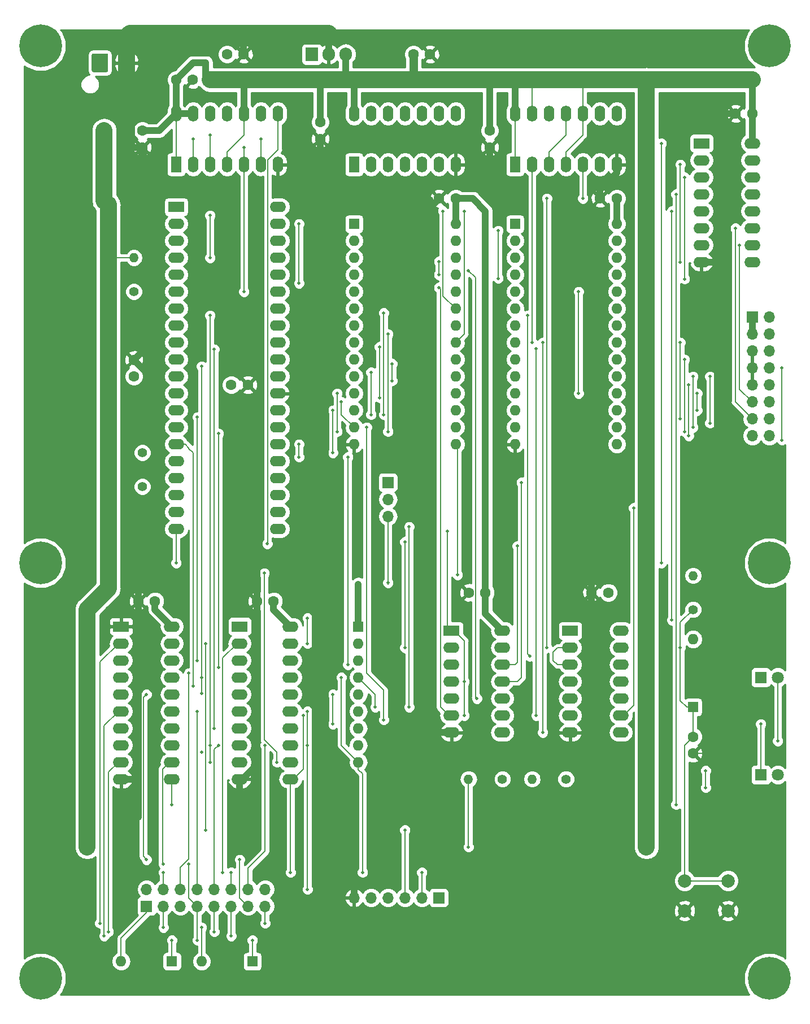
<source format=gbr>
G04 #@! TF.GenerationSoftware,KiCad,Pcbnew,5.0.2-bee76a0~70~ubuntu16.04.1*
G04 #@! TF.CreationDate,2020-02-27T20:32:16-05:00*
G04 #@! TF.ProjectId,cpu,6370752e-6b69-4636-9164-5f7063625858,rev?*
G04 #@! TF.SameCoordinates,Original*
G04 #@! TF.FileFunction,Copper,L1,Top*
G04 #@! TF.FilePolarity,Positive*
%FSLAX46Y46*%
G04 Gerber Fmt 4.6, Leading zero omitted, Abs format (unit mm)*
G04 Created by KiCad (PCBNEW 5.0.2-bee76a0~70~ubuntu16.04.1) date Thu 27 Feb 2020 08:32:16 PM EST*
%MOMM*%
%LPD*%
G01*
G04 APERTURE LIST*
G04 #@! TA.AperFunction,ComponentPad*
%ADD10R,1.600000X1.600000*%
G04 #@! TD*
G04 #@! TA.AperFunction,ComponentPad*
%ADD11O,1.600000X1.600000*%
G04 #@! TD*
G04 #@! TA.AperFunction,ComponentPad*
%ADD12O,1.600000X2.400000*%
G04 #@! TD*
G04 #@! TA.AperFunction,ComponentPad*
%ADD13R,1.600000X2.400000*%
G04 #@! TD*
G04 #@! TA.AperFunction,ComponentPad*
%ADD14C,1.600000*%
G04 #@! TD*
G04 #@! TA.AperFunction,ComponentPad*
%ADD15C,6.400000*%
G04 #@! TD*
G04 #@! TA.AperFunction,ComponentPad*
%ADD16C,1.800000*%
G04 #@! TD*
G04 #@! TA.AperFunction,ComponentPad*
%ADD17R,1.800000X1.800000*%
G04 #@! TD*
G04 #@! TA.AperFunction,ComponentPad*
%ADD18O,1.700000X1.700000*%
G04 #@! TD*
G04 #@! TA.AperFunction,ComponentPad*
%ADD19R,1.700000X1.700000*%
G04 #@! TD*
G04 #@! TA.AperFunction,Conductor*
%ADD20C,0.100000*%
G04 #@! TD*
G04 #@! TA.AperFunction,ComponentPad*
%ADD21C,2.460000*%
G04 #@! TD*
G04 #@! TA.AperFunction,ComponentPad*
%ADD22O,2.460000X2.800000*%
G04 #@! TD*
G04 #@! TA.AperFunction,ComponentPad*
%ADD23C,1.400000*%
G04 #@! TD*
G04 #@! TA.AperFunction,ComponentPad*
%ADD24O,1.400000X1.400000*%
G04 #@! TD*
G04 #@! TA.AperFunction,ComponentPad*
%ADD25C,2.000000*%
G04 #@! TD*
G04 #@! TA.AperFunction,ComponentPad*
%ADD26O,2.400000X1.600000*%
G04 #@! TD*
G04 #@! TA.AperFunction,ComponentPad*
%ADD27R,2.400000X1.600000*%
G04 #@! TD*
G04 #@! TA.AperFunction,ComponentPad*
%ADD28R,1.905000X2.000000*%
G04 #@! TD*
G04 #@! TA.AperFunction,ComponentPad*
%ADD29O,1.905000X2.000000*%
G04 #@! TD*
G04 #@! TA.AperFunction,ViaPad*
%ADD30C,0.508000*%
G04 #@! TD*
G04 #@! TA.AperFunction,ViaPad*
%ADD31C,1.016000*%
G04 #@! TD*
G04 #@! TA.AperFunction,Conductor*
%ADD32C,0.152400*%
G04 #@! TD*
G04 #@! TA.AperFunction,Conductor*
%ADD33C,1.270000*%
G04 #@! TD*
G04 #@! TA.AperFunction,Conductor*
%ADD34C,2.540000*%
G04 #@! TD*
G04 #@! TA.AperFunction,Conductor*
%ADD35C,1.016000*%
G04 #@! TD*
G04 #@! TA.AperFunction,Conductor*
%ADD36C,0.254000*%
G04 #@! TD*
G04 APERTURE END LIST*
D10*
G04 #@! TO.P,U4,1*
G04 #@! TO.N,/A14*
X100330000Y-55880000D03*
D11*
G04 #@! TO.P,U4,15*
G04 #@! TO.N,/D3*
X115570000Y-88900000D03*
G04 #@! TO.P,U4,2*
G04 #@! TO.N,/A12*
X100330000Y-58420000D03*
G04 #@! TO.P,U4,16*
G04 #@! TO.N,/D4*
X115570000Y-86360000D03*
G04 #@! TO.P,U4,3*
G04 #@! TO.N,/A7*
X100330000Y-60960000D03*
G04 #@! TO.P,U4,17*
G04 #@! TO.N,/D5*
X115570000Y-83820000D03*
G04 #@! TO.P,U4,4*
G04 #@! TO.N,/A6*
X100330000Y-63500000D03*
G04 #@! TO.P,U4,18*
G04 #@! TO.N,/D6*
X115570000Y-81280000D03*
G04 #@! TO.P,U4,5*
G04 #@! TO.N,/A5*
X100330000Y-66040000D03*
G04 #@! TO.P,U4,19*
G04 #@! TO.N,/D7*
X115570000Y-78740000D03*
G04 #@! TO.P,U4,6*
G04 #@! TO.N,/A4*
X100330000Y-68580000D03*
G04 #@! TO.P,U4,20*
G04 #@! TO.N,/nROM*
X115570000Y-76200000D03*
G04 #@! TO.P,U4,7*
G04 #@! TO.N,/A3*
X100330000Y-71120000D03*
G04 #@! TO.P,U4,21*
G04 #@! TO.N,/A10*
X115570000Y-73660000D03*
G04 #@! TO.P,U4,8*
G04 #@! TO.N,/A2*
X100330000Y-73660000D03*
G04 #@! TO.P,U4,22*
G04 #@! TO.N,/nMRD*
X115570000Y-71120000D03*
G04 #@! TO.P,U4,9*
G04 #@! TO.N,/A1*
X100330000Y-76200000D03*
G04 #@! TO.P,U4,23*
G04 #@! TO.N,/A11*
X115570000Y-68580000D03*
G04 #@! TO.P,U4,10*
G04 #@! TO.N,/A0*
X100330000Y-78740000D03*
G04 #@! TO.P,U4,24*
G04 #@! TO.N,/A9*
X115570000Y-66040000D03*
G04 #@! TO.P,U4,11*
G04 #@! TO.N,/D0*
X100330000Y-81280000D03*
G04 #@! TO.P,U4,25*
G04 #@! TO.N,/A8*
X115570000Y-63500000D03*
G04 #@! TO.P,U4,12*
G04 #@! TO.N,/D1*
X100330000Y-83820000D03*
G04 #@! TO.P,U4,26*
G04 #@! TO.N,/A13*
X115570000Y-60960000D03*
G04 #@! TO.P,U4,13*
G04 #@! TO.N,/D2*
X100330000Y-86360000D03*
G04 #@! TO.P,U4,27*
G04 #@! TO.N,/nMWR*
X115570000Y-58420000D03*
G04 #@! TO.P,U4,14*
G04 #@! TO.N,GND*
X100330000Y-88900000D03*
G04 #@! TO.P,U4,28*
G04 #@! TO.N,+5V*
X115570000Y-55880000D03*
G04 #@! TD*
D12*
G04 #@! TO.P,U1,14*
G04 #@! TO.N,+5V*
X49530000Y-39370000D03*
G04 #@! TO.P,U1,7*
G04 #@! TO.N,GND*
X64770000Y-46990000D03*
G04 #@! TO.P,U1,13*
G04 #@! TO.N,+5V*
X52070000Y-39370000D03*
G04 #@! TO.P,U1,6*
G04 #@! TO.N,Net-(U1-Pad2)*
X62230000Y-46990000D03*
G04 #@! TO.P,U1,12*
G04 #@! TO.N,Net-(U1-Pad12)*
X54610000Y-39370000D03*
G04 #@! TO.P,U1,5*
G04 #@! TO.N,/CLK*
X59690000Y-46990000D03*
G04 #@! TO.P,U1,11*
G04 #@! TO.N,Net-(U1-Pad11)*
X57150000Y-39370000D03*
G04 #@! TO.P,U1,4*
G04 #@! TO.N,+5V*
X57150000Y-46990000D03*
G04 #@! TO.P,U1,10*
X59690000Y-39370000D03*
G04 #@! TO.P,U1,3*
G04 #@! TO.N,Net-(U1-Pad3)*
X54610000Y-46990000D03*
G04 #@! TO.P,U1,9*
G04 #@! TO.N,Net-(U1-Pad9)*
X62230000Y-39370000D03*
G04 #@! TO.P,U1,2*
G04 #@! TO.N,Net-(U1-Pad2)*
X52070000Y-46990000D03*
G04 #@! TO.P,U1,8*
G04 #@! TO.N,Net-(U1-Pad8)*
X64770000Y-39370000D03*
D13*
G04 #@! TO.P,U1,1*
G04 #@! TO.N,+5V*
X49530000Y-46990000D03*
G04 #@! TD*
D11*
G04 #@! TO.P,U8,28*
G04 #@! TO.N,+5V*
X91440000Y-55880000D03*
G04 #@! TO.P,U8,14*
G04 #@! TO.N,GND*
X76200000Y-88900000D03*
G04 #@! TO.P,U8,27*
G04 #@! TO.N,/nMWR*
X91440000Y-58420000D03*
G04 #@! TO.P,U8,13*
G04 #@! TO.N,/D2*
X76200000Y-86360000D03*
G04 #@! TO.P,U8,26*
G04 #@! TO.N,/A13*
X91440000Y-60960000D03*
G04 #@! TO.P,U8,12*
G04 #@! TO.N,/D1*
X76200000Y-83820000D03*
G04 #@! TO.P,U8,25*
G04 #@! TO.N,/A8*
X91440000Y-63500000D03*
G04 #@! TO.P,U8,11*
G04 #@! TO.N,/D0*
X76200000Y-81280000D03*
G04 #@! TO.P,U8,24*
G04 #@! TO.N,/A9*
X91440000Y-66040000D03*
G04 #@! TO.P,U8,10*
G04 #@! TO.N,/A0*
X76200000Y-78740000D03*
G04 #@! TO.P,U8,23*
G04 #@! TO.N,/A11*
X91440000Y-68580000D03*
G04 #@! TO.P,U8,9*
G04 #@! TO.N,/A1*
X76200000Y-76200000D03*
G04 #@! TO.P,U8,22*
G04 #@! TO.N,/nMRD*
X91440000Y-71120000D03*
G04 #@! TO.P,U8,8*
G04 #@! TO.N,/A2*
X76200000Y-73660000D03*
G04 #@! TO.P,U8,21*
G04 #@! TO.N,/A10*
X91440000Y-73660000D03*
G04 #@! TO.P,U8,7*
G04 #@! TO.N,/A3*
X76200000Y-71120000D03*
G04 #@! TO.P,U8,20*
G04 #@! TO.N,/nRAM*
X91440000Y-76200000D03*
G04 #@! TO.P,U8,6*
G04 #@! TO.N,/A4*
X76200000Y-68580000D03*
G04 #@! TO.P,U8,19*
G04 #@! TO.N,/D7*
X91440000Y-78740000D03*
G04 #@! TO.P,U8,5*
G04 #@! TO.N,/A5*
X76200000Y-66040000D03*
G04 #@! TO.P,U8,18*
G04 #@! TO.N,/D6*
X91440000Y-81280000D03*
G04 #@! TO.P,U8,4*
G04 #@! TO.N,/A6*
X76200000Y-63500000D03*
G04 #@! TO.P,U8,17*
G04 #@! TO.N,/D5*
X91440000Y-83820000D03*
G04 #@! TO.P,U8,3*
G04 #@! TO.N,/A7*
X76200000Y-60960000D03*
G04 #@! TO.P,U8,16*
G04 #@! TO.N,/D4*
X91440000Y-86360000D03*
G04 #@! TO.P,U8,2*
G04 #@! TO.N,/A12*
X76200000Y-58420000D03*
G04 #@! TO.P,U8,15*
G04 #@! TO.N,/D3*
X91440000Y-88900000D03*
D10*
G04 #@! TO.P,U8,1*
G04 #@! TO.N,/A14*
X76200000Y-55880000D03*
G04 #@! TD*
D14*
G04 #@! TO.P,C1,2*
G04 #@! TO.N,GND*
X127000000Y-135215000D03*
G04 #@! TO.P,C1,1*
G04 #@! TO.N,Net-(C1-Pad1)*
X127000000Y-132715000D03*
G04 #@! TD*
G04 #@! TO.P,C3,2*
G04 #@! TO.N,GND*
X87590000Y-30480000D03*
G04 #@! TO.P,C3,1*
G04 #@! TO.N,+5V*
X85090000Y-30480000D03*
G04 #@! TD*
G04 #@! TO.P,C4,2*
G04 #@! TO.N,GND*
X111800000Y-111125000D03*
G04 #@! TO.P,C4,1*
G04 #@! TO.N,+5V*
X114300000Y-111125000D03*
G04 #@! TD*
G04 #@! TO.P,C7,2*
G04 #@! TO.N,GND*
X52030000Y-34290000D03*
G04 #@! TO.P,C7,1*
G04 #@! TO.N,+5V*
X49530000Y-34290000D03*
G04 #@! TD*
G04 #@! TO.P,C8,2*
G04 #@! TO.N,GND*
X43855000Y-112395000D03*
G04 #@! TO.P,C8,1*
G04 #@! TO.N,+5V*
X46355000Y-112395000D03*
G04 #@! TD*
G04 #@! TO.P,C9,2*
G04 #@! TO.N,GND*
X96520000Y-44410000D03*
G04 #@! TO.P,C9,1*
G04 #@! TO.N,+5V*
X96520000Y-41910000D03*
G04 #@! TD*
G04 #@! TO.P,C10,2*
G04 #@! TO.N,GND*
X71120000Y-43140000D03*
G04 #@! TO.P,C10,1*
G04 #@! TO.N,+5V*
X71120000Y-40640000D03*
G04 #@! TD*
G04 #@! TO.P,C12,2*
G04 #@! TO.N,GND*
X43180000Y-76240000D03*
G04 #@! TO.P,C12,1*
G04 #@! TO.N,+5V*
X43180000Y-78740000D03*
G04 #@! TD*
G04 #@! TO.P,C13,2*
G04 #@! TO.N,GND*
X88940000Y-52070000D03*
G04 #@! TO.P,C13,1*
G04 #@! TO.N,+5V*
X91440000Y-52070000D03*
G04 #@! TD*
G04 #@! TO.P,C14,2*
G04 #@! TO.N,GND*
X113070000Y-52070000D03*
G04 #@! TO.P,C14,1*
G04 #@! TO.N,+5V*
X115570000Y-52070000D03*
G04 #@! TD*
G04 #@! TO.P,C15,2*
G04 #@! TO.N,GND*
X60285000Y-80010000D03*
G04 #@! TO.P,C15,1*
G04 #@! TO.N,+5V*
X57785000Y-80010000D03*
G04 #@! TD*
G04 #@! TO.P,C16,2*
G04 #@! TO.N,GND*
X44450000Y-44410000D03*
G04 #@! TO.P,C16,1*
G04 #@! TO.N,+5V*
X44450000Y-41910000D03*
G04 #@! TD*
G04 #@! TO.P,C17,2*
G04 #@! TO.N,GND*
X61635000Y-112395000D03*
G04 #@! TO.P,C17,1*
G04 #@! TO.N,+5V*
X64135000Y-112395000D03*
G04 #@! TD*
G04 #@! TO.P,C18,2*
G04 #@! TO.N,GND*
X93385000Y-111125000D03*
G04 #@! TO.P,C18,1*
G04 #@! TO.N,+5V*
X95885000Y-111125000D03*
G04 #@! TD*
G04 #@! TO.P,C19,2*
G04 #@! TO.N,GND*
X133390000Y-39370000D03*
G04 #@! TO.P,C19,1*
G04 #@! TO.N,+5V*
X135890000Y-39370000D03*
G04 #@! TD*
D15*
G04 #@! TO.P,REF\002A\002A,1*
G04 #@! TO.N,N/C*
X138430000Y-106680000D03*
G04 #@! TD*
G04 #@! TO.P,REF\002A\002A,1*
G04 #@! TO.N,N/C*
X29210000Y-106680000D03*
G04 #@! TD*
G04 #@! TO.P,REF\002A\002A,1*
G04 #@! TO.N,N/C*
X29210000Y-168910000D03*
G04 #@! TD*
G04 #@! TO.P,REF\002A\002A,1*
G04 #@! TO.N,N/C*
X138430000Y-168910000D03*
G04 #@! TD*
G04 #@! TO.P,REF\002A\002A,1*
G04 #@! TO.N,N/C*
X138430000Y-29210000D03*
G04 #@! TD*
D14*
G04 #@! TO.P,C2,1*
G04 #@! TO.N,Net-(C2-Pad1)*
X57150000Y-30480000D03*
G04 #@! TO.P,C2,2*
G04 #@! TO.N,GND*
X59650000Y-30480000D03*
G04 #@! TD*
D16*
G04 #@! TO.P,D1,2*
G04 #@! TO.N,Net-(D1-Pad2)*
X139700000Y-138430000D03*
D17*
G04 #@! TO.P,D1,1*
G04 #@! TO.N,Net-(D1-Pad1)*
X137160000Y-138430000D03*
G04 #@! TD*
D10*
G04 #@! TO.P,D2,1*
G04 #@! TO.N,Net-(C1-Pad1)*
X127000000Y-128270000D03*
D11*
G04 #@! TO.P,D2,2*
G04 #@! TO.N,+5V*
X127000000Y-118110000D03*
G04 #@! TD*
D17*
G04 #@! TO.P,D3,1*
G04 #@! TO.N,Net-(D3-Pad1)*
X137160000Y-123825000D03*
D16*
G04 #@! TO.P,D3,2*
G04 #@! TO.N,Net-(D3-Pad2)*
X139700000Y-123825000D03*
G04 #@! TD*
D10*
G04 #@! TO.P,D4,1*
G04 #@! TO.N,/KQ4*
X60960000Y-166370000D03*
D11*
G04 #@! TO.P,D4,2*
G04 #@! TO.N,Net-(D4-Pad2)*
X53340000Y-166370000D03*
G04 #@! TD*
G04 #@! TO.P,D5,2*
G04 #@! TO.N,Net-(D5-Pad2)*
X41275000Y-166370000D03*
D10*
G04 #@! TO.P,D5,1*
G04 #@! TO.N,/KQ4*
X48895000Y-166370000D03*
G04 #@! TD*
D18*
G04 #@! TO.P,J1,16*
G04 #@! TO.N,/D7*
X138430000Y-87630000D03*
G04 #@! TO.P,J1,15*
G04 #@! TO.N,/A0*
X135890000Y-87630000D03*
G04 #@! TO.P,J1,14*
G04 #@! TO.N,/D6*
X138430000Y-85090000D03*
G04 #@! TO.P,J1,13*
G04 #@! TO.N,/nLED1*
X135890000Y-85090000D03*
G04 #@! TO.P,J1,12*
G04 #@! TO.N,/D5*
X138430000Y-82550000D03*
G04 #@! TO.P,J1,11*
G04 #@! TO.N,/nLED2*
X135890000Y-82550000D03*
G04 #@! TO.P,J1,10*
G04 #@! TO.N,/D4*
X138430000Y-80010000D03*
G04 #@! TO.P,J1,9*
G04 #@! TO.N,GND*
X135890000Y-80010000D03*
G04 #@! TO.P,J1,8*
G04 #@! TO.N,/D3*
X138430000Y-77470000D03*
G04 #@! TO.P,J1,7*
G04 #@! TO.N,GND*
X135890000Y-77470000D03*
G04 #@! TO.P,J1,6*
G04 #@! TO.N,/D2*
X138430000Y-74930000D03*
G04 #@! TO.P,J1,5*
G04 #@! TO.N,GND*
X135890000Y-74930000D03*
G04 #@! TO.P,J1,4*
G04 #@! TO.N,/D1*
X138430000Y-72390000D03*
G04 #@! TO.P,J1,3*
G04 #@! TO.N,+5V*
X135890000Y-72390000D03*
G04 #@! TO.P,J1,2*
G04 #@! TO.N,/D0*
X138430000Y-69850000D03*
D19*
G04 #@! TO.P,J1,1*
G04 #@! TO.N,+5V*
X135890000Y-69850000D03*
G04 #@! TD*
G04 #@! TO.P,J2,1*
G04 #@! TO.N,Net-(J2-Pad1)*
X88900000Y-156845000D03*
D18*
G04 #@! TO.P,J2,2*
G04 #@! TO.N,/KI7*
X86360000Y-156845000D03*
G04 #@! TO.P,J2,3*
G04 #@! TO.N,/KQ7*
X83820000Y-156845000D03*
G04 #@! TO.P,J2,4*
G04 #@! TO.N,Net-(J2-Pad4)*
X81280000Y-156845000D03*
G04 #@! TO.P,J2,5*
G04 #@! TO.N,Net-(J2-Pad5)*
X78740000Y-156845000D03*
G04 #@! TO.P,J2,6*
G04 #@! TO.N,GND*
X76200000Y-156845000D03*
G04 #@! TD*
D19*
G04 #@! TO.P,J3,1*
G04 #@! TO.N,Net-(D5-Pad2)*
X45085000Y-158115000D03*
D18*
G04 #@! TO.P,J3,2*
G04 #@! TO.N,/KI3*
X45085000Y-155575000D03*
G04 #@! TO.P,J3,3*
G04 #@! TO.N,Net-(D4-Pad2)*
X47625000Y-158115000D03*
G04 #@! TO.P,J3,4*
G04 #@! TO.N,/KI0*
X47625000Y-155575000D03*
G04 #@! TO.P,J3,5*
G04 #@! TO.N,/KI4*
X50165000Y-158115000D03*
G04 #@! TO.P,J3,6*
G04 #@! TO.N,/KI1*
X50165000Y-155575000D03*
G04 #@! TO.P,J3,7*
G04 #@! TO.N,/KQ4*
X52705000Y-158115000D03*
G04 #@! TO.P,J3,8*
G04 #@! TO.N,/KI2*
X52705000Y-155575000D03*
G04 #@! TO.P,J3,9*
G04 #@! TO.N,/KQ3*
X55245000Y-158115000D03*
G04 #@! TO.P,J3,10*
G04 #@! TO.N,/KI3*
X55245000Y-155575000D03*
G04 #@! TO.P,J3,11*
G04 #@! TO.N,/KQ2*
X57785000Y-158115000D03*
G04 #@! TO.P,J3,12*
G04 #@! TO.N,/KI4*
X57785000Y-155575000D03*
G04 #@! TO.P,J3,13*
G04 #@! TO.N,/KQ1*
X60325000Y-158115000D03*
G04 #@! TO.P,J3,14*
G04 #@! TO.N,/KI5*
X60325000Y-155575000D03*
G04 #@! TO.P,J3,15*
G04 #@! TO.N,/KQ0*
X62865000Y-158115000D03*
G04 #@! TO.P,J3,16*
G04 #@! TO.N,/KI6*
X62865000Y-155575000D03*
G04 #@! TD*
D20*
G04 #@! TO.N,Net-(C2-Pad1)*
G04 #@! TO.C,J5*
G36*
X39104505Y-30351204D02*
X39128773Y-30354804D01*
X39152572Y-30360765D01*
X39175671Y-30369030D01*
X39197850Y-30379520D01*
X39218893Y-30392132D01*
X39238599Y-30406747D01*
X39256777Y-30423223D01*
X39273253Y-30441401D01*
X39287868Y-30461107D01*
X39300480Y-30482150D01*
X39310970Y-30504329D01*
X39319235Y-30527428D01*
X39325196Y-30551227D01*
X39328796Y-30575495D01*
X39330000Y-30599999D01*
X39330000Y-32900001D01*
X39328796Y-32924505D01*
X39325196Y-32948773D01*
X39319235Y-32972572D01*
X39310970Y-32995671D01*
X39300480Y-33017850D01*
X39287868Y-33038893D01*
X39273253Y-33058599D01*
X39256777Y-33076777D01*
X39238599Y-33093253D01*
X39218893Y-33107868D01*
X39197850Y-33120480D01*
X39175671Y-33130970D01*
X39152572Y-33139235D01*
X39128773Y-33145196D01*
X39104505Y-33148796D01*
X39080001Y-33150000D01*
X37119999Y-33150000D01*
X37095495Y-33148796D01*
X37071227Y-33145196D01*
X37047428Y-33139235D01*
X37024329Y-33130970D01*
X37002150Y-33120480D01*
X36981107Y-33107868D01*
X36961401Y-33093253D01*
X36943223Y-33076777D01*
X36926747Y-33058599D01*
X36912132Y-33038893D01*
X36899520Y-33017850D01*
X36889030Y-32995671D01*
X36880765Y-32972572D01*
X36874804Y-32948773D01*
X36871204Y-32924505D01*
X36870000Y-32900001D01*
X36870000Y-30599999D01*
X36871204Y-30575495D01*
X36874804Y-30551227D01*
X36880765Y-30527428D01*
X36889030Y-30504329D01*
X36899520Y-30482150D01*
X36912132Y-30461107D01*
X36926747Y-30441401D01*
X36943223Y-30423223D01*
X36961401Y-30406747D01*
X36981107Y-30392132D01*
X37002150Y-30379520D01*
X37024329Y-30369030D01*
X37047428Y-30360765D01*
X37071227Y-30354804D01*
X37095495Y-30351204D01*
X37119999Y-30350000D01*
X39080001Y-30350000D01*
X39104505Y-30351204D01*
X39104505Y-30351204D01*
G37*
D21*
G04 #@! TD*
G04 #@! TO.P,J5,1*
G04 #@! TO.N,Net-(C2-Pad1)*
X38100000Y-31750000D03*
D22*
G04 #@! TO.P,J5,2*
G04 #@! TO.N,GND*
X42060000Y-31750000D03*
G04 #@! TD*
D19*
G04 #@! TO.P,JP1,1*
G04 #@! TO.N,Net-(JP1-Pad1)*
X81280000Y-94615000D03*
D18*
G04 #@! TO.P,JP1,2*
G04 #@! TO.N,/nWAIT*
X81280000Y-97155000D03*
G04 #@! TO.P,JP1,3*
G04 #@! TO.N,+5V*
X81280000Y-99695000D03*
G04 #@! TD*
D23*
G04 #@! TO.P,R1,1*
G04 #@! TO.N,Net-(D1-Pad2)*
X98425000Y-139065000D03*
D24*
G04 #@! TO.P,R1,2*
G04 #@! TO.N,+5V*
X93345000Y-139065000D03*
G04 #@! TD*
G04 #@! TO.P,R2,2*
G04 #@! TO.N,+5V*
X39370000Y-90170000D03*
D23*
G04 #@! TO.P,R2,1*
G04 #@! TO.N,/nINT*
X44450000Y-90170000D03*
G04 #@! TD*
G04 #@! TO.P,R3,1*
G04 #@! TO.N,/CLK*
X43180000Y-66040000D03*
D24*
G04 #@! TO.P,R3,2*
G04 #@! TO.N,+5V*
X43180000Y-60960000D03*
G04 #@! TD*
G04 #@! TO.P,R4,2*
G04 #@! TO.N,+5V*
X127000000Y-108585000D03*
D23*
G04 #@! TO.P,R4,1*
G04 #@! TO.N,Net-(C1-Pad1)*
X127000000Y-113665000D03*
G04 #@! TD*
D24*
G04 #@! TO.P,R5,2*
G04 #@! TO.N,+5V*
X102870000Y-139065000D03*
D23*
G04 #@! TO.P,R5,1*
G04 #@! TO.N,Net-(D3-Pad2)*
X107950000Y-139065000D03*
G04 #@! TD*
G04 #@! TO.P,R7,1*
G04 #@! TO.N,Net-(R7-Pad1)*
X44450000Y-95250000D03*
D24*
G04 #@! TO.P,R7,2*
G04 #@! TO.N,+5V*
X39370000Y-95250000D03*
G04 #@! TD*
D10*
G04 #@! TO.P,RN1,1*
G04 #@! TO.N,+5V*
X76835000Y-116205000D03*
D11*
G04 #@! TO.P,RN1,2*
G04 #@! TO.N,/KI0*
X76835000Y-118745000D03*
G04 #@! TO.P,RN1,3*
G04 #@! TO.N,/KI1*
X76835000Y-121285000D03*
G04 #@! TO.P,RN1,4*
G04 #@! TO.N,/KI2*
X76835000Y-123825000D03*
G04 #@! TO.P,RN1,5*
G04 #@! TO.N,/KI3*
X76835000Y-126365000D03*
G04 #@! TO.P,RN1,6*
G04 #@! TO.N,/KI4*
X76835000Y-128905000D03*
G04 #@! TO.P,RN1,7*
G04 #@! TO.N,/KI5*
X76835000Y-131445000D03*
G04 #@! TO.P,RN1,8*
G04 #@! TO.N,/KI6*
X76835000Y-133985000D03*
G04 #@! TO.P,RN1,9*
G04 #@! TO.N,/KI7*
X76835000Y-136525000D03*
G04 #@! TD*
D25*
G04 #@! TO.P,SW1,2*
G04 #@! TO.N,GND*
X125730000Y-158805000D03*
G04 #@! TO.P,SW1,1*
G04 #@! TO.N,Net-(C1-Pad1)*
X125730000Y-154305000D03*
G04 #@! TO.P,SW1,2*
G04 #@! TO.N,GND*
X132230000Y-158805000D03*
G04 #@! TO.P,SW1,1*
G04 #@! TO.N,Net-(C1-Pad1)*
X132230000Y-154305000D03*
G04 #@! TD*
D26*
G04 #@! TO.P,U2,20*
G04 #@! TO.N,+5V*
X48895000Y-116205000D03*
G04 #@! TO.P,U2,10*
G04 #@! TO.N,GND*
X41275000Y-139065000D03*
G04 #@! TO.P,U2,19*
G04 #@! TO.N,/KQ7*
X48895000Y-118745000D03*
G04 #@! TO.P,U2,9*
G04 #@! TO.N,/KQ3*
X41275000Y-136525000D03*
G04 #@! TO.P,U2,18*
G04 #@! TO.N,/D7*
X48895000Y-121285000D03*
G04 #@! TO.P,U2,8*
G04 #@! TO.N,/D3*
X41275000Y-133985000D03*
G04 #@! TO.P,U2,17*
G04 #@! TO.N,/D6*
X48895000Y-123825000D03*
G04 #@! TO.P,U2,7*
G04 #@! TO.N,/D2*
X41275000Y-131445000D03*
G04 #@! TO.P,U2,16*
G04 #@! TO.N,/KQ6*
X48895000Y-126365000D03*
G04 #@! TO.P,U2,6*
G04 #@! TO.N,/KQ2*
X41275000Y-128905000D03*
G04 #@! TO.P,U2,15*
G04 #@! TO.N,/KQ5*
X48895000Y-128905000D03*
G04 #@! TO.P,U2,5*
G04 #@! TO.N,/KQ1*
X41275000Y-126365000D03*
G04 #@! TO.P,U2,14*
G04 #@! TO.N,/D5*
X48895000Y-131445000D03*
G04 #@! TO.P,U2,4*
G04 #@! TO.N,/D1*
X41275000Y-123825000D03*
G04 #@! TO.P,U2,13*
G04 #@! TO.N,/D4*
X48895000Y-133985000D03*
G04 #@! TO.P,U2,3*
G04 #@! TO.N,/D0*
X41275000Y-121285000D03*
G04 #@! TO.P,U2,12*
G04 #@! TO.N,/KQ4*
X48895000Y-136525000D03*
G04 #@! TO.P,U2,2*
G04 #@! TO.N,/KQ0*
X41275000Y-118745000D03*
G04 #@! TO.P,U2,11*
G04 #@! TO.N,/nKBWR*
X48895000Y-139065000D03*
D27*
G04 #@! TO.P,U2,1*
G04 #@! TO.N,GND*
X41275000Y-116205000D03*
G04 #@! TD*
G04 #@! TO.P,U3,1*
G04 #@! TO.N,/A11*
X49530000Y-53340000D03*
D26*
G04 #@! TO.P,U3,21*
G04 #@! TO.N,/nRD*
X64770000Y-101600000D03*
G04 #@! TO.P,U3,2*
G04 #@! TO.N,/A12*
X49530000Y-55880000D03*
G04 #@! TO.P,U3,22*
G04 #@! TO.N,/nWR*
X64770000Y-99060000D03*
G04 #@! TO.P,U3,3*
G04 #@! TO.N,/A13*
X49530000Y-58420000D03*
G04 #@! TO.P,U3,23*
G04 #@! TO.N,Net-(U3-Pad23)*
X64770000Y-96520000D03*
G04 #@! TO.P,U3,4*
G04 #@! TO.N,/A14*
X49530000Y-60960000D03*
G04 #@! TO.P,U3,24*
G04 #@! TO.N,/nWAIT*
X64770000Y-93980000D03*
G04 #@! TO.P,U3,5*
G04 #@! TO.N,/A15*
X49530000Y-63500000D03*
G04 #@! TO.P,U3,25*
G04 #@! TO.N,Net-(U3-Pad25)*
X64770000Y-91440000D03*
G04 #@! TO.P,U3,6*
G04 #@! TO.N,/CLK*
X49530000Y-66040000D03*
G04 #@! TO.P,U3,26*
G04 #@! TO.N,/nRST*
X64770000Y-88900000D03*
G04 #@! TO.P,U3,7*
G04 #@! TO.N,/D4*
X49530000Y-68580000D03*
G04 #@! TO.P,U3,27*
G04 #@! TO.N,/nM1*
X64770000Y-86360000D03*
G04 #@! TO.P,U3,8*
G04 #@! TO.N,/D3*
X49530000Y-71120000D03*
G04 #@! TO.P,U3,28*
G04 #@! TO.N,Net-(U3-Pad28)*
X64770000Y-83820000D03*
G04 #@! TO.P,U3,9*
G04 #@! TO.N,/D5*
X49530000Y-73660000D03*
G04 #@! TO.P,U3,29*
G04 #@! TO.N,GND*
X64770000Y-81280000D03*
G04 #@! TO.P,U3,10*
G04 #@! TO.N,/D6*
X49530000Y-76200000D03*
G04 #@! TO.P,U3,30*
G04 #@! TO.N,/A0*
X64770000Y-78740000D03*
G04 #@! TO.P,U3,11*
G04 #@! TO.N,+5V*
X49530000Y-78740000D03*
G04 #@! TO.P,U3,31*
G04 #@! TO.N,/A1*
X64770000Y-76200000D03*
G04 #@! TO.P,U3,12*
G04 #@! TO.N,/D2*
X49530000Y-81280000D03*
G04 #@! TO.P,U3,32*
G04 #@! TO.N,/A2*
X64770000Y-73660000D03*
G04 #@! TO.P,U3,13*
G04 #@! TO.N,/D7*
X49530000Y-83820000D03*
G04 #@! TO.P,U3,33*
G04 #@! TO.N,/A3*
X64770000Y-71120000D03*
G04 #@! TO.P,U3,14*
G04 #@! TO.N,/D0*
X49530000Y-86360000D03*
G04 #@! TO.P,U3,34*
G04 #@! TO.N,/A4*
X64770000Y-68580000D03*
G04 #@! TO.P,U3,15*
G04 #@! TO.N,/D1*
X49530000Y-88900000D03*
G04 #@! TO.P,U3,35*
G04 #@! TO.N,/A5*
X64770000Y-66040000D03*
G04 #@! TO.P,U3,16*
G04 #@! TO.N,/nINT*
X49530000Y-91440000D03*
G04 #@! TO.P,U3,36*
G04 #@! TO.N,/A6*
X64770000Y-63500000D03*
G04 #@! TO.P,U3,17*
G04 #@! TO.N,Net-(R7-Pad1)*
X49530000Y-93980000D03*
G04 #@! TO.P,U3,37*
G04 #@! TO.N,/A7*
X64770000Y-60960000D03*
G04 #@! TO.P,U3,18*
G04 #@! TO.N,Net-(U3-Pad18)*
X49530000Y-96520000D03*
G04 #@! TO.P,U3,38*
G04 #@! TO.N,/A8*
X64770000Y-58420000D03*
G04 #@! TO.P,U3,19*
G04 #@! TO.N,/nMREQ*
X49530000Y-99060000D03*
G04 #@! TO.P,U3,39*
G04 #@! TO.N,/A9*
X64770000Y-55880000D03*
G04 #@! TO.P,U3,20*
G04 #@! TO.N,/nIORQ*
X49530000Y-101600000D03*
G04 #@! TO.P,U3,40*
G04 #@! TO.N,/A10*
X64770000Y-53340000D03*
G04 #@! TD*
D27*
G04 #@! TO.P,U5,1*
G04 #@! TO.N,/nKBRD*
X59055000Y-116205000D03*
D26*
G04 #@! TO.P,U5,11*
G04 #@! TO.N,/KI4*
X66675000Y-139065000D03*
G04 #@! TO.P,U5,2*
G04 #@! TO.N,/KI0*
X59055000Y-118745000D03*
G04 #@! TO.P,U5,12*
G04 #@! TO.N,/D3*
X66675000Y-136525000D03*
G04 #@! TO.P,U5,3*
G04 #@! TO.N,/D7*
X59055000Y-121285000D03*
G04 #@! TO.P,U5,13*
G04 #@! TO.N,/KI5*
X66675000Y-133985000D03*
G04 #@! TO.P,U5,4*
G04 #@! TO.N,/KI1*
X59055000Y-123825000D03*
G04 #@! TO.P,U5,14*
G04 #@! TO.N,/D2*
X66675000Y-131445000D03*
G04 #@! TO.P,U5,5*
G04 #@! TO.N,/D6*
X59055000Y-126365000D03*
G04 #@! TO.P,U5,15*
G04 #@! TO.N,/KI6*
X66675000Y-128905000D03*
G04 #@! TO.P,U5,6*
G04 #@! TO.N,/KI2*
X59055000Y-128905000D03*
G04 #@! TO.P,U5,16*
G04 #@! TO.N,/D1*
X66675000Y-126365000D03*
G04 #@! TO.P,U5,7*
G04 #@! TO.N,/D5*
X59055000Y-131445000D03*
G04 #@! TO.P,U5,17*
G04 #@! TO.N,/KI7*
X66675000Y-123825000D03*
G04 #@! TO.P,U5,8*
G04 #@! TO.N,/KI3*
X59055000Y-133985000D03*
G04 #@! TO.P,U5,18*
G04 #@! TO.N,/D0*
X66675000Y-121285000D03*
G04 #@! TO.P,U5,9*
G04 #@! TO.N,/D4*
X59055000Y-136525000D03*
G04 #@! TO.P,U5,19*
G04 #@! TO.N,/nKBRD*
X66675000Y-118745000D03*
G04 #@! TO.P,U5,10*
G04 #@! TO.N,GND*
X59055000Y-139065000D03*
G04 #@! TO.P,U5,20*
G04 #@! TO.N,+5V*
X66675000Y-116205000D03*
G04 #@! TD*
G04 #@! TO.P,U6,14*
G04 #@! TO.N,+5V*
X116205000Y-116840000D03*
G04 #@! TO.P,U6,7*
G04 #@! TO.N,GND*
X108585000Y-132080000D03*
G04 #@! TO.P,U6,13*
G04 #@! TO.N,N/C*
X116205000Y-119380000D03*
G04 #@! TO.P,U6,6*
G04 #@! TO.N,/nRAM*
X108585000Y-129540000D03*
G04 #@! TO.P,U6,12*
G04 #@! TO.N,N/C*
X116205000Y-121920000D03*
G04 #@! TO.P,U6,5*
G04 #@! TO.N,/A15*
X108585000Y-127000000D03*
G04 #@! TO.P,U6,11*
G04 #@! TO.N,/KQ6*
X116205000Y-124460000D03*
G04 #@! TO.P,U6,4*
G04 #@! TO.N,/nRST*
X108585000Y-124460000D03*
G04 #@! TO.P,U6,10*
G04 #@! TO.N,Net-(D3-Pad1)*
X116205000Y-127000000D03*
G04 #@! TO.P,U6,3*
G04 #@! TO.N,Net-(U6-Pad2)*
X108585000Y-121920000D03*
G04 #@! TO.P,U6,9*
G04 #@! TO.N,Net-(U3-Pad18)*
X116205000Y-129540000D03*
G04 #@! TO.P,U6,2*
G04 #@! TO.N,Net-(U6-Pad2)*
X108585000Y-119380000D03*
G04 #@! TO.P,U6,8*
G04 #@! TO.N,Net-(D1-Pad1)*
X116205000Y-132080000D03*
D27*
G04 #@! TO.P,U6,1*
G04 #@! TO.N,Net-(C1-Pad1)*
X108585000Y-116840000D03*
G04 #@! TD*
G04 #@! TO.P,U7,1*
G04 #@! TO.N,/nIORQ*
X128270000Y-43815000D03*
D26*
G04 #@! TO.P,U7,9*
G04 #@! TO.N,N/C*
X135890000Y-61595000D03*
G04 #@! TO.P,U7,2*
G04 #@! TO.N,/A7*
X128270000Y-46355000D03*
G04 #@! TO.P,U7,10*
G04 #@! TO.N,N/C*
X135890000Y-59055000D03*
G04 #@! TO.P,U7,3*
G04 #@! TO.N,/A6*
X128270000Y-48895000D03*
G04 #@! TO.P,U7,11*
G04 #@! TO.N,N/C*
X135890000Y-56515000D03*
G04 #@! TO.P,U7,4*
G04 #@! TO.N,/nKBWR*
X128270000Y-51435000D03*
G04 #@! TO.P,U7,12*
G04 #@! TO.N,N/C*
X135890000Y-53975000D03*
G04 #@! TO.P,U7,5*
G04 #@! TO.N,/nKBRD*
X128270000Y-53975000D03*
G04 #@! TO.P,U7,13*
G04 #@! TO.N,N/C*
X135890000Y-51435000D03*
G04 #@! TO.P,U7,6*
G04 #@! TO.N,/nLED1*
X128270000Y-56515000D03*
G04 #@! TO.P,U7,14*
G04 #@! TO.N,N/C*
X135890000Y-48895000D03*
G04 #@! TO.P,U7,7*
G04 #@! TO.N,/nLED2*
X128270000Y-59055000D03*
G04 #@! TO.P,U7,15*
G04 #@! TO.N,N/C*
X135890000Y-46355000D03*
G04 #@! TO.P,U7,8*
G04 #@! TO.N,GND*
X128270000Y-61595000D03*
G04 #@! TO.P,U7,16*
G04 #@! TO.N,+5V*
X135890000Y-43815000D03*
G04 #@! TD*
D27*
G04 #@! TO.P,U13,1*
G04 #@! TO.N,/nMREQ*
X90805000Y-116840000D03*
D26*
G04 #@! TO.P,U13,8*
G04 #@! TO.N,/nROM*
X98425000Y-132080000D03*
G04 #@! TO.P,U13,2*
G04 #@! TO.N,/nRD*
X90805000Y-119380000D03*
G04 #@! TO.P,U13,9*
G04 #@! TO.N,/nMREQ*
X98425000Y-129540000D03*
G04 #@! TO.P,U13,3*
G04 #@! TO.N,/nMRD*
X90805000Y-121920000D03*
G04 #@! TO.P,U13,10*
G04 #@! TO.N,/A15*
X98425000Y-127000000D03*
G04 #@! TO.P,U13,4*
G04 #@! TO.N,/nMREQ*
X90805000Y-124460000D03*
G04 #@! TO.P,U13,11*
G04 #@! TO.N,Net-(JP1-Pad1)*
X98425000Y-124460000D03*
G04 #@! TO.P,U13,5*
G04 #@! TO.N,/nWR*
X90805000Y-127000000D03*
G04 #@! TO.P,U13,12*
G04 #@! TO.N,Net-(U1-Pad8)*
X98425000Y-121920000D03*
G04 #@! TO.P,U13,6*
G04 #@! TO.N,/nMWR*
X90805000Y-129540000D03*
G04 #@! TO.P,U13,13*
G04 #@! TO.N,Net-(U13-Pad13)*
X98425000Y-119380000D03*
G04 #@! TO.P,U13,7*
G04 #@! TO.N,GND*
X90805000Y-132080000D03*
G04 #@! TO.P,U13,14*
G04 #@! TO.N,+5V*
X98425000Y-116840000D03*
G04 #@! TD*
D28*
G04 #@! TO.P,U16,1*
G04 #@! TO.N,Net-(C2-Pad1)*
X69850000Y-30480000D03*
D29*
G04 #@! TO.P,U16,2*
G04 #@! TO.N,GND*
X72390000Y-30480000D03*
G04 #@! TO.P,U16,3*
G04 #@! TO.N,+5V*
X74930000Y-30480000D03*
G04 #@! TD*
D13*
G04 #@! TO.P,U17,1*
G04 #@! TO.N,+5V*
X100330000Y-46990000D03*
D12*
G04 #@! TO.P,U17,8*
G04 #@! TO.N,Net-(U17-Pad8)*
X115570000Y-39370000D03*
G04 #@! TO.P,U17,2*
G04 #@! TO.N,/nROM*
X102870000Y-46990000D03*
G04 #@! TO.P,U17,9*
G04 #@! TO.N,Net-(U1-Pad12)*
X113030000Y-39370000D03*
G04 #@! TO.P,U17,3*
G04 #@! TO.N,/CLK*
X105410000Y-46990000D03*
G04 #@! TO.P,U17,10*
G04 #@! TO.N,+5V*
X110490000Y-39370000D03*
G04 #@! TO.P,U17,4*
X107950000Y-46990000D03*
G04 #@! TO.P,U17,11*
G04 #@! TO.N,/CLK*
X107950000Y-39370000D03*
G04 #@! TO.P,U17,5*
G04 #@! TO.N,Net-(U13-Pad13)*
X110490000Y-46990000D03*
G04 #@! TO.P,U17,12*
X105410000Y-39370000D03*
G04 #@! TO.P,U17,6*
G04 #@! TO.N,Net-(U17-Pad6)*
X113030000Y-46990000D03*
G04 #@! TO.P,U17,13*
G04 #@! TO.N,+5V*
X102870000Y-39370000D03*
G04 #@! TO.P,U17,7*
G04 #@! TO.N,GND*
X115570000Y-46990000D03*
G04 #@! TO.P,U17,14*
G04 #@! TO.N,+5V*
X100330000Y-39370000D03*
G04 #@! TD*
D13*
G04 #@! TO.P,X1,1*
G04 #@! TO.N,Net-(X1-Pad1)*
X76200000Y-46990000D03*
D12*
G04 #@! TO.P,X1,8*
G04 #@! TO.N,Net-(U1-Pad3)*
X91440000Y-39370000D03*
G04 #@! TO.P,X1,2*
G04 #@! TO.N,N/C*
X78740000Y-46990000D03*
G04 #@! TO.P,X1,9*
X88900000Y-39370000D03*
G04 #@! TO.P,X1,3*
X81280000Y-46990000D03*
G04 #@! TO.P,X1,10*
X86360000Y-39370000D03*
G04 #@! TO.P,X1,4*
X83820000Y-46990000D03*
G04 #@! TO.P,X1,11*
X83820000Y-39370000D03*
G04 #@! TO.P,X1,5*
X86360000Y-46990000D03*
G04 #@! TO.P,X1,12*
X81280000Y-39370000D03*
G04 #@! TO.P,X1,6*
X88900000Y-46990000D03*
G04 #@! TO.P,X1,13*
X78740000Y-39370000D03*
G04 #@! TO.P,X1,7*
G04 #@! TO.N,GND*
X91440000Y-46990000D03*
G04 #@! TO.P,X1,14*
G04 #@! TO.N,+5V*
X76200000Y-39370000D03*
G04 #@! TD*
D15*
G04 #@! TO.P,REF\002A\002A,1*
G04 #@! TO.N,N/C*
X29210000Y-29210000D03*
G04 #@! TD*
D30*
G04 #@! TO.N,Net-(C1-Pad1)*
X125095000Y-119380000D03*
D31*
G04 #@! TO.N,GND*
X44450000Y-50165000D03*
X71120000Y-50165000D03*
X96520000Y-49530000D03*
X71120000Y-144780000D03*
X86995000Y-144780000D03*
D30*
X111800000Y-144740000D03*
X111760000Y-132080000D03*
X59055000Y-144780000D03*
X43855000Y-144740000D03*
X71120000Y-81280000D03*
X71120000Y-88900000D03*
X86995000Y-92075000D03*
X76200000Y-144780000D03*
D31*
X86995000Y-111125000D03*
X130810000Y-37465000D03*
X131445000Y-144780000D03*
X131445000Y-105410000D03*
X71120000Y-105410000D03*
X46355000Y-104140000D03*
X111800000Y-105450000D03*
X86995000Y-105410000D03*
X61635000Y-105450000D03*
X131445000Y-92075000D03*
X131445000Y-74930000D03*
X131445000Y-77470000D03*
X131445000Y-80010000D03*
G04 #@! TO.N,+5V*
X120015000Y-149225000D03*
X38735000Y-41910000D03*
X36195000Y-149225000D03*
D30*
X39370000Y-78740000D03*
X120015000Y-111125000D03*
X120015000Y-116840000D03*
X120015000Y-55880000D03*
X39370000Y-110490000D03*
X39370000Y-110490000D03*
X81280000Y-109664599D03*
D31*
X76835000Y-109855000D03*
X120015000Y-69850000D03*
X120015000Y-72390000D03*
D30*
X93345000Y-149225000D03*
G04 #@! TO.N,Net-(D1-Pad2)*
X128905000Y-137795000D03*
X128905000Y-140335000D03*
G04 #@! TO.N,Net-(D1-Pad1)*
X137160000Y-130810000D03*
G04 #@! TO.N,Net-(D3-Pad2)*
X139700000Y-133350000D03*
G04 #@! TO.N,/KQ4*
X52705000Y-163195000D03*
X48895000Y-163195000D03*
X60960000Y-163195000D03*
X47625000Y-151765000D03*
X51435000Y-151765000D03*
G04 #@! TO.N,Net-(D4-Pad2)*
X47625000Y-161290000D03*
X53340000Y-161290000D03*
G04 #@! TO.N,/D7*
X78740000Y-84455000D03*
X78740000Y-78105000D03*
X52705000Y-121285000D03*
X52705000Y-84836000D03*
X127000000Y-78740000D03*
X127000000Y-86360000D03*
G04 #@! TO.N,/A0*
X126365000Y-80010000D03*
X126365000Y-87630000D03*
G04 #@! TO.N,/D6*
X81915000Y-76835000D03*
X81915000Y-79375000D03*
X53340000Y-123825000D03*
X53340000Y-77216000D03*
X53340000Y-126238000D03*
X127635000Y-81280000D03*
X127635000Y-83820000D03*
G04 #@! TO.N,/nLED1*
X133350000Y-56515000D03*
G04 #@! TO.N,/D5*
X80010000Y-74295000D03*
X80010000Y-81915000D03*
X55245000Y-131445000D03*
X55245000Y-74676000D03*
G04 #@! TO.N,/nLED2*
X133985000Y-59055000D03*
G04 #@! TO.N,/D4*
X54610000Y-133985000D03*
X54610000Y-136525000D03*
X80645000Y-69215000D03*
X80645000Y-84455000D03*
X54610000Y-69596000D03*
X129540000Y-85725000D03*
X129540000Y-78740000D03*
G04 #@! TO.N,/D3*
X81280000Y-72390000D03*
X81280000Y-86995000D03*
X53340000Y-135013610D03*
X64617780Y-136525000D03*
X62738000Y-108204000D03*
X91694000Y-108458000D03*
X140335000Y-88265000D03*
X140335000Y-77470000D03*
G04 #@! TO.N,/D2*
X74295000Y-82550000D03*
X78105000Y-86360000D03*
X80645000Y-130175000D03*
X125730000Y-76200000D03*
X125730000Y-86995000D03*
G04 #@! TO.N,/D1*
X73025000Y-90170000D03*
X73025000Y-83820000D03*
X52070000Y-125095000D03*
X125095000Y-85090000D03*
X125095000Y-73660000D03*
G04 #@! TO.N,/D0*
X73660000Y-86995000D03*
X73660000Y-81280000D03*
X55880000Y-122313610D03*
X55880000Y-87312500D03*
X109855000Y-66040000D03*
X109855000Y-81280000D03*
G04 #@! TO.N,/KI7*
X74295000Y-123825000D03*
X77470000Y-153035000D03*
X86360000Y-153035000D03*
G04 #@! TO.N,/KQ7*
X53975000Y-118745000D03*
X53975000Y-146685000D03*
X83820000Y-146685000D03*
G04 #@! TO.N,/KI3*
X55880000Y-133985000D03*
X73025000Y-130810000D03*
X73025000Y-126365000D03*
G04 #@! TO.N,/KI0*
X47625000Y-153035000D03*
X56515000Y-153035000D03*
G04 #@! TO.N,/KI4*
X66675000Y-153035000D03*
X57785000Y-153035000D03*
X68580000Y-129540000D03*
G04 #@! TO.N,/KI1*
X51435000Y-123190000D03*
G04 #@! TO.N,/KI2*
X52705000Y-128905000D03*
X79375000Y-128270000D03*
G04 #@! TO.N,/KQ3*
X39370000Y-161925000D03*
X55245000Y-161925000D03*
G04 #@! TO.N,/KQ2*
X38735000Y-162560000D03*
X57785000Y-162560000D03*
G04 #@! TO.N,/KQ1*
X45085000Y-126365000D03*
X45085000Y-151130000D03*
X59055000Y-151130000D03*
G04 #@! TO.N,/KI5*
X62865000Y-133985000D03*
G04 #@! TO.N,/KQ0*
X38100000Y-160655000D03*
X62865000Y-160655000D03*
G04 #@! TO.N,/KI6*
X69215000Y-133985000D03*
X69215000Y-128905000D03*
X69215000Y-155575000D03*
G04 #@! TO.N,Net-(JP1-Pad1)*
X101282500Y-94615000D03*
G04 #@! TO.N,/CLK*
X59690000Y-44450000D03*
X59690000Y-66040000D03*
G04 #@! TO.N,Net-(U1-Pad2)*
X52070000Y-43180000D03*
X62230000Y-43180000D03*
G04 #@! TO.N,Net-(U1-Pad3)*
X54610000Y-42545000D03*
G04 #@! TO.N,Net-(U1-Pad8)*
X63182500Y-103822500D03*
X100647500Y-104140000D03*
G04 #@! TO.N,/nKBWR*
X124460000Y-51435000D03*
X124460000Y-142875000D03*
X48895000Y-142875000D03*
G04 #@! TO.N,/A11*
X89535000Y-53975000D03*
G04 #@! TO.N,/nRD*
X83820000Y-103505000D03*
X83820000Y-119380000D03*
G04 #@! TO.N,/nWR*
X84455000Y-101282500D03*
X84455000Y-128270000D03*
G04 #@! TO.N,/A14*
X54610000Y-54610000D03*
X54610000Y-60960000D03*
G04 #@! TO.N,/A15*
X93345000Y-62865000D03*
X94615000Y-127000000D03*
G04 #@! TO.N,/nRST*
X75247500Y-121920000D03*
X75247500Y-90805000D03*
X67945000Y-90805000D03*
X67945000Y-88900000D03*
G04 #@! TO.N,/A6*
X125730000Y-64135000D03*
X125730000Y-48895000D03*
G04 #@! TO.N,/A7*
X125095000Y-61595000D03*
X125095000Y-46990000D03*
G04 #@! TO.N,Net-(U3-Pad18)*
X118110000Y-98425000D03*
G04 #@! TO.N,/A8*
X88900000Y-61506001D03*
X88900000Y-63500000D03*
G04 #@! TO.N,/nMREQ*
X92710000Y-124460000D03*
X92710000Y-129540000D03*
X90170000Y-101917500D03*
G04 #@! TO.N,/A9*
X67945000Y-55880000D03*
X67945000Y-64770000D03*
G04 #@! TO.N,/nIORQ*
X122237500Y-43815000D03*
X122237500Y-106680000D03*
X49530000Y-106680000D03*
G04 #@! TO.N,/A10*
X92710000Y-53975000D03*
G04 #@! TO.N,/nROM*
X102870000Y-73660000D03*
X104457500Y-132080000D03*
X104457500Y-73660000D03*
G04 #@! TO.N,/nMRD*
X102552500Y-120650000D03*
X102235000Y-69608601D03*
G04 #@! TO.N,/nMWR*
X88900000Y-65405000D03*
X97790000Y-64046001D03*
X97790000Y-56908601D03*
G04 #@! TO.N,/nKBRD*
X123825000Y-53975000D03*
X123825000Y-115252500D03*
X69215000Y-114935000D03*
X69215000Y-118745000D03*
G04 #@! TO.N,/nRAM*
X103505000Y-74612500D03*
X103505000Y-129540000D03*
G04 #@! TO.N,Net-(U13-Pad13)*
X105092500Y-119380000D03*
X105092500Y-52070000D03*
X110490000Y-52070000D03*
G04 #@! TD*
D32*
G04 #@! TO.N,Net-(C1-Pad1)*
X127000000Y-132715000D02*
X127000000Y-128270000D01*
X125095000Y-115570000D02*
X127000000Y-113665000D01*
X125095000Y-119380000D02*
X125095000Y-115570000D01*
X126047600Y-128270000D02*
X127000000Y-128270000D01*
X125095000Y-127317400D02*
X126047600Y-128270000D01*
X125095000Y-119380000D02*
X125095000Y-127317400D01*
X125730000Y-133985000D02*
X125730000Y-154305000D01*
X127000000Y-132715000D02*
X125730000Y-133985000D01*
X132230000Y-154305000D02*
X125730000Y-154305000D01*
D33*
G04 #@! TO.N,GND*
X44450000Y-50165000D02*
X44450000Y-44410000D01*
D34*
X42060000Y-27810000D02*
X42565000Y-27305000D01*
X42060000Y-31750000D02*
X42060000Y-27810000D01*
D35*
X72390000Y-27305000D02*
X72390000Y-30480000D01*
X59650000Y-27345000D02*
X59690000Y-27305000D01*
X59650000Y-30480000D02*
X59650000Y-27345000D01*
D34*
X59690000Y-27305000D02*
X72390000Y-27305000D01*
X42565000Y-27305000D02*
X59690000Y-27305000D01*
D35*
X88940000Y-52070000D02*
X88140001Y-52869999D01*
X71120000Y-43140000D02*
X71120000Y-50165000D01*
X96520000Y-44410000D02*
X96520000Y-49530000D01*
D34*
X42060000Y-31750000D02*
X42060000Y-44300000D01*
D35*
X42170000Y-44410000D02*
X44450000Y-44410000D01*
X42060000Y-44300000D02*
X42170000Y-44410000D01*
D34*
X71120000Y-140970000D02*
X71120000Y-144780000D01*
X86995000Y-141315002D02*
X86995000Y-144780000D01*
D35*
X115570000Y-46990000D02*
X115570000Y-48260000D01*
X113070000Y-50760000D02*
X113070000Y-52070000D01*
X115570000Y-48260000D02*
X113070000Y-50760000D01*
X111800000Y-111125000D02*
X111800000Y-144740000D01*
X90805000Y-132080000D02*
X86995000Y-132080000D01*
D34*
X86995000Y-132080000D02*
X86995000Y-141315002D01*
X86995000Y-111125000D02*
X86995000Y-132080000D01*
D35*
X59455000Y-139065000D02*
X59055000Y-139065000D01*
X61635000Y-136885000D02*
X59455000Y-139065000D01*
X61635000Y-112395000D02*
X61635000Y-136885000D01*
X59055000Y-139065000D02*
X59055000Y-144780000D01*
X43491000Y-139065000D02*
X43855000Y-139065000D01*
X41275000Y-139065000D02*
X43491000Y-139065000D01*
X43855000Y-139065000D02*
X43855000Y-144740000D01*
D32*
X42627400Y-116205000D02*
X43855000Y-116205000D01*
X41275000Y-116205000D02*
X42627400Y-116205000D01*
D35*
X43855000Y-116205000D02*
X43855000Y-139065000D01*
X43855000Y-112395000D02*
X43855000Y-116205000D01*
D34*
X71120000Y-81280000D02*
X71120000Y-140970000D01*
X71120000Y-50165000D02*
X71120000Y-81280000D01*
X86995000Y-52705000D02*
X86995000Y-92075000D01*
D35*
X44450000Y-50165000D02*
X44450000Y-55880000D01*
X44450000Y-55880000D02*
X46355000Y-57785000D01*
X46355000Y-73065000D02*
X43180000Y-76240000D01*
X46355000Y-57785000D02*
X46355000Y-73065000D01*
X43180000Y-76240000D02*
X46355000Y-79415000D01*
X46355000Y-79415000D02*
X46355000Y-104140000D01*
X43855000Y-106640000D02*
X43855000Y-112395000D01*
X46355000Y-104140000D02*
X43855000Y-106640000D01*
X76200000Y-156845000D02*
X76200000Y-144780000D01*
D34*
X130810000Y-40640000D02*
X130810000Y-41275000D01*
X130810000Y-41275000D02*
X131445000Y-41910000D01*
D35*
X111800000Y-111125000D02*
X111800000Y-105450000D01*
D34*
X86995000Y-105410000D02*
X86995000Y-111125000D01*
X86995000Y-92075000D02*
X86995000Y-105410000D01*
D35*
X61635000Y-112395000D02*
X61635000Y-105450000D01*
D34*
X131445000Y-80010000D02*
X131445000Y-105410000D01*
D35*
X128270000Y-61595000D02*
X131445000Y-61595000D01*
D34*
X131445000Y-41910000D02*
X131445000Y-61595000D01*
X131445000Y-61595000D02*
X131445000Y-80010000D01*
D35*
X133390000Y-39370000D02*
X130810000Y-39370000D01*
D34*
X130810000Y-37465000D02*
X130810000Y-39370000D01*
X130810000Y-39370000D02*
X130810000Y-40640000D01*
D32*
X127000000Y-135215000D02*
X131405000Y-135215000D01*
X131405000Y-135215000D02*
X131445000Y-135255000D01*
D34*
X131445000Y-105410000D02*
X131445000Y-135255000D01*
X131445000Y-135255000D02*
X131445000Y-144780000D01*
D32*
X131230001Y-159804999D02*
X132230000Y-158805000D01*
X126729999Y-159804999D02*
X131230001Y-159804999D01*
X125730000Y-158805000D02*
X126729999Y-159804999D01*
X132230000Y-158805000D02*
X134620000Y-156415000D01*
X134620000Y-147955000D02*
X131445000Y-144780000D01*
X134620000Y-156415000D02*
X134620000Y-147955000D01*
D35*
G04 #@! TO.N,+5V*
X74930000Y-30480000D02*
X74930000Y-34290000D01*
X100330000Y-39370000D02*
X100330000Y-34290000D01*
D34*
X96520000Y-34290000D02*
X100330000Y-34290000D01*
D35*
X96520000Y-41910000D02*
X96520000Y-34290000D01*
X76200000Y-37154000D02*
X76200000Y-34290000D01*
X76200000Y-39370000D02*
X76200000Y-37154000D01*
D34*
X74930000Y-34290000D02*
X76200000Y-34290000D01*
D35*
X71120000Y-40640000D02*
X71120000Y-34290000D01*
D34*
X74930000Y-34290000D02*
X71120000Y-34290000D01*
D35*
X49530000Y-34290000D02*
X52070000Y-31750000D01*
X52070000Y-31750000D02*
X53975000Y-31750000D01*
X53975000Y-33655000D02*
X54610000Y-34290000D01*
X53975000Y-31750000D02*
X53975000Y-33655000D01*
X49530000Y-39370000D02*
X49530000Y-34290000D01*
X59690000Y-37154000D02*
X59690000Y-34290000D01*
X59690000Y-39370000D02*
X59690000Y-37154000D01*
D34*
X59690000Y-34290000D02*
X54610000Y-34290000D01*
X71120000Y-34290000D02*
X59690000Y-34290000D01*
D35*
X52070000Y-39370000D02*
X49530000Y-39370000D01*
X46990000Y-41910000D02*
X49530000Y-39370000D01*
X44450000Y-41910000D02*
X46990000Y-41910000D01*
D32*
X49530000Y-46990000D02*
X49530000Y-39370000D01*
X57150000Y-46990000D02*
X57150000Y-45085000D01*
X59690000Y-42545000D02*
X59690000Y-39370000D01*
X57150000Y-45085000D02*
X59690000Y-42545000D01*
D34*
X120015000Y-34290000D02*
X120015000Y-149225000D01*
X120015000Y-34290000D02*
X130810000Y-34290000D01*
X38735000Y-52387599D02*
X39370000Y-53022599D01*
X38735000Y-41910000D02*
X38735000Y-52387599D01*
X39370000Y-110490000D02*
X36195000Y-113665000D01*
X36195000Y-113665000D02*
X36195000Y-149225000D01*
D35*
X115570000Y-52070000D02*
X115570000Y-55880000D01*
X91440000Y-52070000D02*
X91440000Y-55880000D01*
X95885000Y-114300000D02*
X98425000Y-116840000D01*
X95885000Y-111125000D02*
X95885000Y-114300000D01*
X46355000Y-113665000D02*
X48895000Y-116205000D01*
X46355000Y-112395000D02*
X46355000Y-113665000D01*
X64135000Y-113665000D02*
X66675000Y-116205000D01*
X64135000Y-112395000D02*
X64135000Y-113665000D01*
X135890000Y-43815000D02*
X135890000Y-39370000D01*
X135890000Y-39370000D02*
X135890000Y-34290000D01*
D34*
X130810000Y-34290000D02*
X135890000Y-34290000D01*
D35*
X91440000Y-52070000D02*
X93980000Y-52070000D01*
X95885000Y-53975000D02*
X95885000Y-111125000D01*
X93980000Y-52070000D02*
X95885000Y-53975000D01*
D32*
X43180000Y-60960000D02*
X39370000Y-60960000D01*
D34*
X39370000Y-60960000D02*
X39370000Y-110490000D01*
X39370000Y-53022599D02*
X39370000Y-60960000D01*
D32*
X110490000Y-38017600D02*
X110490000Y-34290000D01*
X110490000Y-39370000D02*
X110490000Y-38017600D01*
D34*
X110490000Y-34290000D02*
X120015000Y-34290000D01*
D32*
X107950000Y-46990000D02*
X107950000Y-45085000D01*
X110490000Y-42545000D02*
X110490000Y-39370000D01*
X107950000Y-45085000D02*
X110490000Y-42545000D01*
X102870000Y-38017600D02*
X102870000Y-34290000D01*
X102870000Y-39370000D02*
X102870000Y-38017600D01*
D34*
X102870000Y-34290000D02*
X110490000Y-34290000D01*
X100330000Y-34290000D02*
X102870000Y-34290000D01*
D32*
X100330000Y-45637600D02*
X100330000Y-39370000D01*
X100330000Y-46990000D02*
X100330000Y-45637600D01*
X81280000Y-99695000D02*
X81280000Y-109855000D01*
X81280000Y-109855000D02*
X81280000Y-109664599D01*
D35*
X76835000Y-116205000D02*
X76835000Y-114389000D01*
X76835000Y-114389000D02*
X76835000Y-109855000D01*
X135890000Y-72390000D02*
X135890000Y-69850000D01*
D32*
X93345000Y-139065000D02*
X93345000Y-149225000D01*
D33*
X85090000Y-30480000D02*
X85090000Y-34290000D01*
D34*
X76200000Y-34290000D02*
X85090000Y-34290000D01*
X85090000Y-34290000D02*
X96520000Y-34290000D01*
D32*
G04 #@! TO.N,Net-(D1-Pad2)*
X128905000Y-137795000D02*
X128905000Y-140335000D01*
G04 #@! TO.N,Net-(D1-Pad1)*
X137160000Y-130810000D02*
X137160000Y-138430000D01*
G04 #@! TO.N,Net-(D3-Pad2)*
X139700000Y-133350000D02*
X139700000Y-123825000D01*
G04 #@! TO.N,/KQ4*
X52705000Y-158115000D02*
X52705000Y-163195000D01*
X48895000Y-163195000D02*
X48895000Y-166370000D01*
X60960000Y-163195000D02*
X60960000Y-166370000D01*
X47466390Y-137553610D02*
X47466390Y-151606390D01*
X48495000Y-136525000D02*
X47466390Y-137553610D01*
X48895000Y-136525000D02*
X48495000Y-136525000D01*
X47466390Y-151606390D02*
X47625000Y-151765000D01*
X51435000Y-156845000D02*
X52705000Y-158115000D01*
X51435000Y-151765000D02*
X51435000Y-156845000D01*
G04 #@! TO.N,Net-(D4-Pad2)*
X47625000Y-158115000D02*
X47625000Y-161290000D01*
X53340000Y-161290000D02*
X53340000Y-166370000D01*
G04 #@! TO.N,Net-(D5-Pad2)*
X41275000Y-162927400D02*
X41275000Y-166370000D01*
X45085000Y-159117400D02*
X41275000Y-162927400D01*
X45085000Y-158115000D02*
X45085000Y-159117400D01*
G04 #@! TO.N,/D7*
X78740000Y-84455000D02*
X78740000Y-78105000D01*
X52705000Y-121285000D02*
X52705000Y-85725000D01*
X52705000Y-85725000D02*
X52705000Y-84836000D01*
X127000000Y-78740000D02*
X127000000Y-86360000D01*
G04 #@! TO.N,/A0*
X126365000Y-80010000D02*
X126365000Y-87630000D01*
G04 #@! TO.N,/D6*
X81915000Y-76835000D02*
X81915000Y-79375000D01*
X53340000Y-123825000D02*
X53340000Y-77216000D01*
X53340000Y-126238000D02*
X53340000Y-123825000D01*
X127635000Y-81280000D02*
X127635000Y-83820000D01*
G04 #@! TO.N,/nLED1*
X133350000Y-82550000D02*
X135890000Y-85090000D01*
X133350000Y-56515000D02*
X133350000Y-82550000D01*
G04 #@! TO.N,/D5*
X80010000Y-74295000D02*
X80010000Y-81915000D01*
X55245000Y-131445000D02*
X55245000Y-74676000D01*
G04 #@! TO.N,/nLED2*
X135890000Y-82550000D02*
X133985000Y-80645000D01*
X133985000Y-80645000D02*
X133985000Y-59055000D01*
G04 #@! TO.N,/D4*
X54610000Y-133985000D02*
X54610000Y-136525000D01*
X80645000Y-69215000D02*
X80645000Y-84455000D01*
X54610000Y-107315000D02*
X54610000Y-133985000D01*
X54610000Y-69596000D02*
X54610000Y-107315000D01*
X129540000Y-85725000D02*
X129540000Y-78740000D01*
G04 #@! TO.N,/D3*
X81280000Y-72390000D02*
X81280000Y-86995000D01*
X64617780Y-135023530D02*
X62738000Y-133143750D01*
X64617780Y-136525000D02*
X64617780Y-135023530D01*
X62738000Y-133143750D02*
X62738000Y-108204000D01*
X91694000Y-89154000D02*
X91440000Y-88900000D01*
X91694000Y-108458000D02*
X91694000Y-89154000D01*
X140335000Y-88265000D02*
X140335000Y-77470000D01*
G04 #@! TO.N,/D2*
X74295000Y-84455000D02*
X76200000Y-86360000D01*
X74295000Y-82550000D02*
X74295000Y-84455000D01*
X78105000Y-86360000D02*
X78105000Y-123190000D01*
X78105000Y-123190000D02*
X80645000Y-125730000D01*
X80645000Y-125730000D02*
X80645000Y-130175000D01*
X125730000Y-76200000D02*
X125730000Y-86995000D01*
G04 #@! TO.N,/D1*
X73025000Y-90170000D02*
X73025000Y-83820000D01*
X52070000Y-125095000D02*
X52070000Y-90170000D01*
X52070000Y-90170000D02*
X51435000Y-89535000D01*
X50882400Y-88900000D02*
X49530000Y-88900000D01*
X51435000Y-89452600D02*
X50882400Y-88900000D01*
X51435000Y-89535000D02*
X51435000Y-89452600D01*
X125095000Y-85090000D02*
X125095000Y-73660000D01*
G04 #@! TO.N,/D0*
X73660000Y-86995000D02*
X73660000Y-81280000D01*
X55880000Y-122313610D02*
X55880000Y-87312500D01*
X109855000Y-66040000D02*
X109855000Y-81280000D01*
G04 #@! TO.N,/KI7*
X74295000Y-133985000D02*
X76835000Y-136525000D01*
X74295000Y-123825000D02*
X74295000Y-133985000D01*
X76835000Y-137656370D02*
X77470000Y-138291370D01*
X76835000Y-136525000D02*
X76835000Y-137656370D01*
X77470000Y-138291370D02*
X77470000Y-153035000D01*
X86360000Y-153035000D02*
X86360000Y-156845000D01*
G04 #@! TO.N,/KQ7*
X53975000Y-118745000D02*
X53975000Y-146685000D01*
X83820000Y-146685000D02*
X83820000Y-156845000D01*
G04 #@! TO.N,/KI3*
X55245000Y-155575000D02*
X55245000Y-134620000D01*
X55245000Y-134620000D02*
X55880000Y-133985000D01*
X73025000Y-130810000D02*
X73025000Y-126365000D01*
G04 #@! TO.N,/KI0*
X47625000Y-155575000D02*
X47625000Y-154372919D01*
X47625000Y-154372919D02*
X47625000Y-153035000D01*
X58655000Y-118745000D02*
X59055000Y-118745000D01*
X56515000Y-120885000D02*
X58655000Y-118745000D01*
X56515000Y-153035000D02*
X56515000Y-120885000D01*
G04 #@! TO.N,/KI4*
X66675000Y-139065000D02*
X66675000Y-153035000D01*
X57785000Y-153035000D02*
X57785000Y-155575000D01*
X67075000Y-139065000D02*
X66675000Y-139065000D01*
X68580000Y-137560000D02*
X67075000Y-139065000D01*
X68580000Y-129540000D02*
X68580000Y-137560000D01*
G04 #@! TO.N,/KI1*
X50165000Y-152320750D02*
X51435000Y-151050750D01*
X50165000Y-155575000D02*
X50165000Y-152320750D01*
X51435000Y-151050750D02*
X51435000Y-123190000D01*
G04 #@! TO.N,/KI2*
X52705000Y-155575000D02*
X52705000Y-128905000D01*
X79375000Y-126365000D02*
X76835000Y-123825000D01*
X79375000Y-128270000D02*
X79375000Y-126365000D01*
G04 #@! TO.N,/KQ3*
X40875000Y-136525000D02*
X39370000Y-138030000D01*
X41275000Y-136525000D02*
X40875000Y-136525000D01*
X39370000Y-138030000D02*
X39370000Y-161925000D01*
X55245000Y-161925000D02*
X55245000Y-158115000D01*
G04 #@! TO.N,/KQ2*
X40875000Y-128905000D02*
X38735000Y-131045000D01*
X41275000Y-128905000D02*
X40875000Y-128905000D01*
X38735000Y-131045000D02*
X38735000Y-162560000D01*
X57785000Y-162560000D02*
X57785000Y-158115000D01*
G04 #@! TO.N,/KQ1*
X44591610Y-126858390D02*
X44591610Y-150636610D01*
X45085000Y-126365000D02*
X44591610Y-126858390D01*
X44591610Y-150636610D02*
X45085000Y-151130000D01*
X59055000Y-156845000D02*
X60325000Y-158115000D01*
X59055000Y-151130000D02*
X59055000Y-156845000D01*
G04 #@! TO.N,/KI5*
X62865000Y-133985000D02*
X62865000Y-149860000D01*
X60325000Y-152400000D02*
X60325000Y-155575000D01*
X62865000Y-149860000D02*
X60325000Y-152400000D01*
G04 #@! TO.N,/KQ0*
X40875000Y-118745000D02*
X38100000Y-121520000D01*
X41275000Y-118745000D02*
X40875000Y-118745000D01*
X38100000Y-121520000D02*
X38100000Y-160655000D01*
X62865000Y-160655000D02*
X62865000Y-158115000D01*
G04 #@! TO.N,/KI6*
X69215000Y-133985000D02*
X69215000Y-128905000D01*
X69215000Y-133985000D02*
X69215000Y-155575000D01*
G04 #@! TO.N,Net-(JP1-Pad1)*
X101282500Y-94615000D02*
X101282500Y-123825000D01*
X101282500Y-123825000D02*
X100647500Y-124460000D01*
X100647500Y-124460000D02*
X98425000Y-124460000D01*
G04 #@! TO.N,/CLK*
X107950000Y-39370000D02*
X107950000Y-42545000D01*
X105410000Y-45085000D02*
X105410000Y-46990000D01*
X107950000Y-42545000D02*
X105410000Y-45085000D01*
X59690000Y-46990000D02*
X59690000Y-45637600D01*
X59690000Y-45637600D02*
X59690000Y-44450000D01*
X59690000Y-46990000D02*
X59690000Y-48342400D01*
X59690000Y-48342400D02*
X59690000Y-66040000D01*
G04 #@! TO.N,Net-(U1-Pad2)*
X52070000Y-46990000D02*
X52070000Y-45637600D01*
X52070000Y-45637600D02*
X52070000Y-43180000D01*
X62230000Y-43180000D02*
X62230000Y-46990000D01*
G04 #@! TO.N,Net-(U1-Pad3)*
X54610000Y-46990000D02*
X54610000Y-42545000D01*
G04 #@! TO.N,Net-(U1-Pad8)*
X63258610Y-46278890D02*
X63258610Y-103746390D01*
X64770000Y-39370000D02*
X64770000Y-44767500D01*
X64770000Y-44767500D02*
X63258610Y-46278890D01*
X63258610Y-103746390D02*
X63182500Y-103822500D01*
X100330000Y-121920000D02*
X98425000Y-121920000D01*
X100647500Y-104140000D02*
X100647500Y-121602500D01*
X100647500Y-121602500D02*
X100330000Y-121920000D01*
G04 #@! TO.N,/nKBWR*
X124460000Y-51435000D02*
X124460000Y-142875000D01*
X48895000Y-142875000D02*
X48895000Y-139065000D01*
G04 #@! TO.N,/A11*
X89535000Y-66675000D02*
X91440000Y-68580000D01*
X89535000Y-53975000D02*
X89535000Y-66675000D01*
G04 #@! TO.N,/nRD*
X83820000Y-103505000D02*
X83820000Y-119380000D01*
G04 #@! TO.N,/nWR*
X84455000Y-101282500D02*
X84455000Y-128270000D01*
G04 #@! TO.N,/A14*
X54610000Y-54610000D02*
X54610000Y-60960000D01*
G04 #@! TO.N,/A15*
X94413601Y-63933601D02*
X94413601Y-126798601D01*
X93345000Y-62865000D02*
X94413601Y-63933601D01*
X94413601Y-126798601D02*
X94615000Y-127000000D01*
G04 #@! TO.N,/nRST*
X75247500Y-121920000D02*
X75247500Y-90805000D01*
X67945000Y-90805000D02*
X67945000Y-88900000D01*
G04 #@! TO.N,/A6*
X125730000Y-64135000D02*
X125730000Y-61515750D01*
X125730000Y-61515750D02*
X125730000Y-48895000D01*
G04 #@! TO.N,/A7*
X125095000Y-61595000D02*
X125095000Y-49130000D01*
X125095000Y-49130000D02*
X125095000Y-46990000D01*
G04 #@! TO.N,Net-(U3-Pad18)*
X118110000Y-128035000D02*
X116605000Y-129540000D01*
X116605000Y-129540000D02*
X116205000Y-129540000D01*
X118110000Y-98425000D02*
X118110000Y-128035000D01*
G04 #@! TO.N,/A8*
X88900000Y-61506001D02*
X88900000Y-63500000D01*
G04 #@! TO.N,/nMREQ*
X92710000Y-124460000D02*
X92710000Y-129540000D01*
X91205000Y-116840000D02*
X90805000Y-116840000D01*
X92710000Y-118345000D02*
X91205000Y-116840000D01*
X92710000Y-124460000D02*
X92710000Y-118345000D01*
X90170000Y-116205000D02*
X90805000Y-116840000D01*
X90170000Y-101917500D02*
X90170000Y-116205000D01*
G04 #@! TO.N,/A9*
X67945000Y-55880000D02*
X67945000Y-64770000D01*
G04 #@! TO.N,/nIORQ*
X122237500Y-43815000D02*
X122237500Y-106680000D01*
X49530000Y-106680000D02*
X49530000Y-101600000D01*
G04 #@! TO.N,/A10*
X92710000Y-72390000D02*
X91440000Y-73660000D01*
X92710000Y-53975000D02*
X92710000Y-72390000D01*
G04 #@! TO.N,/nROM*
X102870000Y-46990000D02*
X102870000Y-73660000D01*
X104457500Y-132080000D02*
X104457500Y-73660000D01*
G04 #@! TO.N,/nMRD*
X102552500Y-120650000D02*
X102235000Y-120332500D01*
X102235000Y-120332500D02*
X102235000Y-69608601D01*
G04 #@! TO.N,/nMWR*
X90405000Y-129540000D02*
X89135000Y-128270000D01*
X90805000Y-129540000D02*
X90405000Y-129540000D01*
X89135000Y-128270000D02*
X89135000Y-65640000D01*
X89135000Y-65640000D02*
X88900000Y-65405000D01*
X97790000Y-64046001D02*
X97790000Y-57150000D01*
X97790000Y-57150000D02*
X97790000Y-56908601D01*
G04 #@! TO.N,/nKBRD*
X123825000Y-53975000D02*
X123825000Y-115252500D01*
X69215000Y-114935000D02*
X69215000Y-118745000D01*
G04 #@! TO.N,/nRAM*
X103505000Y-74612500D02*
X103505000Y-129540000D01*
G04 #@! TO.N,Net-(U6-Pad2)*
X106680000Y-121920000D02*
X108585000Y-121920000D01*
X106045000Y-121285000D02*
X106680000Y-121920000D01*
X106045000Y-120015000D02*
X106045000Y-121285000D01*
X108585000Y-119380000D02*
X106680000Y-119380000D01*
X106680000Y-119380000D02*
X106045000Y-120015000D01*
G04 #@! TO.N,Net-(U13-Pad13)*
X105092500Y-119380000D02*
X105092500Y-52070000D01*
X110490000Y-52070000D02*
X110490000Y-46990000D01*
G04 #@! TD*
D36*
G04 #@! TO.N,GND*
G36*
X135178844Y-27037647D02*
X134595000Y-28447171D01*
X134595000Y-29972829D01*
X135178844Y-31382353D01*
X136207281Y-32410790D01*
X136077626Y-32385000D01*
X120202626Y-32385000D01*
X120015000Y-32347679D01*
X119827374Y-32385000D01*
X86360000Y-32385000D01*
X86360000Y-31487745D01*
X86761861Y-31487745D01*
X86835995Y-31733864D01*
X87373223Y-31926965D01*
X87943454Y-31899778D01*
X88344005Y-31733864D01*
X88418139Y-31487745D01*
X87590000Y-30659605D01*
X86761861Y-31487745D01*
X86360000Y-31487745D01*
X86360000Y-31241193D01*
X86582255Y-31308139D01*
X87410395Y-30480000D01*
X87769605Y-30480000D01*
X88597745Y-31308139D01*
X88843864Y-31234005D01*
X89036965Y-30696777D01*
X89009778Y-30126546D01*
X88843864Y-29725995D01*
X88597745Y-29651861D01*
X87769605Y-30480000D01*
X87410395Y-30480000D01*
X86582255Y-29651861D01*
X86336136Y-29725995D01*
X86333710Y-29732746D01*
X86306534Y-29667138D01*
X86111651Y-29472255D01*
X86761861Y-29472255D01*
X87590000Y-30300395D01*
X88418139Y-29472255D01*
X88344005Y-29226136D01*
X87806777Y-29033035D01*
X87236546Y-29060222D01*
X86835995Y-29226136D01*
X86761861Y-29472255D01*
X86111651Y-29472255D01*
X85902862Y-29263466D01*
X85375439Y-29045000D01*
X84804561Y-29045000D01*
X84277138Y-29263466D01*
X83873466Y-29667138D01*
X83655000Y-30194561D01*
X83655000Y-30765439D01*
X83820000Y-31163784D01*
X83820000Y-32385000D01*
X76073000Y-32385000D01*
X76073000Y-31673041D01*
X76074523Y-31672023D01*
X76425391Y-31146910D01*
X76517500Y-30683849D01*
X76517500Y-30276150D01*
X76425391Y-29813089D01*
X76074523Y-29287977D01*
X75549410Y-28937109D01*
X74930000Y-28813900D01*
X74310589Y-28937109D01*
X73785477Y-29287977D01*
X73650841Y-29489474D01*
X73256924Y-29104027D01*
X72762980Y-28889437D01*
X72517000Y-29009406D01*
X72517000Y-30353000D01*
X72537000Y-30353000D01*
X72537000Y-30607000D01*
X72517000Y-30607000D01*
X72517000Y-31950594D01*
X72762980Y-32070563D01*
X73256924Y-31855973D01*
X73650841Y-31470526D01*
X73785477Y-31672023D01*
X73787000Y-31673041D01*
X73787000Y-32385000D01*
X55118000Y-32385000D01*
X55118000Y-31862572D01*
X55140392Y-31750000D01*
X55051682Y-31304024D01*
X54799057Y-30925943D01*
X54420976Y-30673318D01*
X54087572Y-30607000D01*
X53975000Y-30584608D01*
X53862428Y-30607000D01*
X52182570Y-30607000D01*
X52069999Y-30584608D01*
X51957428Y-30607000D01*
X51624024Y-30673318D01*
X51245943Y-30925943D01*
X51182174Y-31021380D01*
X49348555Y-32855000D01*
X49244561Y-32855000D01*
X48717138Y-33073466D01*
X48313466Y-33477138D01*
X48095000Y-34004561D01*
X48095000Y-34575439D01*
X48313466Y-35102862D01*
X48387001Y-35176397D01*
X48387000Y-38097690D01*
X48178260Y-38410092D01*
X48095000Y-38828668D01*
X48095000Y-39188554D01*
X46516555Y-40767000D01*
X45336396Y-40767000D01*
X45262862Y-40693466D01*
X44735439Y-40475000D01*
X44164561Y-40475000D01*
X43637138Y-40693466D01*
X43233466Y-41097138D01*
X43015000Y-41624561D01*
X43015000Y-42195439D01*
X43233466Y-42722862D01*
X43637138Y-43126534D01*
X43702299Y-43153525D01*
X43695995Y-43156136D01*
X43621861Y-43402255D01*
X44450000Y-44230395D01*
X45278139Y-43402255D01*
X45204005Y-43156136D01*
X45197254Y-43153710D01*
X45262862Y-43126534D01*
X45336396Y-43053000D01*
X46877429Y-43053000D01*
X46990000Y-43075392D01*
X47102571Y-43053000D01*
X47102572Y-43053000D01*
X47435976Y-42986682D01*
X47814057Y-42734057D01*
X47877827Y-42638618D01*
X48818801Y-41697645D01*
X48818800Y-45142560D01*
X48730000Y-45142560D01*
X48482235Y-45191843D01*
X48272191Y-45332191D01*
X48131843Y-45542235D01*
X48082560Y-45790000D01*
X48082560Y-48190000D01*
X48131843Y-48437765D01*
X48272191Y-48647809D01*
X48482235Y-48788157D01*
X48730000Y-48837440D01*
X50330000Y-48837440D01*
X50577765Y-48788157D01*
X50787809Y-48647809D01*
X50928157Y-48437765D01*
X50954785Y-48303893D01*
X51035424Y-48424577D01*
X51510092Y-48741740D01*
X52070000Y-48853113D01*
X52629909Y-48741740D01*
X53104577Y-48424577D01*
X53340000Y-48072241D01*
X53575424Y-48424577D01*
X54050092Y-48741740D01*
X54610000Y-48853113D01*
X55169909Y-48741740D01*
X55644577Y-48424577D01*
X55880000Y-48072241D01*
X56115424Y-48424577D01*
X56590092Y-48741740D01*
X57150000Y-48853113D01*
X57709909Y-48741740D01*
X58184577Y-48424577D01*
X58420000Y-48072241D01*
X58655424Y-48424577D01*
X58978800Y-48640650D01*
X58978801Y-65493963D01*
X58936342Y-65536422D01*
X58801000Y-65863167D01*
X58801000Y-66216833D01*
X58936342Y-66543578D01*
X59186422Y-66793658D01*
X59513167Y-66929000D01*
X59866833Y-66929000D01*
X60193578Y-66793658D01*
X60443658Y-66543578D01*
X60579000Y-66216833D01*
X60579000Y-65863167D01*
X60443658Y-65536422D01*
X60401200Y-65493964D01*
X60401200Y-48640651D01*
X60724577Y-48424577D01*
X60960000Y-48072241D01*
X61195424Y-48424577D01*
X61670092Y-48741740D01*
X62230000Y-48853113D01*
X62547410Y-48789976D01*
X62547411Y-103200353D01*
X62428842Y-103318922D01*
X62293500Y-103645667D01*
X62293500Y-103999333D01*
X62428842Y-104326078D01*
X62678922Y-104576158D01*
X63005667Y-104711500D01*
X63359333Y-104711500D01*
X63686078Y-104576158D01*
X63936158Y-104326078D01*
X64071500Y-103999333D01*
X64071500Y-103645667D01*
X63969810Y-103400165D01*
X63969810Y-102983510D01*
X64228667Y-103035000D01*
X65311333Y-103035000D01*
X65729909Y-102951740D01*
X66204577Y-102634577D01*
X66521740Y-102159909D01*
X66633113Y-101600000D01*
X66521740Y-101040091D01*
X66204577Y-100565423D01*
X65852242Y-100330000D01*
X66204577Y-100094577D01*
X66521740Y-99619909D01*
X66633113Y-99060000D01*
X66521740Y-98500091D01*
X66204577Y-98025423D01*
X65852242Y-97790000D01*
X66204577Y-97554577D01*
X66521740Y-97079909D01*
X66633113Y-96520000D01*
X66521740Y-95960091D01*
X66204577Y-95485423D01*
X65852242Y-95250000D01*
X66204577Y-95014577D01*
X66521740Y-94539909D01*
X66633113Y-93980000D01*
X66521740Y-93420091D01*
X66204577Y-92945423D01*
X65852242Y-92710000D01*
X66204577Y-92474577D01*
X66521740Y-91999909D01*
X66633113Y-91440000D01*
X66521740Y-90880091D01*
X66204577Y-90405423D01*
X65852242Y-90170000D01*
X66204577Y-89934577D01*
X66521740Y-89459909D01*
X66633113Y-88900000D01*
X66597939Y-88723167D01*
X67056000Y-88723167D01*
X67056000Y-89076833D01*
X67191342Y-89403578D01*
X67233801Y-89446037D01*
X67233800Y-90258964D01*
X67191342Y-90301422D01*
X67056000Y-90628167D01*
X67056000Y-90981833D01*
X67191342Y-91308578D01*
X67441422Y-91558658D01*
X67768167Y-91694000D01*
X68121833Y-91694000D01*
X68448578Y-91558658D01*
X68698658Y-91308578D01*
X68834000Y-90981833D01*
X68834000Y-90628167D01*
X68698658Y-90301422D01*
X68656200Y-90258964D01*
X68656200Y-89446036D01*
X68698658Y-89403578D01*
X68834000Y-89076833D01*
X68834000Y-88723167D01*
X68698658Y-88396422D01*
X68448578Y-88146342D01*
X68121833Y-88011000D01*
X67768167Y-88011000D01*
X67441422Y-88146342D01*
X67191342Y-88396422D01*
X67056000Y-88723167D01*
X66597939Y-88723167D01*
X66521740Y-88340091D01*
X66204577Y-87865423D01*
X65852242Y-87630000D01*
X66204577Y-87394577D01*
X66521740Y-86919909D01*
X66633113Y-86360000D01*
X66521740Y-85800091D01*
X66204577Y-85325423D01*
X65852242Y-85090000D01*
X66204577Y-84854577D01*
X66521740Y-84379909D01*
X66633113Y-83820000D01*
X66597939Y-83643167D01*
X72136000Y-83643167D01*
X72136000Y-83996833D01*
X72271342Y-84323578D01*
X72313801Y-84366037D01*
X72313800Y-89623964D01*
X72271342Y-89666422D01*
X72136000Y-89993167D01*
X72136000Y-90346833D01*
X72271342Y-90673578D01*
X72521422Y-90923658D01*
X72848167Y-91059000D01*
X73201833Y-91059000D01*
X73528578Y-90923658D01*
X73778658Y-90673578D01*
X73914000Y-90346833D01*
X73914000Y-89993167D01*
X73778658Y-89666422D01*
X73736200Y-89623964D01*
X73736200Y-87884000D01*
X73836833Y-87884000D01*
X74163578Y-87748658D01*
X74413658Y-87498578D01*
X74549000Y-87171833D01*
X74549000Y-86818167D01*
X74413658Y-86491422D01*
X74371200Y-86448964D01*
X74371200Y-85536988D01*
X74812762Y-85978551D01*
X74736887Y-86360000D01*
X74848260Y-86919909D01*
X75165423Y-87394577D01*
X75549108Y-87650947D01*
X75344866Y-87747611D01*
X74968959Y-88162577D01*
X74808096Y-88550961D01*
X74930085Y-88773000D01*
X76073000Y-88773000D01*
X76073000Y-88753000D01*
X76327000Y-88753000D01*
X76327000Y-88773000D01*
X76347000Y-88773000D01*
X76347000Y-89027000D01*
X76327000Y-89027000D01*
X76327000Y-90170629D01*
X76549041Y-90291914D01*
X77055134Y-90052389D01*
X77393800Y-89678533D01*
X77393801Y-108849288D01*
X77376409Y-108842084D01*
X77280976Y-108778318D01*
X77168404Y-108755926D01*
X77062357Y-108712000D01*
X76947572Y-108712000D01*
X76835000Y-108689608D01*
X76722428Y-108712000D01*
X76607643Y-108712000D01*
X76501595Y-108755926D01*
X76389025Y-108778318D01*
X76293593Y-108842083D01*
X76187542Y-108886011D01*
X76106374Y-108967179D01*
X76010944Y-109030943D01*
X75958700Y-109109132D01*
X75958700Y-91351036D01*
X76001158Y-91308578D01*
X76136500Y-90981833D01*
X76136500Y-90628167D01*
X76001158Y-90301422D01*
X75941949Y-90242213D01*
X76073000Y-90170629D01*
X76073000Y-89027000D01*
X74930085Y-89027000D01*
X74808096Y-89249039D01*
X74968959Y-89637423D01*
X75221315Y-89916000D01*
X75070667Y-89916000D01*
X74743922Y-90051342D01*
X74493842Y-90301422D01*
X74358500Y-90628167D01*
X74358500Y-90981833D01*
X74493842Y-91308578D01*
X74536301Y-91351037D01*
X74536300Y-121373964D01*
X74493842Y-121416422D01*
X74358500Y-121743167D01*
X74358500Y-122096833D01*
X74493842Y-122423578D01*
X74743922Y-122673658D01*
X75070667Y-122809000D01*
X75424333Y-122809000D01*
X75751078Y-122673658D01*
X75983099Y-122441637D01*
X76152758Y-122555000D01*
X75800423Y-122790423D01*
X75483260Y-123265091D01*
X75371887Y-123825000D01*
X75483260Y-124384909D01*
X75800423Y-124859577D01*
X76152758Y-125095000D01*
X75800423Y-125330423D01*
X75483260Y-125805091D01*
X75371887Y-126365000D01*
X75483260Y-126924909D01*
X75800423Y-127399577D01*
X76152758Y-127635000D01*
X75800423Y-127870423D01*
X75483260Y-128345091D01*
X75371887Y-128905000D01*
X75483260Y-129464909D01*
X75800423Y-129939577D01*
X76152758Y-130175000D01*
X75800423Y-130410423D01*
X75483260Y-130885091D01*
X75371887Y-131445000D01*
X75483260Y-132004909D01*
X75800423Y-132479577D01*
X76152758Y-132715000D01*
X75800423Y-132950423D01*
X75483260Y-133425091D01*
X75371887Y-133985000D01*
X75389541Y-134073753D01*
X75006200Y-133690412D01*
X75006200Y-124371036D01*
X75048658Y-124328578D01*
X75184000Y-124001833D01*
X75184000Y-123648167D01*
X75048658Y-123321422D01*
X74798578Y-123071342D01*
X74471833Y-122936000D01*
X74118167Y-122936000D01*
X73791422Y-123071342D01*
X73541342Y-123321422D01*
X73406000Y-123648167D01*
X73406000Y-124001833D01*
X73541342Y-124328578D01*
X73583800Y-124371036D01*
X73583800Y-125666564D01*
X73528578Y-125611342D01*
X73201833Y-125476000D01*
X72848167Y-125476000D01*
X72521422Y-125611342D01*
X72271342Y-125861422D01*
X72136000Y-126188167D01*
X72136000Y-126541833D01*
X72271342Y-126868578D01*
X72313801Y-126911037D01*
X72313800Y-130263964D01*
X72271342Y-130306422D01*
X72136000Y-130633167D01*
X72136000Y-130986833D01*
X72271342Y-131313578D01*
X72521422Y-131563658D01*
X72848167Y-131699000D01*
X73201833Y-131699000D01*
X73528578Y-131563658D01*
X73583801Y-131508435D01*
X73583801Y-133914954D01*
X73569868Y-133985000D01*
X73625065Y-134262496D01*
X73742576Y-134438364D01*
X73742579Y-134438367D01*
X73782255Y-134497746D01*
X73841634Y-134537422D01*
X75447762Y-136143551D01*
X75371887Y-136525000D01*
X75483260Y-137084909D01*
X75800423Y-137559577D01*
X76135095Y-137783198D01*
X76165065Y-137933866D01*
X76282576Y-138109734D01*
X76282579Y-138109737D01*
X76322255Y-138169116D01*
X76381634Y-138208792D01*
X76758800Y-138585959D01*
X76758801Y-152488963D01*
X76716342Y-152531422D01*
X76581000Y-152858167D01*
X76581000Y-153211833D01*
X76716342Y-153538578D01*
X76966422Y-153788658D01*
X77293167Y-153924000D01*
X77646833Y-153924000D01*
X77973578Y-153788658D01*
X78223658Y-153538578D01*
X78359000Y-153211833D01*
X78359000Y-152858167D01*
X78223658Y-152531422D01*
X78181200Y-152488964D01*
X78181200Y-139065000D01*
X91983846Y-139065000D01*
X92087458Y-139585891D01*
X92382519Y-140027481D01*
X92633800Y-140195382D01*
X92633801Y-148678963D01*
X92591342Y-148721422D01*
X92456000Y-149048167D01*
X92456000Y-149401833D01*
X92591342Y-149728578D01*
X92841422Y-149978658D01*
X93168167Y-150114000D01*
X93521833Y-150114000D01*
X93848578Y-149978658D01*
X94098658Y-149728578D01*
X94234000Y-149401833D01*
X94234000Y-149048167D01*
X94098658Y-148721422D01*
X94056200Y-148678964D01*
X94056200Y-140195382D01*
X94307481Y-140027481D01*
X94602542Y-139585891D01*
X94706154Y-139065000D01*
X94653334Y-138799452D01*
X97090000Y-138799452D01*
X97090000Y-139330548D01*
X97293242Y-139821217D01*
X97668783Y-140196758D01*
X98159452Y-140400000D01*
X98690548Y-140400000D01*
X99181217Y-140196758D01*
X99556758Y-139821217D01*
X99760000Y-139330548D01*
X99760000Y-139065000D01*
X101508846Y-139065000D01*
X101612458Y-139585891D01*
X101907519Y-140027481D01*
X102349109Y-140322542D01*
X102738515Y-140400000D01*
X103001485Y-140400000D01*
X103390891Y-140322542D01*
X103832481Y-140027481D01*
X104127542Y-139585891D01*
X104231154Y-139065000D01*
X104178334Y-138799452D01*
X106615000Y-138799452D01*
X106615000Y-139330548D01*
X106818242Y-139821217D01*
X107193783Y-140196758D01*
X107684452Y-140400000D01*
X108215548Y-140400000D01*
X108706217Y-140196758D01*
X109081758Y-139821217D01*
X109285000Y-139330548D01*
X109285000Y-138799452D01*
X109081758Y-138308783D01*
X108706217Y-137933242D01*
X108215548Y-137730000D01*
X107684452Y-137730000D01*
X107193783Y-137933242D01*
X106818242Y-138308783D01*
X106615000Y-138799452D01*
X104178334Y-138799452D01*
X104127542Y-138544109D01*
X103832481Y-138102519D01*
X103390891Y-137807458D01*
X103001485Y-137730000D01*
X102738515Y-137730000D01*
X102349109Y-137807458D01*
X101907519Y-138102519D01*
X101612458Y-138544109D01*
X101508846Y-139065000D01*
X99760000Y-139065000D01*
X99760000Y-138799452D01*
X99556758Y-138308783D01*
X99181217Y-137933242D01*
X98690548Y-137730000D01*
X98159452Y-137730000D01*
X97668783Y-137933242D01*
X97293242Y-138308783D01*
X97090000Y-138799452D01*
X94653334Y-138799452D01*
X94602542Y-138544109D01*
X94307481Y-138102519D01*
X93865891Y-137807458D01*
X93476485Y-137730000D01*
X93213515Y-137730000D01*
X92824109Y-137807458D01*
X92382519Y-138102519D01*
X92087458Y-138544109D01*
X91983846Y-139065000D01*
X78181200Y-139065000D01*
X78181200Y-138361412D01*
X78195132Y-138291370D01*
X78181200Y-138221328D01*
X78181200Y-138221324D01*
X78139936Y-138013874D01*
X78103908Y-137959955D01*
X78022424Y-137838005D01*
X78022420Y-137838001D01*
X77982745Y-137778624D01*
X77923369Y-137738950D01*
X77794297Y-137609878D01*
X77869577Y-137559577D01*
X78186740Y-137084909D01*
X78298113Y-136525000D01*
X78186740Y-135965091D01*
X77869577Y-135490423D01*
X77517242Y-135255000D01*
X77869577Y-135019577D01*
X78186740Y-134544909D01*
X78298113Y-133985000D01*
X78186740Y-133425091D01*
X77869577Y-132950423D01*
X77517242Y-132715000D01*
X77869577Y-132479577D01*
X77903345Y-132429039D01*
X89013096Y-132429039D01*
X89030633Y-132511819D01*
X89300500Y-133004896D01*
X89738517Y-133357166D01*
X90278000Y-133515000D01*
X90678000Y-133515000D01*
X90678000Y-132207000D01*
X90932000Y-132207000D01*
X90932000Y-133515000D01*
X91332000Y-133515000D01*
X91871483Y-133357166D01*
X92309500Y-133004896D01*
X92579367Y-132511819D01*
X92596904Y-132429039D01*
X92474915Y-132207000D01*
X90932000Y-132207000D01*
X90678000Y-132207000D01*
X89135085Y-132207000D01*
X89013096Y-132429039D01*
X77903345Y-132429039D01*
X78186740Y-132004909D01*
X78298113Y-131445000D01*
X78186740Y-130885091D01*
X77869577Y-130410423D01*
X77517242Y-130175000D01*
X77869577Y-129939577D01*
X78186740Y-129464909D01*
X78298113Y-128905000D01*
X78186740Y-128345091D01*
X77869577Y-127870423D01*
X77517242Y-127635000D01*
X77869577Y-127399577D01*
X78186740Y-126924909D01*
X78298113Y-126365000D01*
X78280459Y-126276248D01*
X78663801Y-126659590D01*
X78663800Y-127723964D01*
X78621342Y-127766422D01*
X78486000Y-128093167D01*
X78486000Y-128446833D01*
X78621342Y-128773578D01*
X78871422Y-129023658D01*
X79198167Y-129159000D01*
X79551833Y-129159000D01*
X79878578Y-129023658D01*
X79933801Y-128968435D01*
X79933801Y-129628963D01*
X79891342Y-129671422D01*
X79756000Y-129998167D01*
X79756000Y-130351833D01*
X79891342Y-130678578D01*
X80141422Y-130928658D01*
X80468167Y-131064000D01*
X80821833Y-131064000D01*
X81148578Y-130928658D01*
X81398658Y-130678578D01*
X81534000Y-130351833D01*
X81534000Y-129998167D01*
X81398658Y-129671422D01*
X81356200Y-129628964D01*
X81356200Y-125800041D01*
X81370132Y-125729999D01*
X81356200Y-125659955D01*
X81356200Y-125659954D01*
X81314936Y-125452504D01*
X81314935Y-125452502D01*
X81197424Y-125276635D01*
X81197420Y-125276631D01*
X81157745Y-125217254D01*
X81098369Y-125177580D01*
X78816200Y-122895412D01*
X78816200Y-97155000D01*
X79765908Y-97155000D01*
X79881161Y-97734418D01*
X80209375Y-98225625D01*
X80507761Y-98425000D01*
X80209375Y-98624375D01*
X79881161Y-99115582D01*
X79765908Y-99695000D01*
X79881161Y-100274418D01*
X80209375Y-100765625D01*
X80568800Y-101005785D01*
X80568801Y-109118562D01*
X80526342Y-109161021D01*
X80391000Y-109487766D01*
X80391000Y-109841432D01*
X80526342Y-110168177D01*
X80776422Y-110418257D01*
X80951188Y-110490647D01*
X81002504Y-110524936D01*
X81063037Y-110536977D01*
X81103167Y-110553599D01*
X81146604Y-110553599D01*
X81280000Y-110580133D01*
X81413396Y-110553599D01*
X81456833Y-110553599D01*
X81496963Y-110536977D01*
X81557496Y-110524936D01*
X81608813Y-110490647D01*
X81783578Y-110418257D01*
X82033658Y-110168177D01*
X82169000Y-109841432D01*
X82169000Y-109487766D01*
X82033658Y-109161021D01*
X81991200Y-109118563D01*
X81991200Y-103328167D01*
X82931000Y-103328167D01*
X82931000Y-103681833D01*
X83066342Y-104008578D01*
X83108800Y-104051036D01*
X83108801Y-118833963D01*
X83066342Y-118876422D01*
X82931000Y-119203167D01*
X82931000Y-119556833D01*
X83066342Y-119883578D01*
X83316422Y-120133658D01*
X83643167Y-120269000D01*
X83743801Y-120269000D01*
X83743801Y-127723963D01*
X83701342Y-127766422D01*
X83566000Y-128093167D01*
X83566000Y-128446833D01*
X83701342Y-128773578D01*
X83951422Y-129023658D01*
X84278167Y-129159000D01*
X84631833Y-129159000D01*
X84958578Y-129023658D01*
X85208658Y-128773578D01*
X85344000Y-128446833D01*
X85344000Y-128093167D01*
X85208658Y-127766422D01*
X85166200Y-127723964D01*
X85166200Y-101828536D01*
X85208658Y-101786078D01*
X85344000Y-101459333D01*
X85344000Y-101105667D01*
X85208658Y-100778922D01*
X84958578Y-100528842D01*
X84631833Y-100393500D01*
X84278167Y-100393500D01*
X83951422Y-100528842D01*
X83701342Y-100778922D01*
X83566000Y-101105667D01*
X83566000Y-101459333D01*
X83701342Y-101786078D01*
X83743800Y-101828536D01*
X83743800Y-102616000D01*
X83643167Y-102616000D01*
X83316422Y-102751342D01*
X83066342Y-103001422D01*
X82931000Y-103328167D01*
X81991200Y-103328167D01*
X81991200Y-101005785D01*
X82350625Y-100765625D01*
X82678839Y-100274418D01*
X82794092Y-99695000D01*
X82678839Y-99115582D01*
X82350625Y-98624375D01*
X82052239Y-98425000D01*
X82350625Y-98225625D01*
X82678839Y-97734418D01*
X82794092Y-97155000D01*
X82678839Y-96575582D01*
X82350625Y-96084375D01*
X82332381Y-96072184D01*
X82377765Y-96063157D01*
X82587809Y-95922809D01*
X82728157Y-95712765D01*
X82777440Y-95465000D01*
X82777440Y-93765000D01*
X82728157Y-93517235D01*
X82587809Y-93307191D01*
X82377765Y-93166843D01*
X82130000Y-93117560D01*
X80430000Y-93117560D01*
X80182235Y-93166843D01*
X79972191Y-93307191D01*
X79831843Y-93517235D01*
X79782560Y-93765000D01*
X79782560Y-95465000D01*
X79831843Y-95712765D01*
X79972191Y-95922809D01*
X80182235Y-96063157D01*
X80227619Y-96072184D01*
X80209375Y-96084375D01*
X79881161Y-96575582D01*
X79765908Y-97155000D01*
X78816200Y-97155000D01*
X78816200Y-86906036D01*
X78858658Y-86863578D01*
X78994000Y-86536833D01*
X78994000Y-86183167D01*
X78858658Y-85856422D01*
X78608578Y-85606342D01*
X78281833Y-85471000D01*
X77928167Y-85471000D01*
X77601422Y-85606342D01*
X77494035Y-85713729D01*
X77234577Y-85325423D01*
X76882242Y-85090000D01*
X77234577Y-84854577D01*
X77551740Y-84379909D01*
X77663113Y-83820000D01*
X77551740Y-83260091D01*
X77234577Y-82785423D01*
X76882242Y-82550000D01*
X77234577Y-82314577D01*
X77551740Y-81839909D01*
X77663113Y-81280000D01*
X77551740Y-80720091D01*
X77234577Y-80245423D01*
X76882242Y-80010000D01*
X77234577Y-79774577D01*
X77551740Y-79299909D01*
X77663113Y-78740000D01*
X77551740Y-78180091D01*
X77383410Y-77928167D01*
X77851000Y-77928167D01*
X77851000Y-78281833D01*
X77986342Y-78608578D01*
X78028801Y-78651037D01*
X78028800Y-83908964D01*
X77986342Y-83951422D01*
X77851000Y-84278167D01*
X77851000Y-84631833D01*
X77986342Y-84958578D01*
X78236422Y-85208658D01*
X78563167Y-85344000D01*
X78916833Y-85344000D01*
X79243578Y-85208658D01*
X79493658Y-84958578D01*
X79629000Y-84631833D01*
X79629000Y-84278167D01*
X79493658Y-83951422D01*
X79451200Y-83908964D01*
X79451200Y-82613436D01*
X79506422Y-82668658D01*
X79833167Y-82804000D01*
X79933801Y-82804000D01*
X79933801Y-83908963D01*
X79891342Y-83951422D01*
X79756000Y-84278167D01*
X79756000Y-84631833D01*
X79891342Y-84958578D01*
X80141422Y-85208658D01*
X80468167Y-85344000D01*
X80568801Y-85344000D01*
X80568801Y-86448963D01*
X80526342Y-86491422D01*
X80391000Y-86818167D01*
X80391000Y-87171833D01*
X80526342Y-87498578D01*
X80776422Y-87748658D01*
X81103167Y-87884000D01*
X81456833Y-87884000D01*
X81783578Y-87748658D01*
X82033658Y-87498578D01*
X82169000Y-87171833D01*
X82169000Y-86818167D01*
X82033658Y-86491422D01*
X81991200Y-86448964D01*
X81991200Y-80264000D01*
X82091833Y-80264000D01*
X82418578Y-80128658D01*
X82668658Y-79878578D01*
X82804000Y-79551833D01*
X82804000Y-79198167D01*
X82668658Y-78871422D01*
X82626200Y-78828964D01*
X82626200Y-77381036D01*
X82668658Y-77338578D01*
X82804000Y-77011833D01*
X82804000Y-76658167D01*
X82668658Y-76331422D01*
X82418578Y-76081342D01*
X82091833Y-75946000D01*
X81991200Y-75946000D01*
X81991200Y-72936036D01*
X82033658Y-72893578D01*
X82169000Y-72566833D01*
X82169000Y-72213167D01*
X82033658Y-71886422D01*
X81783578Y-71636342D01*
X81456833Y-71501000D01*
X81356200Y-71501000D01*
X81356200Y-69761036D01*
X81398658Y-69718578D01*
X81534000Y-69391833D01*
X81534000Y-69038167D01*
X81398658Y-68711422D01*
X81148578Y-68461342D01*
X80821833Y-68326000D01*
X80468167Y-68326000D01*
X80141422Y-68461342D01*
X79891342Y-68711422D01*
X79756000Y-69038167D01*
X79756000Y-69391833D01*
X79891342Y-69718578D01*
X79933800Y-69761036D01*
X79933800Y-73406000D01*
X79833167Y-73406000D01*
X79506422Y-73541342D01*
X79256342Y-73791422D01*
X79121000Y-74118167D01*
X79121000Y-74471833D01*
X79256342Y-74798578D01*
X79298800Y-74841036D01*
X79298800Y-77406564D01*
X79243578Y-77351342D01*
X78916833Y-77216000D01*
X78563167Y-77216000D01*
X78236422Y-77351342D01*
X77986342Y-77601422D01*
X77851000Y-77928167D01*
X77383410Y-77928167D01*
X77234577Y-77705423D01*
X76882242Y-77470000D01*
X77234577Y-77234577D01*
X77551740Y-76759909D01*
X77663113Y-76200000D01*
X77551740Y-75640091D01*
X77234577Y-75165423D01*
X76882242Y-74930000D01*
X77234577Y-74694577D01*
X77551740Y-74219909D01*
X77663113Y-73660000D01*
X77551740Y-73100091D01*
X77234577Y-72625423D01*
X76882242Y-72390000D01*
X77234577Y-72154577D01*
X77551740Y-71679909D01*
X77663113Y-71120000D01*
X77551740Y-70560091D01*
X77234577Y-70085423D01*
X76882242Y-69850000D01*
X77234577Y-69614577D01*
X77551740Y-69139909D01*
X77663113Y-68580000D01*
X77551740Y-68020091D01*
X77234577Y-67545423D01*
X76882242Y-67310000D01*
X77234577Y-67074577D01*
X77551740Y-66599909D01*
X77663113Y-66040000D01*
X77551740Y-65480091D01*
X77234577Y-65005423D01*
X76882242Y-64770000D01*
X77234577Y-64534577D01*
X77551740Y-64059909D01*
X77663113Y-63500000D01*
X77551740Y-62940091D01*
X77234577Y-62465423D01*
X76882242Y-62230000D01*
X77234577Y-61994577D01*
X77551740Y-61519909D01*
X77663113Y-60960000D01*
X77551740Y-60400091D01*
X77234577Y-59925423D01*
X76882242Y-59690000D01*
X77234577Y-59454577D01*
X77551740Y-58979909D01*
X77663113Y-58420000D01*
X77551740Y-57860091D01*
X77234577Y-57385423D01*
X77113894Y-57304785D01*
X77247765Y-57278157D01*
X77457809Y-57137809D01*
X77598157Y-56927765D01*
X77647440Y-56680000D01*
X77647440Y-55080000D01*
X77598157Y-54832235D01*
X77457809Y-54622191D01*
X77247765Y-54481843D01*
X77000000Y-54432560D01*
X75400000Y-54432560D01*
X75152235Y-54481843D01*
X74942191Y-54622191D01*
X74801843Y-54832235D01*
X74752560Y-55080000D01*
X74752560Y-56680000D01*
X74801843Y-56927765D01*
X74942191Y-57137809D01*
X75152235Y-57278157D01*
X75286106Y-57304785D01*
X75165423Y-57385423D01*
X74848260Y-57860091D01*
X74736887Y-58420000D01*
X74848260Y-58979909D01*
X75165423Y-59454577D01*
X75517758Y-59690000D01*
X75165423Y-59925423D01*
X74848260Y-60400091D01*
X74736887Y-60960000D01*
X74848260Y-61519909D01*
X75165423Y-61994577D01*
X75517758Y-62230000D01*
X75165423Y-62465423D01*
X74848260Y-62940091D01*
X74736887Y-63500000D01*
X74848260Y-64059909D01*
X75165423Y-64534577D01*
X75517758Y-64770000D01*
X75165423Y-65005423D01*
X74848260Y-65480091D01*
X74736887Y-66040000D01*
X74848260Y-66599909D01*
X75165423Y-67074577D01*
X75517758Y-67310000D01*
X75165423Y-67545423D01*
X74848260Y-68020091D01*
X74736887Y-68580000D01*
X74848260Y-69139909D01*
X75165423Y-69614577D01*
X75517758Y-69850000D01*
X75165423Y-70085423D01*
X74848260Y-70560091D01*
X74736887Y-71120000D01*
X74848260Y-71679909D01*
X75165423Y-72154577D01*
X75517758Y-72390000D01*
X75165423Y-72625423D01*
X74848260Y-73100091D01*
X74736887Y-73660000D01*
X74848260Y-74219909D01*
X75165423Y-74694577D01*
X75517758Y-74930000D01*
X75165423Y-75165423D01*
X74848260Y-75640091D01*
X74736887Y-76200000D01*
X74848260Y-76759909D01*
X75165423Y-77234577D01*
X75517758Y-77470000D01*
X75165423Y-77705423D01*
X74848260Y-78180091D01*
X74736887Y-78740000D01*
X74848260Y-79299909D01*
X75165423Y-79774577D01*
X75517758Y-80010000D01*
X75165423Y-80245423D01*
X74848260Y-80720091D01*
X74736887Y-81280000D01*
X74848260Y-81839909D01*
X74860574Y-81858338D01*
X74798578Y-81796342D01*
X74471833Y-81661000D01*
X74464431Y-81661000D01*
X74549000Y-81456833D01*
X74549000Y-81103167D01*
X74413658Y-80776422D01*
X74163578Y-80526342D01*
X73836833Y-80391000D01*
X73483167Y-80391000D01*
X73156422Y-80526342D01*
X72906342Y-80776422D01*
X72771000Y-81103167D01*
X72771000Y-81456833D01*
X72906342Y-81783578D01*
X72948801Y-81826037D01*
X72948801Y-82931000D01*
X72848167Y-82931000D01*
X72521422Y-83066342D01*
X72271342Y-83316422D01*
X72136000Y-83643167D01*
X66597939Y-83643167D01*
X66521740Y-83260091D01*
X66204577Y-82785423D01*
X65848501Y-82547501D01*
X66274500Y-82204896D01*
X66544367Y-81711819D01*
X66561904Y-81629039D01*
X66439915Y-81407000D01*
X64897000Y-81407000D01*
X64897000Y-81427000D01*
X64643000Y-81427000D01*
X64643000Y-81407000D01*
X64623000Y-81407000D01*
X64623000Y-81153000D01*
X64643000Y-81153000D01*
X64643000Y-81133000D01*
X64897000Y-81133000D01*
X64897000Y-81153000D01*
X66439915Y-81153000D01*
X66561904Y-80930961D01*
X66544367Y-80848181D01*
X66274500Y-80355104D01*
X65848501Y-80012499D01*
X66204577Y-79774577D01*
X66521740Y-79299909D01*
X66633113Y-78740000D01*
X66521740Y-78180091D01*
X66204577Y-77705423D01*
X65852242Y-77470000D01*
X66204577Y-77234577D01*
X66521740Y-76759909D01*
X66633113Y-76200000D01*
X66521740Y-75640091D01*
X66204577Y-75165423D01*
X65852242Y-74930000D01*
X66204577Y-74694577D01*
X66521740Y-74219909D01*
X66633113Y-73660000D01*
X66521740Y-73100091D01*
X66204577Y-72625423D01*
X65852242Y-72390000D01*
X66204577Y-72154577D01*
X66521740Y-71679909D01*
X66633113Y-71120000D01*
X66521740Y-70560091D01*
X66204577Y-70085423D01*
X65852242Y-69850000D01*
X66204577Y-69614577D01*
X66521740Y-69139909D01*
X66633113Y-68580000D01*
X66521740Y-68020091D01*
X66204577Y-67545423D01*
X65852242Y-67310000D01*
X66204577Y-67074577D01*
X66521740Y-66599909D01*
X66633113Y-66040000D01*
X66521740Y-65480091D01*
X66204577Y-65005423D01*
X65852242Y-64770000D01*
X66204577Y-64534577D01*
X66521740Y-64059909D01*
X66633113Y-63500000D01*
X66521740Y-62940091D01*
X66204577Y-62465423D01*
X65852242Y-62230000D01*
X66204577Y-61994577D01*
X66521740Y-61519909D01*
X66633113Y-60960000D01*
X66521740Y-60400091D01*
X66204577Y-59925423D01*
X65852242Y-59690000D01*
X66204577Y-59454577D01*
X66521740Y-58979909D01*
X66633113Y-58420000D01*
X66521740Y-57860091D01*
X66204577Y-57385423D01*
X65852242Y-57150000D01*
X66204577Y-56914577D01*
X66521740Y-56439909D01*
X66633113Y-55880000D01*
X66597939Y-55703167D01*
X67056000Y-55703167D01*
X67056000Y-56056833D01*
X67191342Y-56383578D01*
X67233800Y-56426036D01*
X67233801Y-64223963D01*
X67191342Y-64266422D01*
X67056000Y-64593167D01*
X67056000Y-64946833D01*
X67191342Y-65273578D01*
X67441422Y-65523658D01*
X67768167Y-65659000D01*
X68121833Y-65659000D01*
X68448578Y-65523658D01*
X68698658Y-65273578D01*
X68834000Y-64946833D01*
X68834000Y-64593167D01*
X68698658Y-64266422D01*
X68656200Y-64223964D01*
X68656200Y-56426036D01*
X68698658Y-56383578D01*
X68834000Y-56056833D01*
X68834000Y-55703167D01*
X68698658Y-55376422D01*
X68448578Y-55126342D01*
X68121833Y-54991000D01*
X67768167Y-54991000D01*
X67441422Y-55126342D01*
X67191342Y-55376422D01*
X67056000Y-55703167D01*
X66597939Y-55703167D01*
X66521740Y-55320091D01*
X66204577Y-54845423D01*
X65852242Y-54610000D01*
X66204577Y-54374577D01*
X66521740Y-53899909D01*
X66633113Y-53340000D01*
X66521740Y-52780091D01*
X66204577Y-52305423D01*
X65729909Y-51988260D01*
X65311333Y-51905000D01*
X64228667Y-51905000D01*
X63969810Y-51956490D01*
X63969810Y-51853223D01*
X87493035Y-51853223D01*
X87520222Y-52423454D01*
X87686136Y-52824005D01*
X87932255Y-52898139D01*
X88760395Y-52070000D01*
X87932255Y-51241861D01*
X87686136Y-51315995D01*
X87493035Y-51853223D01*
X63969810Y-51853223D01*
X63969810Y-51062255D01*
X88111861Y-51062255D01*
X88940000Y-51890395D01*
X89768139Y-51062255D01*
X89694005Y-50816136D01*
X89156777Y-50623035D01*
X88586546Y-50650222D01*
X88185995Y-50816136D01*
X88111861Y-51062255D01*
X63969810Y-51062255D01*
X63969810Y-48562753D01*
X64338181Y-48764367D01*
X64420961Y-48781904D01*
X64643000Y-48659915D01*
X64643000Y-47117000D01*
X64897000Y-47117000D01*
X64897000Y-48659915D01*
X65119039Y-48781904D01*
X65201819Y-48764367D01*
X65694896Y-48494500D01*
X66047166Y-48056483D01*
X66205000Y-47517000D01*
X66205000Y-47117000D01*
X64897000Y-47117000D01*
X64643000Y-47117000D01*
X64623000Y-47117000D01*
X64623000Y-46863000D01*
X64643000Y-46863000D01*
X64643000Y-46843000D01*
X64897000Y-46843000D01*
X64897000Y-46863000D01*
X66205000Y-46863000D01*
X66205000Y-46463000D01*
X66047166Y-45923517D01*
X65939787Y-45790000D01*
X74752560Y-45790000D01*
X74752560Y-48190000D01*
X74801843Y-48437765D01*
X74942191Y-48647809D01*
X75152235Y-48788157D01*
X75400000Y-48837440D01*
X77000000Y-48837440D01*
X77247765Y-48788157D01*
X77457809Y-48647809D01*
X77598157Y-48437765D01*
X77624785Y-48303893D01*
X77705424Y-48424577D01*
X78180092Y-48741740D01*
X78740000Y-48853113D01*
X79299909Y-48741740D01*
X79774577Y-48424577D01*
X80010000Y-48072241D01*
X80245424Y-48424577D01*
X80720092Y-48741740D01*
X81280000Y-48853113D01*
X81839909Y-48741740D01*
X82314577Y-48424577D01*
X82550000Y-48072241D01*
X82785424Y-48424577D01*
X83260092Y-48741740D01*
X83820000Y-48853113D01*
X84379909Y-48741740D01*
X84854577Y-48424577D01*
X85090000Y-48072241D01*
X85325424Y-48424577D01*
X85800092Y-48741740D01*
X86360000Y-48853113D01*
X86919909Y-48741740D01*
X87394577Y-48424577D01*
X87630000Y-48072241D01*
X87865424Y-48424577D01*
X88340092Y-48741740D01*
X88900000Y-48853113D01*
X89459909Y-48741740D01*
X89934577Y-48424577D01*
X90172499Y-48068501D01*
X90515104Y-48494500D01*
X91008181Y-48764367D01*
X91090961Y-48781904D01*
X91313000Y-48659915D01*
X91313000Y-47117000D01*
X91567000Y-47117000D01*
X91567000Y-48659915D01*
X91789039Y-48781904D01*
X91871819Y-48764367D01*
X92364896Y-48494500D01*
X92717166Y-48056483D01*
X92875000Y-47517000D01*
X92875000Y-47117000D01*
X91567000Y-47117000D01*
X91313000Y-47117000D01*
X91293000Y-47117000D01*
X91293000Y-46863000D01*
X91313000Y-46863000D01*
X91313000Y-45320085D01*
X91567000Y-45320085D01*
X91567000Y-46863000D01*
X92875000Y-46863000D01*
X92875000Y-46463000D01*
X92717166Y-45923517D01*
X92364896Y-45485500D01*
X92241101Y-45417745D01*
X95691861Y-45417745D01*
X95765995Y-45663864D01*
X96303223Y-45856965D01*
X96873454Y-45829778D01*
X97274005Y-45663864D01*
X97348139Y-45417745D01*
X96520000Y-44589605D01*
X95691861Y-45417745D01*
X92241101Y-45417745D01*
X91871819Y-45215633D01*
X91789039Y-45198096D01*
X91567000Y-45320085D01*
X91313000Y-45320085D01*
X91090961Y-45198096D01*
X91008181Y-45215633D01*
X90515104Y-45485500D01*
X90172499Y-45911499D01*
X89934576Y-45555423D01*
X89459908Y-45238260D01*
X88900000Y-45126887D01*
X88340091Y-45238260D01*
X87865423Y-45555424D01*
X87630000Y-45907759D01*
X87394576Y-45555423D01*
X86919908Y-45238260D01*
X86360000Y-45126887D01*
X85800091Y-45238260D01*
X85325423Y-45555424D01*
X85090000Y-45907759D01*
X84854576Y-45555423D01*
X84379908Y-45238260D01*
X83820000Y-45126887D01*
X83260091Y-45238260D01*
X82785423Y-45555424D01*
X82550000Y-45907759D01*
X82314576Y-45555423D01*
X81839908Y-45238260D01*
X81280000Y-45126887D01*
X80720091Y-45238260D01*
X80245423Y-45555424D01*
X80010000Y-45907759D01*
X79774576Y-45555423D01*
X79299908Y-45238260D01*
X78740000Y-45126887D01*
X78180091Y-45238260D01*
X77705423Y-45555424D01*
X77624785Y-45676107D01*
X77598157Y-45542235D01*
X77457809Y-45332191D01*
X77247765Y-45191843D01*
X77000000Y-45142560D01*
X75400000Y-45142560D01*
X75152235Y-45191843D01*
X74942191Y-45332191D01*
X74801843Y-45542235D01*
X74752560Y-45790000D01*
X65939787Y-45790000D01*
X65694896Y-45485500D01*
X65292688Y-45265367D01*
X65322422Y-45220867D01*
X65322424Y-45220865D01*
X65439935Y-45044998D01*
X65439935Y-45044997D01*
X65439936Y-45044996D01*
X65481200Y-44837546D01*
X65481200Y-44837543D01*
X65495132Y-44767501D01*
X65481200Y-44697459D01*
X65481200Y-44147745D01*
X70291861Y-44147745D01*
X70365995Y-44393864D01*
X70903223Y-44586965D01*
X71473454Y-44559778D01*
X71874005Y-44393864D01*
X71934440Y-44193223D01*
X95073035Y-44193223D01*
X95100222Y-44763454D01*
X95266136Y-45164005D01*
X95512255Y-45238139D01*
X96340395Y-44410000D01*
X96699605Y-44410000D01*
X97527745Y-45238139D01*
X97773864Y-45164005D01*
X97966965Y-44626777D01*
X97939778Y-44056546D01*
X97773864Y-43655995D01*
X97527745Y-43581861D01*
X96699605Y-44410000D01*
X96340395Y-44410000D01*
X95512255Y-43581861D01*
X95266136Y-43655995D01*
X95073035Y-44193223D01*
X71934440Y-44193223D01*
X71948139Y-44147745D01*
X71120000Y-43319605D01*
X70291861Y-44147745D01*
X65481200Y-44147745D01*
X65481200Y-42923223D01*
X69673035Y-42923223D01*
X69700222Y-43493454D01*
X69866136Y-43894005D01*
X70112255Y-43968139D01*
X70940395Y-43140000D01*
X71299605Y-43140000D01*
X72127745Y-43968139D01*
X72373864Y-43894005D01*
X72566965Y-43356777D01*
X72539778Y-42786546D01*
X72373864Y-42385995D01*
X72127745Y-42311861D01*
X71299605Y-43140000D01*
X70940395Y-43140000D01*
X70112255Y-42311861D01*
X69866136Y-42385995D01*
X69673035Y-42923223D01*
X65481200Y-42923223D01*
X65481200Y-41020651D01*
X65804577Y-40804577D01*
X66121740Y-40329909D01*
X66205000Y-39911332D01*
X66205000Y-38828667D01*
X66121740Y-38410091D01*
X65804576Y-37935423D01*
X65329908Y-37618260D01*
X64770000Y-37506887D01*
X64210091Y-37618260D01*
X63735423Y-37935424D01*
X63500000Y-38287759D01*
X63264576Y-37935423D01*
X62789908Y-37618260D01*
X62230000Y-37506887D01*
X61670091Y-37618260D01*
X61195423Y-37935424D01*
X60960000Y-38287759D01*
X60833000Y-38097690D01*
X60833000Y-36195000D01*
X69977001Y-36195000D01*
X69977000Y-39753604D01*
X69903466Y-39827138D01*
X69685000Y-40354561D01*
X69685000Y-40925439D01*
X69903466Y-41452862D01*
X70307138Y-41856534D01*
X70372299Y-41883525D01*
X70365995Y-41886136D01*
X70291861Y-42132255D01*
X71120000Y-42960395D01*
X71948139Y-42132255D01*
X71874005Y-41886136D01*
X71867254Y-41883710D01*
X71932862Y-41856534D01*
X72336534Y-41452862D01*
X72555000Y-40925439D01*
X72555000Y-40354561D01*
X72336534Y-39827138D01*
X72263000Y-39753604D01*
X72263000Y-36195000D01*
X75057000Y-36195000D01*
X75057000Y-37266571D01*
X75057001Y-37266576D01*
X75057001Y-38097690D01*
X74848260Y-38410092D01*
X74765000Y-38828668D01*
X74765000Y-39911333D01*
X74848260Y-40329909D01*
X75165424Y-40804577D01*
X75640092Y-41121740D01*
X76200000Y-41233113D01*
X76759909Y-41121740D01*
X77234577Y-40804577D01*
X77470000Y-40452241D01*
X77705424Y-40804577D01*
X78180092Y-41121740D01*
X78740000Y-41233113D01*
X79299909Y-41121740D01*
X79774577Y-40804577D01*
X80010000Y-40452241D01*
X80245424Y-40804577D01*
X80720092Y-41121740D01*
X81280000Y-41233113D01*
X81839909Y-41121740D01*
X82314577Y-40804577D01*
X82550000Y-40452241D01*
X82785424Y-40804577D01*
X83260092Y-41121740D01*
X83820000Y-41233113D01*
X84379909Y-41121740D01*
X84854577Y-40804577D01*
X85090000Y-40452241D01*
X85325424Y-40804577D01*
X85800092Y-41121740D01*
X86360000Y-41233113D01*
X86919909Y-41121740D01*
X87394577Y-40804577D01*
X87630000Y-40452241D01*
X87865424Y-40804577D01*
X88340092Y-41121740D01*
X88900000Y-41233113D01*
X89459909Y-41121740D01*
X89934577Y-40804577D01*
X90170000Y-40452241D01*
X90405424Y-40804577D01*
X90880092Y-41121740D01*
X91440000Y-41233113D01*
X91999909Y-41121740D01*
X92474577Y-40804577D01*
X92791740Y-40329909D01*
X92875000Y-39911332D01*
X92875000Y-38828667D01*
X92791740Y-38410091D01*
X92474576Y-37935423D01*
X91999908Y-37618260D01*
X91440000Y-37506887D01*
X90880091Y-37618260D01*
X90405423Y-37935424D01*
X90170000Y-38287759D01*
X89934576Y-37935423D01*
X89459908Y-37618260D01*
X88900000Y-37506887D01*
X88340091Y-37618260D01*
X87865423Y-37935424D01*
X87630000Y-38287759D01*
X87394576Y-37935423D01*
X86919908Y-37618260D01*
X86360000Y-37506887D01*
X85800091Y-37618260D01*
X85325423Y-37935424D01*
X85090000Y-38287759D01*
X84854576Y-37935423D01*
X84379908Y-37618260D01*
X83820000Y-37506887D01*
X83260091Y-37618260D01*
X82785423Y-37935424D01*
X82550000Y-38287759D01*
X82314576Y-37935423D01*
X81839908Y-37618260D01*
X81280000Y-37506887D01*
X80720091Y-37618260D01*
X80245423Y-37935424D01*
X80010000Y-38287759D01*
X79774576Y-37935423D01*
X79299908Y-37618260D01*
X78740000Y-37506887D01*
X78180091Y-37618260D01*
X77705423Y-37935424D01*
X77470000Y-38287759D01*
X77343000Y-38097690D01*
X77343000Y-36195000D01*
X95377001Y-36195000D01*
X95377000Y-41023604D01*
X95303466Y-41097138D01*
X95085000Y-41624561D01*
X95085000Y-42195439D01*
X95303466Y-42722862D01*
X95707138Y-43126534D01*
X95772299Y-43153525D01*
X95765995Y-43156136D01*
X95691861Y-43402255D01*
X96520000Y-44230395D01*
X97348139Y-43402255D01*
X97274005Y-43156136D01*
X97267254Y-43153710D01*
X97332862Y-43126534D01*
X97736534Y-42722862D01*
X97955000Y-42195439D01*
X97955000Y-41624561D01*
X97736534Y-41097138D01*
X97663000Y-41023604D01*
X97663000Y-36195000D01*
X99187001Y-36195000D01*
X99187000Y-38097690D01*
X98978260Y-38410092D01*
X98895000Y-38828668D01*
X98895000Y-39911333D01*
X98978260Y-40329909D01*
X99295424Y-40804577D01*
X99618801Y-41020650D01*
X99618800Y-45142560D01*
X99530000Y-45142560D01*
X99282235Y-45191843D01*
X99072191Y-45332191D01*
X98931843Y-45542235D01*
X98882560Y-45790000D01*
X98882560Y-48190000D01*
X98931843Y-48437765D01*
X99072191Y-48647809D01*
X99282235Y-48788157D01*
X99530000Y-48837440D01*
X101130000Y-48837440D01*
X101377765Y-48788157D01*
X101587809Y-48647809D01*
X101728157Y-48437765D01*
X101754785Y-48303893D01*
X101835424Y-48424577D01*
X102158800Y-48640650D01*
X102158801Y-68719601D01*
X102058167Y-68719601D01*
X101739052Y-68851783D01*
X101793113Y-68580000D01*
X101681740Y-68020091D01*
X101364577Y-67545423D01*
X101012242Y-67310000D01*
X101364577Y-67074577D01*
X101681740Y-66599909D01*
X101793113Y-66040000D01*
X101681740Y-65480091D01*
X101364577Y-65005423D01*
X101012242Y-64770000D01*
X101364577Y-64534577D01*
X101681740Y-64059909D01*
X101793113Y-63500000D01*
X101681740Y-62940091D01*
X101364577Y-62465423D01*
X101012242Y-62230000D01*
X101364577Y-61994577D01*
X101681740Y-61519909D01*
X101793113Y-60960000D01*
X101681740Y-60400091D01*
X101364577Y-59925423D01*
X101012242Y-59690000D01*
X101364577Y-59454577D01*
X101681740Y-58979909D01*
X101793113Y-58420000D01*
X101681740Y-57860091D01*
X101364577Y-57385423D01*
X101243894Y-57304785D01*
X101377765Y-57278157D01*
X101587809Y-57137809D01*
X101728157Y-56927765D01*
X101777440Y-56680000D01*
X101777440Y-55080000D01*
X101728157Y-54832235D01*
X101587809Y-54622191D01*
X101377765Y-54481843D01*
X101130000Y-54432560D01*
X99530000Y-54432560D01*
X99282235Y-54481843D01*
X99072191Y-54622191D01*
X98931843Y-54832235D01*
X98882560Y-55080000D01*
X98882560Y-56680000D01*
X98931843Y-56927765D01*
X99072191Y-57137809D01*
X99282235Y-57278157D01*
X99416106Y-57304785D01*
X99295423Y-57385423D01*
X98978260Y-57860091D01*
X98866887Y-58420000D01*
X98978260Y-58979909D01*
X99295423Y-59454577D01*
X99647758Y-59690000D01*
X99295423Y-59925423D01*
X98978260Y-60400091D01*
X98866887Y-60960000D01*
X98978260Y-61519909D01*
X99295423Y-61994577D01*
X99647758Y-62230000D01*
X99295423Y-62465423D01*
X98978260Y-62940091D01*
X98866887Y-63500000D01*
X98978260Y-64059909D01*
X99295423Y-64534577D01*
X99647758Y-64770000D01*
X99295423Y-65005423D01*
X98978260Y-65480091D01*
X98866887Y-66040000D01*
X98978260Y-66599909D01*
X99295423Y-67074577D01*
X99647758Y-67310000D01*
X99295423Y-67545423D01*
X98978260Y-68020091D01*
X98866887Y-68580000D01*
X98978260Y-69139909D01*
X99295423Y-69614577D01*
X99647758Y-69850000D01*
X99295423Y-70085423D01*
X98978260Y-70560091D01*
X98866887Y-71120000D01*
X98978260Y-71679909D01*
X99295423Y-72154577D01*
X99647758Y-72390000D01*
X99295423Y-72625423D01*
X98978260Y-73100091D01*
X98866887Y-73660000D01*
X98978260Y-74219909D01*
X99295423Y-74694577D01*
X99647758Y-74930000D01*
X99295423Y-75165423D01*
X98978260Y-75640091D01*
X98866887Y-76200000D01*
X98978260Y-76759909D01*
X99295423Y-77234577D01*
X99647758Y-77470000D01*
X99295423Y-77705423D01*
X98978260Y-78180091D01*
X98866887Y-78740000D01*
X98978260Y-79299909D01*
X99295423Y-79774577D01*
X99647758Y-80010000D01*
X99295423Y-80245423D01*
X98978260Y-80720091D01*
X98866887Y-81280000D01*
X98978260Y-81839909D01*
X99295423Y-82314577D01*
X99647758Y-82550000D01*
X99295423Y-82785423D01*
X98978260Y-83260091D01*
X98866887Y-83820000D01*
X98978260Y-84379909D01*
X99295423Y-84854577D01*
X99647758Y-85090000D01*
X99295423Y-85325423D01*
X98978260Y-85800091D01*
X98866887Y-86360000D01*
X98978260Y-86919909D01*
X99295423Y-87394577D01*
X99679108Y-87650947D01*
X99474866Y-87747611D01*
X99098959Y-88162577D01*
X98938096Y-88550961D01*
X99060085Y-88773000D01*
X100203000Y-88773000D01*
X100203000Y-88753000D01*
X100457000Y-88753000D01*
X100457000Y-88773000D01*
X100477000Y-88773000D01*
X100477000Y-89027000D01*
X100457000Y-89027000D01*
X100457000Y-90170629D01*
X100679041Y-90291914D01*
X101185134Y-90052389D01*
X101523801Y-89678533D01*
X101523801Y-93752703D01*
X101459333Y-93726000D01*
X101105667Y-93726000D01*
X100778922Y-93861342D01*
X100528842Y-94111422D01*
X100393500Y-94438167D01*
X100393500Y-94791833D01*
X100528842Y-95118578D01*
X100571300Y-95161036D01*
X100571300Y-103251000D01*
X100470667Y-103251000D01*
X100143922Y-103386342D01*
X99893842Y-103636422D01*
X99758500Y-103963167D01*
X99758500Y-104316833D01*
X99893842Y-104643578D01*
X99936300Y-104686036D01*
X99936301Y-115920248D01*
X99859577Y-115805423D01*
X99384909Y-115488260D01*
X98966333Y-115405000D01*
X98606446Y-115405000D01*
X97028000Y-113826555D01*
X97028000Y-112011396D01*
X97101534Y-111937862D01*
X97320000Y-111410439D01*
X97320000Y-110839561D01*
X97101534Y-110312138D01*
X97028000Y-110238604D01*
X97028000Y-89249039D01*
X98938096Y-89249039D01*
X99098959Y-89637423D01*
X99474866Y-90052389D01*
X99980959Y-90291914D01*
X100203000Y-90170629D01*
X100203000Y-89027000D01*
X99060085Y-89027000D01*
X98938096Y-89249039D01*
X97028000Y-89249039D01*
X97028000Y-64529440D01*
X97036342Y-64549579D01*
X97286422Y-64799659D01*
X97613167Y-64935001D01*
X97966833Y-64935001D01*
X98293578Y-64799659D01*
X98543658Y-64549579D01*
X98679000Y-64222834D01*
X98679000Y-63869168D01*
X98543658Y-63542423D01*
X98501200Y-63499965D01*
X98501200Y-57454637D01*
X98543658Y-57412179D01*
X98679000Y-57085434D01*
X98679000Y-56731768D01*
X98543658Y-56405023D01*
X98293578Y-56154943D01*
X97966833Y-56019601D01*
X97613167Y-56019601D01*
X97286422Y-56154943D01*
X97036342Y-56405023D01*
X97028000Y-56425162D01*
X97028000Y-54087571D01*
X97050392Y-53975000D01*
X97026789Y-53856342D01*
X96961682Y-53529024D01*
X96709057Y-53150943D01*
X96613621Y-53087175D01*
X94867827Y-51341382D01*
X94804057Y-51245943D01*
X94425976Y-50993318D01*
X94092572Y-50927000D01*
X94092571Y-50927000D01*
X93980000Y-50904608D01*
X93867429Y-50927000D01*
X92326396Y-50927000D01*
X92252862Y-50853466D01*
X91725439Y-50635000D01*
X91154561Y-50635000D01*
X90627138Y-50853466D01*
X90223466Y-51257138D01*
X90196475Y-51322299D01*
X90193864Y-51315995D01*
X89947745Y-51241861D01*
X89119605Y-52070000D01*
X89947745Y-52898139D01*
X90193864Y-52824005D01*
X90196290Y-52817254D01*
X90223466Y-52882862D01*
X90297000Y-52956396D01*
X90297000Y-53491562D01*
X90288658Y-53471422D01*
X90038578Y-53221342D01*
X89759683Y-53105820D01*
X89768139Y-53077745D01*
X88940000Y-52249605D01*
X88111861Y-53077745D01*
X88185995Y-53323864D01*
X88723223Y-53516965D01*
X88763268Y-53515056D01*
X88646000Y-53798167D01*
X88646000Y-54151833D01*
X88781342Y-54478578D01*
X88823800Y-54521036D01*
X88823801Y-60617001D01*
X88723167Y-60617001D01*
X88396422Y-60752343D01*
X88146342Y-61002423D01*
X88011000Y-61329168D01*
X88011000Y-61682834D01*
X88146342Y-62009579D01*
X88188800Y-62052037D01*
X88188801Y-62953963D01*
X88146342Y-62996422D01*
X88011000Y-63323167D01*
X88011000Y-63676833D01*
X88146342Y-64003578D01*
X88396422Y-64253658D01*
X88723167Y-64389000D01*
X88823801Y-64389000D01*
X88823801Y-64516000D01*
X88723167Y-64516000D01*
X88396422Y-64651342D01*
X88146342Y-64901422D01*
X88011000Y-65228167D01*
X88011000Y-65581833D01*
X88146342Y-65908578D01*
X88396422Y-66158658D01*
X88423801Y-66169999D01*
X88423800Y-128199959D01*
X88409868Y-128270000D01*
X88423800Y-128340041D01*
X88423800Y-128340045D01*
X88465064Y-128547495D01*
X88465232Y-128547746D01*
X88582576Y-128723364D01*
X88582578Y-128723366D01*
X88622254Y-128782745D01*
X88681634Y-128822422D01*
X89017762Y-129158550D01*
X88941887Y-129540000D01*
X89053260Y-130099909D01*
X89370423Y-130574577D01*
X89726499Y-130812499D01*
X89300500Y-131155104D01*
X89030633Y-131648181D01*
X89013096Y-131730961D01*
X89135085Y-131953000D01*
X90678000Y-131953000D01*
X90678000Y-131933000D01*
X90932000Y-131933000D01*
X90932000Y-131953000D01*
X92474915Y-131953000D01*
X92596904Y-131730961D01*
X92579367Y-131648181D01*
X92309500Y-131155104D01*
X91883501Y-130812499D01*
X92239577Y-130574577D01*
X92379405Y-130365310D01*
X92533167Y-130429000D01*
X92886833Y-130429000D01*
X93213578Y-130293658D01*
X93463658Y-130043578D01*
X93599000Y-129716833D01*
X93599000Y-129363167D01*
X93463658Y-129036422D01*
X93421200Y-128993964D01*
X93421200Y-125006036D01*
X93463658Y-124963578D01*
X93599000Y-124636833D01*
X93599000Y-124283167D01*
X93463658Y-123956422D01*
X93421200Y-123913964D01*
X93421200Y-118415041D01*
X93435132Y-118344999D01*
X93421200Y-118274957D01*
X93421200Y-118274954D01*
X93379936Y-118067504D01*
X93353714Y-118028260D01*
X93262424Y-117891635D01*
X93262422Y-117891633D01*
X93222746Y-117832254D01*
X93163367Y-117792578D01*
X92652440Y-117281651D01*
X92652440Y-116040000D01*
X92603157Y-115792235D01*
X92462809Y-115582191D01*
X92252765Y-115441843D01*
X92005000Y-115392560D01*
X90881200Y-115392560D01*
X90881200Y-110908223D01*
X91938035Y-110908223D01*
X91965222Y-111478454D01*
X92131136Y-111879005D01*
X92377255Y-111953139D01*
X93205395Y-111125000D01*
X92377255Y-110296861D01*
X92131136Y-110370995D01*
X91938035Y-110908223D01*
X90881200Y-110908223D01*
X90881200Y-108818796D01*
X90940342Y-108961578D01*
X91190422Y-109211658D01*
X91517167Y-109347000D01*
X91870833Y-109347000D01*
X92197578Y-109211658D01*
X92447658Y-108961578D01*
X92583000Y-108634833D01*
X92583000Y-108281167D01*
X92447658Y-107954422D01*
X92405200Y-107911964D01*
X92405200Y-89980933D01*
X92474577Y-89934577D01*
X92791740Y-89459909D01*
X92903113Y-88900000D01*
X92791740Y-88340091D01*
X92474577Y-87865423D01*
X92122242Y-87630000D01*
X92474577Y-87394577D01*
X92791740Y-86919909D01*
X92903113Y-86360000D01*
X92791740Y-85800091D01*
X92474577Y-85325423D01*
X92122242Y-85090000D01*
X92474577Y-84854577D01*
X92791740Y-84379909D01*
X92903113Y-83820000D01*
X92791740Y-83260091D01*
X92474577Y-82785423D01*
X92122242Y-82550000D01*
X92474577Y-82314577D01*
X92791740Y-81839909D01*
X92903113Y-81280000D01*
X92791740Y-80720091D01*
X92474577Y-80245423D01*
X92122242Y-80010000D01*
X92474577Y-79774577D01*
X92791740Y-79299909D01*
X92903113Y-78740000D01*
X92791740Y-78180091D01*
X92474577Y-77705423D01*
X92122242Y-77470000D01*
X92474577Y-77234577D01*
X92791740Y-76759909D01*
X92903113Y-76200000D01*
X92791740Y-75640091D01*
X92474577Y-75165423D01*
X92122242Y-74930000D01*
X92474577Y-74694577D01*
X92791740Y-74219909D01*
X92903113Y-73660000D01*
X92827238Y-73278551D01*
X93163367Y-72942422D01*
X93222746Y-72902746D01*
X93262422Y-72843367D01*
X93262424Y-72843365D01*
X93379935Y-72667498D01*
X93379935Y-72667497D01*
X93379936Y-72667496D01*
X93421200Y-72460046D01*
X93421200Y-72460043D01*
X93435132Y-72390001D01*
X93421200Y-72319959D01*
X93421200Y-63946989D01*
X93702401Y-64228190D01*
X93702402Y-109714204D01*
X93601777Y-109678035D01*
X93031546Y-109705222D01*
X92630995Y-109871136D01*
X92556861Y-110117255D01*
X93385000Y-110945395D01*
X93399143Y-110931253D01*
X93578748Y-111110858D01*
X93564605Y-111125000D01*
X93578748Y-111139143D01*
X93399143Y-111318748D01*
X93385000Y-111304605D01*
X92556861Y-112132745D01*
X92630995Y-112378864D01*
X93168223Y-112571965D01*
X93702402Y-112546497D01*
X93702402Y-126728555D01*
X93688469Y-126798601D01*
X93726000Y-126987283D01*
X93726000Y-127176833D01*
X93861342Y-127503578D01*
X94111422Y-127753658D01*
X94438167Y-127889000D01*
X94791833Y-127889000D01*
X95118578Y-127753658D01*
X95368658Y-127503578D01*
X95504000Y-127176833D01*
X95504000Y-126823167D01*
X95368658Y-126496422D01*
X95124801Y-126252565D01*
X95124801Y-115166725D01*
X95156380Y-115187825D01*
X96602812Y-116634257D01*
X96561887Y-116840000D01*
X96673260Y-117399909D01*
X96990423Y-117874577D01*
X97342758Y-118110000D01*
X96990423Y-118345423D01*
X96673260Y-118820091D01*
X96561887Y-119380000D01*
X96673260Y-119939909D01*
X96990423Y-120414577D01*
X97342758Y-120650000D01*
X96990423Y-120885423D01*
X96673260Y-121360091D01*
X96561887Y-121920000D01*
X96673260Y-122479909D01*
X96990423Y-122954577D01*
X97342758Y-123190000D01*
X96990423Y-123425423D01*
X96673260Y-123900091D01*
X96561887Y-124460000D01*
X96673260Y-125019909D01*
X96990423Y-125494577D01*
X97342758Y-125730000D01*
X96990423Y-125965423D01*
X96673260Y-126440091D01*
X96561887Y-127000000D01*
X96673260Y-127559909D01*
X96990423Y-128034577D01*
X97342758Y-128270000D01*
X96990423Y-128505423D01*
X96673260Y-128980091D01*
X96561887Y-129540000D01*
X96673260Y-130099909D01*
X96990423Y-130574577D01*
X97342758Y-130810000D01*
X96990423Y-131045423D01*
X96673260Y-131520091D01*
X96561887Y-132080000D01*
X96673260Y-132639909D01*
X96990423Y-133114577D01*
X97465091Y-133431740D01*
X97883667Y-133515000D01*
X98966333Y-133515000D01*
X99384909Y-133431740D01*
X99859577Y-133114577D01*
X100176740Y-132639909D01*
X100288113Y-132080000D01*
X100176740Y-131520091D01*
X99859577Y-131045423D01*
X99507242Y-130810000D01*
X99859577Y-130574577D01*
X100176740Y-130099909D01*
X100288113Y-129540000D01*
X100176740Y-128980091D01*
X99859577Y-128505423D01*
X99507242Y-128270000D01*
X99859577Y-128034577D01*
X100176740Y-127559909D01*
X100288113Y-127000000D01*
X100176740Y-126440091D01*
X99859577Y-125965423D01*
X99507242Y-125730000D01*
X99859577Y-125494577D01*
X100075651Y-125171200D01*
X100577459Y-125171200D01*
X100647500Y-125185132D01*
X100717541Y-125171200D01*
X100717546Y-125171200D01*
X100924996Y-125129936D01*
X101160246Y-124972746D01*
X101199924Y-124913364D01*
X101735867Y-124377422D01*
X101795246Y-124337746D01*
X101834922Y-124278367D01*
X101834924Y-124278365D01*
X101952435Y-124102497D01*
X101952436Y-124102496D01*
X101993700Y-123895046D01*
X101993700Y-123895042D01*
X102007632Y-123825000D01*
X101993700Y-123754958D01*
X101993700Y-121348436D01*
X102048922Y-121403658D01*
X102375667Y-121539000D01*
X102729333Y-121539000D01*
X102793801Y-121512297D01*
X102793801Y-128993963D01*
X102751342Y-129036422D01*
X102616000Y-129363167D01*
X102616000Y-129716833D01*
X102751342Y-130043578D01*
X103001422Y-130293658D01*
X103328167Y-130429000D01*
X103681833Y-130429000D01*
X103746300Y-130402297D01*
X103746300Y-131533964D01*
X103703842Y-131576422D01*
X103568500Y-131903167D01*
X103568500Y-132256833D01*
X103703842Y-132583578D01*
X103953922Y-132833658D01*
X104280667Y-132969000D01*
X104634333Y-132969000D01*
X104961078Y-132833658D01*
X105211158Y-132583578D01*
X105275170Y-132429039D01*
X106793096Y-132429039D01*
X106810633Y-132511819D01*
X107080500Y-133004896D01*
X107518517Y-133357166D01*
X108058000Y-133515000D01*
X108458000Y-133515000D01*
X108458000Y-132207000D01*
X108712000Y-132207000D01*
X108712000Y-133515000D01*
X109112000Y-133515000D01*
X109651483Y-133357166D01*
X110089500Y-133004896D01*
X110359367Y-132511819D01*
X110376904Y-132429039D01*
X110254915Y-132207000D01*
X108712000Y-132207000D01*
X108458000Y-132207000D01*
X106915085Y-132207000D01*
X106793096Y-132429039D01*
X105275170Y-132429039D01*
X105346500Y-132256833D01*
X105346500Y-131903167D01*
X105211158Y-131576422D01*
X105168700Y-131533964D01*
X105168700Y-120269000D01*
X105269333Y-120269000D01*
X105333800Y-120242297D01*
X105333801Y-121214954D01*
X105319868Y-121285000D01*
X105375065Y-121562496D01*
X105492576Y-121738364D01*
X105492579Y-121738367D01*
X105532255Y-121797746D01*
X105591634Y-121837422D01*
X106127578Y-122373367D01*
X106167254Y-122432746D01*
X106226633Y-122472422D01*
X106226635Y-122472424D01*
X106297935Y-122520065D01*
X106402504Y-122589936D01*
X106609954Y-122631200D01*
X106609958Y-122631200D01*
X106680000Y-122645132D01*
X106750042Y-122631200D01*
X106934349Y-122631200D01*
X107150423Y-122954577D01*
X107502758Y-123190000D01*
X107150423Y-123425423D01*
X106833260Y-123900091D01*
X106721887Y-124460000D01*
X106833260Y-125019909D01*
X107150423Y-125494577D01*
X107502758Y-125730000D01*
X107150423Y-125965423D01*
X106833260Y-126440091D01*
X106721887Y-127000000D01*
X106833260Y-127559909D01*
X107150423Y-128034577D01*
X107502758Y-128270000D01*
X107150423Y-128505423D01*
X106833260Y-128980091D01*
X106721887Y-129540000D01*
X106833260Y-130099909D01*
X107150423Y-130574577D01*
X107506499Y-130812499D01*
X107080500Y-131155104D01*
X106810633Y-131648181D01*
X106793096Y-131730961D01*
X106915085Y-131953000D01*
X108458000Y-131953000D01*
X108458000Y-131933000D01*
X108712000Y-131933000D01*
X108712000Y-131953000D01*
X110254915Y-131953000D01*
X110376904Y-131730961D01*
X110359367Y-131648181D01*
X110089500Y-131155104D01*
X109663501Y-130812499D01*
X110019577Y-130574577D01*
X110336740Y-130099909D01*
X110448113Y-129540000D01*
X110336740Y-128980091D01*
X110019577Y-128505423D01*
X109667242Y-128270000D01*
X110019577Y-128034577D01*
X110336740Y-127559909D01*
X110448113Y-127000000D01*
X110336740Y-126440091D01*
X110019577Y-125965423D01*
X109667242Y-125730000D01*
X110019577Y-125494577D01*
X110336740Y-125019909D01*
X110448113Y-124460000D01*
X110336740Y-123900091D01*
X110019577Y-123425423D01*
X109667242Y-123190000D01*
X110019577Y-122954577D01*
X110336740Y-122479909D01*
X110448113Y-121920000D01*
X110336740Y-121360091D01*
X110019577Y-120885423D01*
X109667242Y-120650000D01*
X110019577Y-120414577D01*
X110336740Y-119939909D01*
X110448113Y-119380000D01*
X110336740Y-118820091D01*
X110019577Y-118345423D01*
X109898894Y-118264785D01*
X110032765Y-118238157D01*
X110242809Y-118097809D01*
X110383157Y-117887765D01*
X110432440Y-117640000D01*
X110432440Y-116040000D01*
X110383157Y-115792235D01*
X110242809Y-115582191D01*
X110032765Y-115441843D01*
X109785000Y-115392560D01*
X107385000Y-115392560D01*
X107137235Y-115441843D01*
X106927191Y-115582191D01*
X106786843Y-115792235D01*
X106737560Y-116040000D01*
X106737560Y-117640000D01*
X106786843Y-117887765D01*
X106927191Y-118097809D01*
X107137235Y-118238157D01*
X107271106Y-118264785D01*
X107150423Y-118345423D01*
X106934349Y-118668800D01*
X106750042Y-118668800D01*
X106680000Y-118654868D01*
X106609958Y-118668800D01*
X106609954Y-118668800D01*
X106402504Y-118710064D01*
X106402502Y-118710065D01*
X106402503Y-118710065D01*
X106226635Y-118827576D01*
X106226633Y-118827578D01*
X106167254Y-118867254D01*
X106127578Y-118926633D01*
X105943290Y-119110921D01*
X105846158Y-118876422D01*
X105803700Y-118833964D01*
X105803700Y-112132745D01*
X110971861Y-112132745D01*
X111045995Y-112378864D01*
X111583223Y-112571965D01*
X112153454Y-112544778D01*
X112554005Y-112378864D01*
X112628139Y-112132745D01*
X111800000Y-111304605D01*
X110971861Y-112132745D01*
X105803700Y-112132745D01*
X105803700Y-110908223D01*
X110353035Y-110908223D01*
X110380222Y-111478454D01*
X110546136Y-111879005D01*
X110792255Y-111953139D01*
X111620395Y-111125000D01*
X111979605Y-111125000D01*
X112807745Y-111953139D01*
X113053864Y-111879005D01*
X113056290Y-111872254D01*
X113083466Y-111937862D01*
X113487138Y-112341534D01*
X114014561Y-112560000D01*
X114585439Y-112560000D01*
X115112862Y-112341534D01*
X115516534Y-111937862D01*
X115735000Y-111410439D01*
X115735000Y-110839561D01*
X115516534Y-110312138D01*
X115112862Y-109908466D01*
X114585439Y-109690000D01*
X114014561Y-109690000D01*
X113487138Y-109908466D01*
X113083466Y-110312138D01*
X113056475Y-110377299D01*
X113053864Y-110370995D01*
X112807745Y-110296861D01*
X111979605Y-111125000D01*
X111620395Y-111125000D01*
X110792255Y-110296861D01*
X110546136Y-110370995D01*
X110353035Y-110908223D01*
X105803700Y-110908223D01*
X105803700Y-110117255D01*
X110971861Y-110117255D01*
X111800000Y-110945395D01*
X112628139Y-110117255D01*
X112554005Y-109871136D01*
X112016777Y-109678035D01*
X111446546Y-109705222D01*
X111045995Y-109871136D01*
X110971861Y-110117255D01*
X105803700Y-110117255D01*
X105803700Y-65863167D01*
X108966000Y-65863167D01*
X108966000Y-66216833D01*
X109101342Y-66543578D01*
X109143800Y-66586036D01*
X109143801Y-80733963D01*
X109101342Y-80776422D01*
X108966000Y-81103167D01*
X108966000Y-81456833D01*
X109101342Y-81783578D01*
X109351422Y-82033658D01*
X109678167Y-82169000D01*
X110031833Y-82169000D01*
X110358578Y-82033658D01*
X110608658Y-81783578D01*
X110744000Y-81456833D01*
X110744000Y-81103167D01*
X110608658Y-80776422D01*
X110566200Y-80733964D01*
X110566200Y-66586036D01*
X110608658Y-66543578D01*
X110744000Y-66216833D01*
X110744000Y-65863167D01*
X110608658Y-65536422D01*
X110358578Y-65286342D01*
X110031833Y-65151000D01*
X109678167Y-65151000D01*
X109351422Y-65286342D01*
X109101342Y-65536422D01*
X108966000Y-65863167D01*
X105803700Y-65863167D01*
X105803700Y-53077745D01*
X112241861Y-53077745D01*
X112315995Y-53323864D01*
X112853223Y-53516965D01*
X113423454Y-53489778D01*
X113824005Y-53323864D01*
X113898139Y-53077745D01*
X113070000Y-52249605D01*
X112241861Y-53077745D01*
X105803700Y-53077745D01*
X105803700Y-52616036D01*
X105846158Y-52573578D01*
X105981500Y-52246833D01*
X105981500Y-51893167D01*
X105846158Y-51566422D01*
X105596078Y-51316342D01*
X105269333Y-51181000D01*
X104915667Y-51181000D01*
X104588922Y-51316342D01*
X104338842Y-51566422D01*
X104203500Y-51893167D01*
X104203500Y-52246833D01*
X104338842Y-52573578D01*
X104381301Y-52616037D01*
X104381301Y-72771000D01*
X104280667Y-72771000D01*
X103953922Y-72906342D01*
X103703842Y-73156422D01*
X103663750Y-73253213D01*
X103623658Y-73156422D01*
X103581200Y-73113964D01*
X103581200Y-48640651D01*
X103904577Y-48424577D01*
X104140000Y-48072241D01*
X104375424Y-48424577D01*
X104850092Y-48741740D01*
X105410000Y-48853113D01*
X105969909Y-48741740D01*
X106444577Y-48424577D01*
X106680000Y-48072241D01*
X106915424Y-48424577D01*
X107390092Y-48741740D01*
X107950000Y-48853113D01*
X108509909Y-48741740D01*
X108984577Y-48424577D01*
X109220000Y-48072241D01*
X109455424Y-48424577D01*
X109778801Y-48640650D01*
X109778800Y-51523964D01*
X109736342Y-51566422D01*
X109601000Y-51893167D01*
X109601000Y-52246833D01*
X109736342Y-52573578D01*
X109986422Y-52823658D01*
X110313167Y-52959000D01*
X110666833Y-52959000D01*
X110993578Y-52823658D01*
X111243658Y-52573578D01*
X111379000Y-52246833D01*
X111379000Y-51893167D01*
X111362455Y-51853223D01*
X111623035Y-51853223D01*
X111650222Y-52423454D01*
X111816136Y-52824005D01*
X112062255Y-52898139D01*
X112890395Y-52070000D01*
X113249605Y-52070000D01*
X114077745Y-52898139D01*
X114323864Y-52824005D01*
X114326290Y-52817254D01*
X114353466Y-52882862D01*
X114427000Y-52956396D01*
X114427001Y-55007688D01*
X114218260Y-55320091D01*
X114106887Y-55880000D01*
X114218260Y-56439909D01*
X114535423Y-56914577D01*
X114887758Y-57150000D01*
X114535423Y-57385423D01*
X114218260Y-57860091D01*
X114106887Y-58420000D01*
X114218260Y-58979909D01*
X114535423Y-59454577D01*
X114887758Y-59690000D01*
X114535423Y-59925423D01*
X114218260Y-60400091D01*
X114106887Y-60960000D01*
X114218260Y-61519909D01*
X114535423Y-61994577D01*
X114887758Y-62230000D01*
X114535423Y-62465423D01*
X114218260Y-62940091D01*
X114106887Y-63500000D01*
X114218260Y-64059909D01*
X114535423Y-64534577D01*
X114887758Y-64770000D01*
X114535423Y-65005423D01*
X114218260Y-65480091D01*
X114106887Y-66040000D01*
X114218260Y-66599909D01*
X114535423Y-67074577D01*
X114887758Y-67310000D01*
X114535423Y-67545423D01*
X114218260Y-68020091D01*
X114106887Y-68580000D01*
X114218260Y-69139909D01*
X114535423Y-69614577D01*
X114887758Y-69850000D01*
X114535423Y-70085423D01*
X114218260Y-70560091D01*
X114106887Y-71120000D01*
X114218260Y-71679909D01*
X114535423Y-72154577D01*
X114887758Y-72390000D01*
X114535423Y-72625423D01*
X114218260Y-73100091D01*
X114106887Y-73660000D01*
X114218260Y-74219909D01*
X114535423Y-74694577D01*
X114887758Y-74930000D01*
X114535423Y-75165423D01*
X114218260Y-75640091D01*
X114106887Y-76200000D01*
X114218260Y-76759909D01*
X114535423Y-77234577D01*
X114887758Y-77470000D01*
X114535423Y-77705423D01*
X114218260Y-78180091D01*
X114106887Y-78740000D01*
X114218260Y-79299909D01*
X114535423Y-79774577D01*
X114887758Y-80010000D01*
X114535423Y-80245423D01*
X114218260Y-80720091D01*
X114106887Y-81280000D01*
X114218260Y-81839909D01*
X114535423Y-82314577D01*
X114887758Y-82550000D01*
X114535423Y-82785423D01*
X114218260Y-83260091D01*
X114106887Y-83820000D01*
X114218260Y-84379909D01*
X114535423Y-84854577D01*
X114887758Y-85090000D01*
X114535423Y-85325423D01*
X114218260Y-85800091D01*
X114106887Y-86360000D01*
X114218260Y-86919909D01*
X114535423Y-87394577D01*
X114887758Y-87630000D01*
X114535423Y-87865423D01*
X114218260Y-88340091D01*
X114106887Y-88900000D01*
X114218260Y-89459909D01*
X114535423Y-89934577D01*
X115010091Y-90251740D01*
X115428667Y-90335000D01*
X115711333Y-90335000D01*
X116129909Y-90251740D01*
X116604577Y-89934577D01*
X116921740Y-89459909D01*
X117033113Y-88900000D01*
X116921740Y-88340091D01*
X116604577Y-87865423D01*
X116252242Y-87630000D01*
X116604577Y-87394577D01*
X116921740Y-86919909D01*
X117033113Y-86360000D01*
X116921740Y-85800091D01*
X116604577Y-85325423D01*
X116252242Y-85090000D01*
X116604577Y-84854577D01*
X116921740Y-84379909D01*
X117033113Y-83820000D01*
X116921740Y-83260091D01*
X116604577Y-82785423D01*
X116252242Y-82550000D01*
X116604577Y-82314577D01*
X116921740Y-81839909D01*
X117033113Y-81280000D01*
X116921740Y-80720091D01*
X116604577Y-80245423D01*
X116252242Y-80010000D01*
X116604577Y-79774577D01*
X116921740Y-79299909D01*
X117033113Y-78740000D01*
X116921740Y-78180091D01*
X116604577Y-77705423D01*
X116252242Y-77470000D01*
X116604577Y-77234577D01*
X116921740Y-76759909D01*
X117033113Y-76200000D01*
X116921740Y-75640091D01*
X116604577Y-75165423D01*
X116252242Y-74930000D01*
X116604577Y-74694577D01*
X116921740Y-74219909D01*
X117033113Y-73660000D01*
X116921740Y-73100091D01*
X116604577Y-72625423D01*
X116252242Y-72390000D01*
X116604577Y-72154577D01*
X116921740Y-71679909D01*
X117033113Y-71120000D01*
X116921740Y-70560091D01*
X116604577Y-70085423D01*
X116252242Y-69850000D01*
X116604577Y-69614577D01*
X116921740Y-69139909D01*
X117033113Y-68580000D01*
X116921740Y-68020091D01*
X116604577Y-67545423D01*
X116252242Y-67310000D01*
X116604577Y-67074577D01*
X116921740Y-66599909D01*
X117033113Y-66040000D01*
X116921740Y-65480091D01*
X116604577Y-65005423D01*
X116252242Y-64770000D01*
X116604577Y-64534577D01*
X116921740Y-64059909D01*
X117033113Y-63500000D01*
X116921740Y-62940091D01*
X116604577Y-62465423D01*
X116252242Y-62230000D01*
X116604577Y-61994577D01*
X116921740Y-61519909D01*
X117033113Y-60960000D01*
X116921740Y-60400091D01*
X116604577Y-59925423D01*
X116252242Y-59690000D01*
X116604577Y-59454577D01*
X116921740Y-58979909D01*
X117033113Y-58420000D01*
X116921740Y-57860091D01*
X116604577Y-57385423D01*
X116252242Y-57150000D01*
X116604577Y-56914577D01*
X116921740Y-56439909D01*
X117033113Y-55880000D01*
X116921740Y-55320091D01*
X116713000Y-55007689D01*
X116713000Y-52956396D01*
X116786534Y-52882862D01*
X117005000Y-52355439D01*
X117005000Y-51784561D01*
X116786534Y-51257138D01*
X116382862Y-50853466D01*
X115855439Y-50635000D01*
X115284561Y-50635000D01*
X114757138Y-50853466D01*
X114353466Y-51257138D01*
X114326475Y-51322299D01*
X114323864Y-51315995D01*
X114077745Y-51241861D01*
X113249605Y-52070000D01*
X112890395Y-52070000D01*
X112062255Y-51241861D01*
X111816136Y-51315995D01*
X111623035Y-51853223D01*
X111362455Y-51853223D01*
X111243658Y-51566422D01*
X111201200Y-51523964D01*
X111201200Y-51062255D01*
X112241861Y-51062255D01*
X113070000Y-51890395D01*
X113898139Y-51062255D01*
X113824005Y-50816136D01*
X113286777Y-50623035D01*
X112716546Y-50650222D01*
X112315995Y-50816136D01*
X112241861Y-51062255D01*
X111201200Y-51062255D01*
X111201200Y-48640651D01*
X111524577Y-48424577D01*
X111760000Y-48072241D01*
X111995424Y-48424577D01*
X112470092Y-48741740D01*
X113030000Y-48853113D01*
X113589909Y-48741740D01*
X114064577Y-48424577D01*
X114302499Y-48068501D01*
X114645104Y-48494500D01*
X115138181Y-48764367D01*
X115220961Y-48781904D01*
X115443000Y-48659915D01*
X115443000Y-47117000D01*
X115697000Y-47117000D01*
X115697000Y-48659915D01*
X115919039Y-48781904D01*
X116001819Y-48764367D01*
X116494896Y-48494500D01*
X116847166Y-48056483D01*
X117005000Y-47517000D01*
X117005000Y-47117000D01*
X115697000Y-47117000D01*
X115443000Y-47117000D01*
X115423000Y-47117000D01*
X115423000Y-46863000D01*
X115443000Y-46863000D01*
X115443000Y-45320085D01*
X115697000Y-45320085D01*
X115697000Y-46863000D01*
X117005000Y-46863000D01*
X117005000Y-46463000D01*
X116847166Y-45923517D01*
X116494896Y-45485500D01*
X116001819Y-45215633D01*
X115919039Y-45198096D01*
X115697000Y-45320085D01*
X115443000Y-45320085D01*
X115220961Y-45198096D01*
X115138181Y-45215633D01*
X114645104Y-45485500D01*
X114302499Y-45911499D01*
X114064576Y-45555423D01*
X113589908Y-45238260D01*
X113030000Y-45126887D01*
X112470091Y-45238260D01*
X111995423Y-45555424D01*
X111760000Y-45907759D01*
X111524576Y-45555423D01*
X111049908Y-45238260D01*
X110490000Y-45126887D01*
X109930091Y-45238260D01*
X109455423Y-45555424D01*
X109220000Y-45907759D01*
X108984576Y-45555423D01*
X108685321Y-45355467D01*
X110943369Y-43097420D01*
X111002745Y-43057746D01*
X111042420Y-42998369D01*
X111042424Y-42998365D01*
X111159935Y-42822498D01*
X111159935Y-42822497D01*
X111159936Y-42822496D01*
X111201200Y-42615046D01*
X111201200Y-42615043D01*
X111215132Y-42545001D01*
X111201200Y-42474959D01*
X111201200Y-41020651D01*
X111524577Y-40804577D01*
X111760000Y-40452241D01*
X111995424Y-40804577D01*
X112470092Y-41121740D01*
X113030000Y-41233113D01*
X113589909Y-41121740D01*
X114064577Y-40804577D01*
X114300000Y-40452241D01*
X114535424Y-40804577D01*
X115010092Y-41121740D01*
X115570000Y-41233113D01*
X116129909Y-41121740D01*
X116604577Y-40804577D01*
X116921740Y-40329909D01*
X117005000Y-39911332D01*
X117005000Y-38828667D01*
X116921740Y-38410091D01*
X116604576Y-37935423D01*
X116129908Y-37618260D01*
X115570000Y-37506887D01*
X115010091Y-37618260D01*
X114535423Y-37935424D01*
X114300000Y-38287759D01*
X114064576Y-37935423D01*
X113589908Y-37618260D01*
X113030000Y-37506887D01*
X112470091Y-37618260D01*
X111995423Y-37935424D01*
X111760000Y-38287759D01*
X111524576Y-37935423D01*
X111201200Y-37719350D01*
X111201200Y-36195000D01*
X118110000Y-36195000D01*
X118110001Y-97536000D01*
X117933167Y-97536000D01*
X117606422Y-97671342D01*
X117356342Y-97921422D01*
X117221000Y-98248167D01*
X117221000Y-98601833D01*
X117356342Y-98928578D01*
X117398800Y-98971036D01*
X117398801Y-115644541D01*
X117164909Y-115488260D01*
X116746333Y-115405000D01*
X115663667Y-115405000D01*
X115245091Y-115488260D01*
X114770423Y-115805423D01*
X114453260Y-116280091D01*
X114341887Y-116840000D01*
X114453260Y-117399909D01*
X114770423Y-117874577D01*
X115122758Y-118110000D01*
X114770423Y-118345423D01*
X114453260Y-118820091D01*
X114341887Y-119380000D01*
X114453260Y-119939909D01*
X114770423Y-120414577D01*
X115122758Y-120650000D01*
X114770423Y-120885423D01*
X114453260Y-121360091D01*
X114341887Y-121920000D01*
X114453260Y-122479909D01*
X114770423Y-122954577D01*
X115122758Y-123190000D01*
X114770423Y-123425423D01*
X114453260Y-123900091D01*
X114341887Y-124460000D01*
X114453260Y-125019909D01*
X114770423Y-125494577D01*
X115122758Y-125730000D01*
X114770423Y-125965423D01*
X114453260Y-126440091D01*
X114341887Y-127000000D01*
X114453260Y-127559909D01*
X114770423Y-128034577D01*
X115122758Y-128270000D01*
X114770423Y-128505423D01*
X114453260Y-128980091D01*
X114341887Y-129540000D01*
X114453260Y-130099909D01*
X114770423Y-130574577D01*
X115122758Y-130810000D01*
X114770423Y-131045423D01*
X114453260Y-131520091D01*
X114341887Y-132080000D01*
X114453260Y-132639909D01*
X114770423Y-133114577D01*
X115245091Y-133431740D01*
X115663667Y-133515000D01*
X116746333Y-133515000D01*
X117164909Y-133431740D01*
X117639577Y-133114577D01*
X117956740Y-132639909D01*
X118068113Y-132080000D01*
X117956740Y-131520091D01*
X117639577Y-131045423D01*
X117287242Y-130810000D01*
X117639577Y-130574577D01*
X117956740Y-130099909D01*
X118068113Y-129540000D01*
X117992238Y-129158551D01*
X118110001Y-129040788D01*
X118110001Y-149412626D01*
X118220530Y-149968294D01*
X118641573Y-150598428D01*
X119271707Y-151019471D01*
X120015000Y-151167321D01*
X120758294Y-151019471D01*
X121388428Y-150598428D01*
X121809471Y-149968294D01*
X121920000Y-149412626D01*
X121920000Y-107510734D01*
X122060667Y-107569000D01*
X122414333Y-107569000D01*
X122741078Y-107433658D01*
X122991158Y-107183578D01*
X123113801Y-106887491D01*
X123113801Y-114706463D01*
X123071342Y-114748922D01*
X122936000Y-115075667D01*
X122936000Y-115429333D01*
X123071342Y-115756078D01*
X123321422Y-116006158D01*
X123648167Y-116141500D01*
X123748801Y-116141500D01*
X123748801Y-142328963D01*
X123706342Y-142371422D01*
X123571000Y-142698167D01*
X123571000Y-143051833D01*
X123706342Y-143378578D01*
X123956422Y-143628658D01*
X124283167Y-143764000D01*
X124636833Y-143764000D01*
X124963578Y-143628658D01*
X125018800Y-143573436D01*
X125018801Y-152829877D01*
X124803847Y-152918914D01*
X124343914Y-153378847D01*
X124095000Y-153979778D01*
X124095000Y-154630222D01*
X124343914Y-155231153D01*
X124803847Y-155691086D01*
X125404778Y-155940000D01*
X126055222Y-155940000D01*
X126656153Y-155691086D01*
X127116086Y-155231153D01*
X127205123Y-155016200D01*
X130754877Y-155016200D01*
X130843914Y-155231153D01*
X131303847Y-155691086D01*
X131904778Y-155940000D01*
X132555222Y-155940000D01*
X133156153Y-155691086D01*
X133616086Y-155231153D01*
X133865000Y-154630222D01*
X133865000Y-153979778D01*
X133616086Y-153378847D01*
X133156153Y-152918914D01*
X132555222Y-152670000D01*
X131904778Y-152670000D01*
X131303847Y-152918914D01*
X130843914Y-153378847D01*
X130754877Y-153593800D01*
X127205123Y-153593800D01*
X127116086Y-153378847D01*
X126656153Y-152918914D01*
X126441200Y-152829877D01*
X126441200Y-137618167D01*
X128016000Y-137618167D01*
X128016000Y-137971833D01*
X128151342Y-138298578D01*
X128193800Y-138341036D01*
X128193801Y-139788963D01*
X128151342Y-139831422D01*
X128016000Y-140158167D01*
X128016000Y-140511833D01*
X128151342Y-140838578D01*
X128401422Y-141088658D01*
X128728167Y-141224000D01*
X129081833Y-141224000D01*
X129408578Y-141088658D01*
X129658658Y-140838578D01*
X129794000Y-140511833D01*
X129794000Y-140158167D01*
X129658658Y-139831422D01*
X129616200Y-139788964D01*
X129616200Y-138341036D01*
X129658658Y-138298578D01*
X129794000Y-137971833D01*
X129794000Y-137618167D01*
X129658658Y-137291422D01*
X129408578Y-137041342D01*
X129081833Y-136906000D01*
X128728167Y-136906000D01*
X128401422Y-137041342D01*
X128151342Y-137291422D01*
X128016000Y-137618167D01*
X126441200Y-137618167D01*
X126441200Y-136539028D01*
X126783223Y-136661965D01*
X127353454Y-136634778D01*
X127754005Y-136468864D01*
X127828139Y-136222745D01*
X127000000Y-135394605D01*
X126985858Y-135408748D01*
X126806253Y-135229143D01*
X126820395Y-135215000D01*
X127179605Y-135215000D01*
X128007745Y-136043139D01*
X128253864Y-135969005D01*
X128446965Y-135431777D01*
X128419778Y-134861546D01*
X128253864Y-134460995D01*
X128007745Y-134386861D01*
X127179605Y-135215000D01*
X126820395Y-135215000D01*
X126806253Y-135200858D01*
X126985858Y-135021252D01*
X127000000Y-135035395D01*
X127828139Y-134207255D01*
X127754005Y-133961136D01*
X127747254Y-133958710D01*
X127812862Y-133931534D01*
X128216534Y-133527862D01*
X128435000Y-133000439D01*
X128435000Y-132429561D01*
X128216534Y-131902138D01*
X127812862Y-131498466D01*
X127711200Y-131456356D01*
X127711200Y-129717440D01*
X127800000Y-129717440D01*
X128047765Y-129668157D01*
X128257809Y-129527809D01*
X128398157Y-129317765D01*
X128447440Y-129070000D01*
X128447440Y-127470000D01*
X128398157Y-127222235D01*
X128257809Y-127012191D01*
X128047765Y-126871843D01*
X127800000Y-126822560D01*
X126200000Y-126822560D01*
X125952235Y-126871843D01*
X125806200Y-126969421D01*
X125806200Y-119926036D01*
X125848658Y-119883578D01*
X125984000Y-119556833D01*
X125984000Y-119203167D01*
X125950448Y-119122166D01*
X125965423Y-119144577D01*
X126440091Y-119461740D01*
X126858667Y-119545000D01*
X127141333Y-119545000D01*
X127559909Y-119461740D01*
X128034577Y-119144577D01*
X128351740Y-118669909D01*
X128463113Y-118110000D01*
X128351740Y-117550091D01*
X128034577Y-117075423D01*
X127559909Y-116758260D01*
X127141333Y-116675000D01*
X126858667Y-116675000D01*
X126440091Y-116758260D01*
X125965423Y-117075423D01*
X125806200Y-117313717D01*
X125806200Y-115864588D01*
X126689435Y-114981353D01*
X126734452Y-115000000D01*
X127265548Y-115000000D01*
X127756217Y-114796758D01*
X128131758Y-114421217D01*
X128335000Y-113930548D01*
X128335000Y-113399452D01*
X128131758Y-112908783D01*
X127756217Y-112533242D01*
X127265548Y-112330000D01*
X126734452Y-112330000D01*
X126243783Y-112533242D01*
X125868242Y-112908783D01*
X125665000Y-113399452D01*
X125665000Y-113930548D01*
X125683647Y-113975565D01*
X125171200Y-114488012D01*
X125171200Y-108585000D01*
X125638846Y-108585000D01*
X125742458Y-109105891D01*
X126037519Y-109547481D01*
X126479109Y-109842542D01*
X126868515Y-109920000D01*
X127131485Y-109920000D01*
X127520891Y-109842542D01*
X127962481Y-109547481D01*
X128257542Y-109105891D01*
X128361154Y-108585000D01*
X128257542Y-108064109D01*
X127962481Y-107622519D01*
X127520891Y-107327458D01*
X127131485Y-107250000D01*
X126868515Y-107250000D01*
X126479109Y-107327458D01*
X126037519Y-107622519D01*
X125742458Y-108064109D01*
X125638846Y-108585000D01*
X125171200Y-108585000D01*
X125171200Y-87693436D01*
X125226422Y-87748658D01*
X125498602Y-87861398D01*
X125611342Y-88133578D01*
X125861422Y-88383658D01*
X126188167Y-88519000D01*
X126541833Y-88519000D01*
X126868578Y-88383658D01*
X127118658Y-88133578D01*
X127254000Y-87806833D01*
X127254000Y-87453167D01*
X127169431Y-87249000D01*
X127176833Y-87249000D01*
X127503578Y-87113658D01*
X127753658Y-86863578D01*
X127889000Y-86536833D01*
X127889000Y-86183167D01*
X127753658Y-85856422D01*
X127711200Y-85813964D01*
X127711200Y-84709000D01*
X127811833Y-84709000D01*
X128138578Y-84573658D01*
X128388658Y-84323578D01*
X128524000Y-83996833D01*
X128524000Y-83643167D01*
X128388658Y-83316422D01*
X128346200Y-83273964D01*
X128346200Y-81826036D01*
X128388658Y-81783578D01*
X128524000Y-81456833D01*
X128524000Y-81103167D01*
X128388658Y-80776422D01*
X128138578Y-80526342D01*
X127811833Y-80391000D01*
X127711200Y-80391000D01*
X127711200Y-79286036D01*
X127753658Y-79243578D01*
X127889000Y-78916833D01*
X127889000Y-78563167D01*
X128651000Y-78563167D01*
X128651000Y-78916833D01*
X128786342Y-79243578D01*
X128828801Y-79286037D01*
X128828800Y-85178964D01*
X128786342Y-85221422D01*
X128651000Y-85548167D01*
X128651000Y-85901833D01*
X128786342Y-86228578D01*
X129036422Y-86478658D01*
X129363167Y-86614000D01*
X129716833Y-86614000D01*
X130043578Y-86478658D01*
X130293658Y-86228578D01*
X130429000Y-85901833D01*
X130429000Y-85548167D01*
X130293658Y-85221422D01*
X130251200Y-85178964D01*
X130251200Y-79286036D01*
X130293658Y-79243578D01*
X130429000Y-78916833D01*
X130429000Y-78563167D01*
X130293658Y-78236422D01*
X130043578Y-77986342D01*
X129716833Y-77851000D01*
X129363167Y-77851000D01*
X129036422Y-77986342D01*
X128786342Y-78236422D01*
X128651000Y-78563167D01*
X127889000Y-78563167D01*
X127753658Y-78236422D01*
X127503578Y-77986342D01*
X127176833Y-77851000D01*
X126823167Y-77851000D01*
X126496422Y-77986342D01*
X126441200Y-78041564D01*
X126441200Y-76746036D01*
X126483658Y-76703578D01*
X126619000Y-76376833D01*
X126619000Y-76023167D01*
X126483658Y-75696422D01*
X126233578Y-75446342D01*
X125906833Y-75311000D01*
X125806200Y-75311000D01*
X125806200Y-74206036D01*
X125848658Y-74163578D01*
X125984000Y-73836833D01*
X125984000Y-73483167D01*
X125848658Y-73156422D01*
X125598578Y-72906342D01*
X125271833Y-72771000D01*
X125171200Y-72771000D01*
X125171200Y-64833436D01*
X125226422Y-64888658D01*
X125553167Y-65024000D01*
X125906833Y-65024000D01*
X126233578Y-64888658D01*
X126483658Y-64638578D01*
X126619000Y-64311833D01*
X126619000Y-63958167D01*
X126483658Y-63631422D01*
X126441200Y-63588964D01*
X126441200Y-61722002D01*
X126600084Y-61722002D01*
X126478096Y-61944039D01*
X126495633Y-62026819D01*
X126765500Y-62519896D01*
X127203517Y-62872166D01*
X127743000Y-63030000D01*
X128143000Y-63030000D01*
X128143000Y-61722000D01*
X128397000Y-61722000D01*
X128397000Y-63030000D01*
X128797000Y-63030000D01*
X129336483Y-62872166D01*
X129774500Y-62519896D01*
X130044367Y-62026819D01*
X130061904Y-61944039D01*
X129939915Y-61722000D01*
X128397000Y-61722000D01*
X128143000Y-61722000D01*
X128123000Y-61722000D01*
X128123000Y-61468000D01*
X128143000Y-61468000D01*
X128143000Y-61448000D01*
X128397000Y-61448000D01*
X128397000Y-61468000D01*
X129939915Y-61468000D01*
X130061904Y-61245961D01*
X130044367Y-61163181D01*
X129774500Y-60670104D01*
X129348501Y-60327499D01*
X129704577Y-60089577D01*
X130021740Y-59614909D01*
X130133113Y-59055000D01*
X130021740Y-58495091D01*
X129704577Y-58020423D01*
X129352242Y-57785000D01*
X129704577Y-57549577D01*
X130021740Y-57074909D01*
X130133113Y-56515000D01*
X130021740Y-55955091D01*
X129704577Y-55480423D01*
X129352242Y-55245000D01*
X129704577Y-55009577D01*
X130021740Y-54534909D01*
X130133113Y-53975000D01*
X130021740Y-53415091D01*
X129704577Y-52940423D01*
X129352242Y-52705000D01*
X129704577Y-52469577D01*
X130021740Y-51994909D01*
X130133113Y-51435000D01*
X130021740Y-50875091D01*
X129704577Y-50400423D01*
X129352242Y-50165000D01*
X129704577Y-49929577D01*
X130021740Y-49454909D01*
X130133113Y-48895000D01*
X130021740Y-48335091D01*
X129704577Y-47860423D01*
X129352242Y-47625000D01*
X129704577Y-47389577D01*
X130021740Y-46914909D01*
X130133113Y-46355000D01*
X130021740Y-45795091D01*
X129704577Y-45320423D01*
X129583894Y-45239785D01*
X129717765Y-45213157D01*
X129927809Y-45072809D01*
X130068157Y-44862765D01*
X130117440Y-44615000D01*
X130117440Y-43015000D01*
X130068157Y-42767235D01*
X129927809Y-42557191D01*
X129717765Y-42416843D01*
X129470000Y-42367560D01*
X127070000Y-42367560D01*
X126822235Y-42416843D01*
X126612191Y-42557191D01*
X126471843Y-42767235D01*
X126422560Y-43015000D01*
X126422560Y-44615000D01*
X126471843Y-44862765D01*
X126612191Y-45072809D01*
X126822235Y-45213157D01*
X126956106Y-45239785D01*
X126835423Y-45320423D01*
X126518260Y-45795091D01*
X126406887Y-46355000D01*
X126518260Y-46914909D01*
X126835423Y-47389577D01*
X127187758Y-47625000D01*
X126835423Y-47860423D01*
X126518260Y-48335091D01*
X126499464Y-48429582D01*
X126483658Y-48391422D01*
X126233578Y-48141342D01*
X125906833Y-48006000D01*
X125806200Y-48006000D01*
X125806200Y-47536036D01*
X125848658Y-47493578D01*
X125984000Y-47166833D01*
X125984000Y-46813167D01*
X125848658Y-46486422D01*
X125598578Y-46236342D01*
X125271833Y-46101000D01*
X124918167Y-46101000D01*
X124591422Y-46236342D01*
X124341342Y-46486422D01*
X124206000Y-46813167D01*
X124206000Y-47166833D01*
X124341342Y-47493578D01*
X124383801Y-47536037D01*
X124383800Y-49200045D01*
X124383801Y-49200050D01*
X124383801Y-50546000D01*
X124283167Y-50546000D01*
X123956422Y-50681342D01*
X123706342Y-50931422D01*
X123571000Y-51258167D01*
X123571000Y-51611833D01*
X123706342Y-51938578D01*
X123748800Y-51981036D01*
X123748800Y-53086000D01*
X123648167Y-53086000D01*
X123321422Y-53221342D01*
X123071342Y-53471422D01*
X122948700Y-53767506D01*
X122948700Y-44361036D01*
X122991158Y-44318578D01*
X123126500Y-43991833D01*
X123126500Y-43638167D01*
X122991158Y-43311422D01*
X122741078Y-43061342D01*
X122414333Y-42926000D01*
X122060667Y-42926000D01*
X121920000Y-42984266D01*
X121920000Y-40377745D01*
X132561861Y-40377745D01*
X132635995Y-40623864D01*
X133173223Y-40816965D01*
X133743454Y-40789778D01*
X134144005Y-40623864D01*
X134218139Y-40377745D01*
X133390000Y-39549605D01*
X132561861Y-40377745D01*
X121920000Y-40377745D01*
X121920000Y-39153223D01*
X131943035Y-39153223D01*
X131970222Y-39723454D01*
X132136136Y-40124005D01*
X132382255Y-40198139D01*
X133210395Y-39370000D01*
X132382255Y-38541861D01*
X132136136Y-38615995D01*
X131943035Y-39153223D01*
X121920000Y-39153223D01*
X121920000Y-38362255D01*
X132561861Y-38362255D01*
X133390000Y-39190395D01*
X134218139Y-38362255D01*
X134144005Y-38116136D01*
X133606777Y-37923035D01*
X133036546Y-37950222D01*
X132635995Y-38116136D01*
X132561861Y-38362255D01*
X121920000Y-38362255D01*
X121920000Y-36195000D01*
X134747001Y-36195000D01*
X134747000Y-38483604D01*
X134673466Y-38557138D01*
X134646475Y-38622299D01*
X134643864Y-38615995D01*
X134397745Y-38541861D01*
X133569605Y-39370000D01*
X134397745Y-40198139D01*
X134643864Y-40124005D01*
X134646290Y-40117254D01*
X134673466Y-40182862D01*
X134747001Y-40256397D01*
X134747000Y-42585597D01*
X134455423Y-42780423D01*
X134138260Y-43255091D01*
X134026887Y-43815000D01*
X134138260Y-44374909D01*
X134455423Y-44849577D01*
X134807758Y-45085000D01*
X134455423Y-45320423D01*
X134138260Y-45795091D01*
X134026887Y-46355000D01*
X134138260Y-46914909D01*
X134455423Y-47389577D01*
X134807758Y-47625000D01*
X134455423Y-47860423D01*
X134138260Y-48335091D01*
X134026887Y-48895000D01*
X134138260Y-49454909D01*
X134455423Y-49929577D01*
X134807758Y-50165000D01*
X134455423Y-50400423D01*
X134138260Y-50875091D01*
X134026887Y-51435000D01*
X134138260Y-51994909D01*
X134455423Y-52469577D01*
X134807758Y-52705000D01*
X134455423Y-52940423D01*
X134138260Y-53415091D01*
X134026887Y-53975000D01*
X134138260Y-54534909D01*
X134455423Y-55009577D01*
X134807758Y-55245000D01*
X134455423Y-55480423D01*
X134138260Y-55955091D01*
X134119464Y-56049582D01*
X134103658Y-56011422D01*
X133853578Y-55761342D01*
X133526833Y-55626000D01*
X133173167Y-55626000D01*
X132846422Y-55761342D01*
X132596342Y-56011422D01*
X132461000Y-56338167D01*
X132461000Y-56691833D01*
X132596342Y-57018578D01*
X132638800Y-57061036D01*
X132638801Y-82479954D01*
X132624868Y-82550000D01*
X132680065Y-82827496D01*
X132797576Y-83003364D01*
X132797579Y-83003367D01*
X132837255Y-83062746D01*
X132896634Y-83102422D01*
X134460241Y-84666029D01*
X134375908Y-85090000D01*
X134491161Y-85669418D01*
X134819375Y-86160625D01*
X135117761Y-86360000D01*
X134819375Y-86559375D01*
X134491161Y-87050582D01*
X134375908Y-87630000D01*
X134491161Y-88209418D01*
X134819375Y-88700625D01*
X135310582Y-89028839D01*
X135743744Y-89115000D01*
X136036256Y-89115000D01*
X136469418Y-89028839D01*
X136960625Y-88700625D01*
X137160000Y-88402239D01*
X137359375Y-88700625D01*
X137850582Y-89028839D01*
X138283744Y-89115000D01*
X138576256Y-89115000D01*
X139009418Y-89028839D01*
X139500625Y-88700625D01*
X139533077Y-88652057D01*
X139581342Y-88768578D01*
X139831422Y-89018658D01*
X140158167Y-89154000D01*
X140511833Y-89154000D01*
X140838578Y-89018658D01*
X140843000Y-89014236D01*
X140843000Y-103669491D01*
X140602353Y-103428844D01*
X139192829Y-102845000D01*
X137667171Y-102845000D01*
X136257647Y-103428844D01*
X135178844Y-104507647D01*
X134595000Y-105917171D01*
X134595000Y-107442829D01*
X135178844Y-108852353D01*
X136257647Y-109931156D01*
X137667171Y-110515000D01*
X139192829Y-110515000D01*
X140602353Y-109931156D01*
X140843000Y-109690509D01*
X140843000Y-122797183D01*
X140569507Y-122523690D01*
X140005330Y-122290000D01*
X139394670Y-122290000D01*
X138830493Y-122523690D01*
X138661275Y-122692908D01*
X138658157Y-122677235D01*
X138517809Y-122467191D01*
X138307765Y-122326843D01*
X138060000Y-122277560D01*
X136260000Y-122277560D01*
X136012235Y-122326843D01*
X135802191Y-122467191D01*
X135661843Y-122677235D01*
X135612560Y-122925000D01*
X135612560Y-124725000D01*
X135661843Y-124972765D01*
X135802191Y-125182809D01*
X136012235Y-125323157D01*
X136260000Y-125372440D01*
X138060000Y-125372440D01*
X138307765Y-125323157D01*
X138517809Y-125182809D01*
X138658157Y-124972765D01*
X138661275Y-124957092D01*
X138830493Y-125126310D01*
X138988801Y-125191883D01*
X138988800Y-132803964D01*
X138946342Y-132846422D01*
X138811000Y-133173167D01*
X138811000Y-133526833D01*
X138946342Y-133853578D01*
X139196422Y-134103658D01*
X139523167Y-134239000D01*
X139876833Y-134239000D01*
X140203578Y-134103658D01*
X140453658Y-133853578D01*
X140589000Y-133526833D01*
X140589000Y-133173167D01*
X140453658Y-132846422D01*
X140411200Y-132803964D01*
X140411200Y-125191883D01*
X140569507Y-125126310D01*
X140843000Y-124852817D01*
X140843000Y-137402183D01*
X140569507Y-137128690D01*
X140005330Y-136895000D01*
X139394670Y-136895000D01*
X138830493Y-137128690D01*
X138661275Y-137297908D01*
X138658157Y-137282235D01*
X138517809Y-137072191D01*
X138307765Y-136931843D01*
X138060000Y-136882560D01*
X137871200Y-136882560D01*
X137871200Y-131356036D01*
X137913658Y-131313578D01*
X138049000Y-130986833D01*
X138049000Y-130633167D01*
X137913658Y-130306422D01*
X137663578Y-130056342D01*
X137336833Y-129921000D01*
X136983167Y-129921000D01*
X136656422Y-130056342D01*
X136406342Y-130306422D01*
X136271000Y-130633167D01*
X136271000Y-130986833D01*
X136406342Y-131313578D01*
X136448800Y-131356036D01*
X136448801Y-136882560D01*
X136260000Y-136882560D01*
X136012235Y-136931843D01*
X135802191Y-137072191D01*
X135661843Y-137282235D01*
X135612560Y-137530000D01*
X135612560Y-139330000D01*
X135661843Y-139577765D01*
X135802191Y-139787809D01*
X136012235Y-139928157D01*
X136260000Y-139977440D01*
X138060000Y-139977440D01*
X138307765Y-139928157D01*
X138517809Y-139787809D01*
X138658157Y-139577765D01*
X138661275Y-139562092D01*
X138830493Y-139731310D01*
X139394670Y-139965000D01*
X140005330Y-139965000D01*
X140569507Y-139731310D01*
X140843000Y-139457817D01*
X140843000Y-165899491D01*
X140602353Y-165658844D01*
X139192829Y-165075000D01*
X137667171Y-165075000D01*
X136257647Y-165658844D01*
X135178844Y-166737647D01*
X134595000Y-168147171D01*
X134595000Y-169672829D01*
X135178844Y-171082353D01*
X135419491Y-171323000D01*
X32220509Y-171323000D01*
X32461156Y-171082353D01*
X33045000Y-169672829D01*
X33045000Y-168147171D01*
X32461156Y-166737647D01*
X32093509Y-166370000D01*
X39811887Y-166370000D01*
X39923260Y-166929909D01*
X40240423Y-167404577D01*
X40715091Y-167721740D01*
X41133667Y-167805000D01*
X41416333Y-167805000D01*
X41834909Y-167721740D01*
X42309577Y-167404577D01*
X42626740Y-166929909D01*
X42738113Y-166370000D01*
X42626740Y-165810091D01*
X42466317Y-165570000D01*
X47447560Y-165570000D01*
X47447560Y-167170000D01*
X47496843Y-167417765D01*
X47637191Y-167627809D01*
X47847235Y-167768157D01*
X48095000Y-167817440D01*
X49695000Y-167817440D01*
X49942765Y-167768157D01*
X50152809Y-167627809D01*
X50293157Y-167417765D01*
X50342440Y-167170000D01*
X50342440Y-165570000D01*
X50293157Y-165322235D01*
X50152809Y-165112191D01*
X49942765Y-164971843D01*
X49695000Y-164922560D01*
X49606200Y-164922560D01*
X49606200Y-163741036D01*
X49648658Y-163698578D01*
X49784000Y-163371833D01*
X49784000Y-163018167D01*
X49648658Y-162691422D01*
X49398578Y-162441342D01*
X49071833Y-162306000D01*
X48718167Y-162306000D01*
X48391422Y-162441342D01*
X48141342Y-162691422D01*
X48006000Y-163018167D01*
X48006000Y-163371833D01*
X48141342Y-163698578D01*
X48183800Y-163741036D01*
X48183801Y-164922560D01*
X48095000Y-164922560D01*
X47847235Y-164971843D01*
X47637191Y-165112191D01*
X47496843Y-165322235D01*
X47447560Y-165570000D01*
X42466317Y-165570000D01*
X42309577Y-165335423D01*
X41986200Y-165119349D01*
X41986200Y-163221988D01*
X45538367Y-159669822D01*
X45597746Y-159630146D01*
X45609577Y-159612440D01*
X45935000Y-159612440D01*
X46182765Y-159563157D01*
X46392809Y-159422809D01*
X46533157Y-159212765D01*
X46542184Y-159167381D01*
X46554375Y-159185625D01*
X46913800Y-159425785D01*
X46913801Y-160743963D01*
X46871342Y-160786422D01*
X46736000Y-161113167D01*
X46736000Y-161466833D01*
X46871342Y-161793578D01*
X47121422Y-162043658D01*
X47448167Y-162179000D01*
X47801833Y-162179000D01*
X48128578Y-162043658D01*
X48378658Y-161793578D01*
X48514000Y-161466833D01*
X48514000Y-161113167D01*
X48378658Y-160786422D01*
X48336200Y-160743964D01*
X48336200Y-159425785D01*
X48695625Y-159185625D01*
X48895000Y-158887239D01*
X49094375Y-159185625D01*
X49585582Y-159513839D01*
X50018744Y-159600000D01*
X50311256Y-159600000D01*
X50744418Y-159513839D01*
X51235625Y-159185625D01*
X51435000Y-158887239D01*
X51634375Y-159185625D01*
X51993800Y-159425785D01*
X51993801Y-162648963D01*
X51951342Y-162691422D01*
X51816000Y-163018167D01*
X51816000Y-163371833D01*
X51951342Y-163698578D01*
X52201422Y-163948658D01*
X52528167Y-164084000D01*
X52628801Y-164084000D01*
X52628801Y-165119349D01*
X52305423Y-165335423D01*
X51988260Y-165810091D01*
X51876887Y-166370000D01*
X51988260Y-166929909D01*
X52305423Y-167404577D01*
X52780091Y-167721740D01*
X53198667Y-167805000D01*
X53481333Y-167805000D01*
X53899909Y-167721740D01*
X54374577Y-167404577D01*
X54691740Y-166929909D01*
X54803113Y-166370000D01*
X54691740Y-165810091D01*
X54531317Y-165570000D01*
X59512560Y-165570000D01*
X59512560Y-167170000D01*
X59561843Y-167417765D01*
X59702191Y-167627809D01*
X59912235Y-167768157D01*
X60160000Y-167817440D01*
X61760000Y-167817440D01*
X62007765Y-167768157D01*
X62217809Y-167627809D01*
X62358157Y-167417765D01*
X62407440Y-167170000D01*
X62407440Y-165570000D01*
X62358157Y-165322235D01*
X62217809Y-165112191D01*
X62007765Y-164971843D01*
X61760000Y-164922560D01*
X61671200Y-164922560D01*
X61671200Y-163741036D01*
X61713658Y-163698578D01*
X61849000Y-163371833D01*
X61849000Y-163018167D01*
X61713658Y-162691422D01*
X61463578Y-162441342D01*
X61136833Y-162306000D01*
X60783167Y-162306000D01*
X60456422Y-162441342D01*
X60206342Y-162691422D01*
X60071000Y-163018167D01*
X60071000Y-163371833D01*
X60206342Y-163698578D01*
X60248800Y-163741036D01*
X60248801Y-164922560D01*
X60160000Y-164922560D01*
X59912235Y-164971843D01*
X59702191Y-165112191D01*
X59561843Y-165322235D01*
X59512560Y-165570000D01*
X54531317Y-165570000D01*
X54374577Y-165335423D01*
X54051200Y-165119349D01*
X54051200Y-161836036D01*
X54093658Y-161793578D01*
X54229000Y-161466833D01*
X54229000Y-161113167D01*
X54093658Y-160786422D01*
X53843578Y-160536342D01*
X53516833Y-160401000D01*
X53416200Y-160401000D01*
X53416200Y-159425785D01*
X53775625Y-159185625D01*
X53975000Y-158887239D01*
X54174375Y-159185625D01*
X54533801Y-159425786D01*
X54533800Y-161378964D01*
X54491342Y-161421422D01*
X54356000Y-161748167D01*
X54356000Y-162101833D01*
X54491342Y-162428578D01*
X54741422Y-162678658D01*
X55068167Y-162814000D01*
X55421833Y-162814000D01*
X55748578Y-162678658D01*
X55998658Y-162428578D01*
X56134000Y-162101833D01*
X56134000Y-161748167D01*
X55998658Y-161421422D01*
X55956200Y-161378964D01*
X55956200Y-159425785D01*
X56315625Y-159185625D01*
X56515000Y-158887239D01*
X56714375Y-159185625D01*
X57073801Y-159425786D01*
X57073800Y-162013964D01*
X57031342Y-162056422D01*
X56896000Y-162383167D01*
X56896000Y-162736833D01*
X57031342Y-163063578D01*
X57281422Y-163313658D01*
X57608167Y-163449000D01*
X57961833Y-163449000D01*
X58288578Y-163313658D01*
X58538658Y-163063578D01*
X58674000Y-162736833D01*
X58674000Y-162383167D01*
X58538658Y-162056422D01*
X58496200Y-162013964D01*
X58496200Y-159425785D01*
X58855625Y-159185625D01*
X59055000Y-158887239D01*
X59254375Y-159185625D01*
X59745582Y-159513839D01*
X60178744Y-159600000D01*
X60471256Y-159600000D01*
X60904418Y-159513839D01*
X61395625Y-159185625D01*
X61595000Y-158887239D01*
X61794375Y-159185625D01*
X62153800Y-159425785D01*
X62153800Y-160108964D01*
X62111342Y-160151422D01*
X61976000Y-160478167D01*
X61976000Y-160831833D01*
X62111342Y-161158578D01*
X62361422Y-161408658D01*
X62688167Y-161544000D01*
X63041833Y-161544000D01*
X63368578Y-161408658D01*
X63618658Y-161158578D01*
X63754000Y-160831833D01*
X63754000Y-160478167D01*
X63618658Y-160151422D01*
X63576200Y-160108964D01*
X63576200Y-159957532D01*
X124757073Y-159957532D01*
X124855736Y-160224387D01*
X125465461Y-160450908D01*
X126115460Y-160426856D01*
X126604264Y-160224387D01*
X126702927Y-159957532D01*
X131257073Y-159957532D01*
X131355736Y-160224387D01*
X131965461Y-160450908D01*
X132615460Y-160426856D01*
X133104264Y-160224387D01*
X133202927Y-159957532D01*
X132230000Y-158984605D01*
X131257073Y-159957532D01*
X126702927Y-159957532D01*
X125730000Y-158984605D01*
X124757073Y-159957532D01*
X63576200Y-159957532D01*
X63576200Y-159425785D01*
X63935625Y-159185625D01*
X64263839Y-158694418D01*
X64294462Y-158540461D01*
X124084092Y-158540461D01*
X124108144Y-159190460D01*
X124310613Y-159679264D01*
X124577468Y-159777927D01*
X125550395Y-158805000D01*
X125909605Y-158805000D01*
X126882532Y-159777927D01*
X127149387Y-159679264D01*
X127375908Y-159069539D01*
X127356331Y-158540461D01*
X130584092Y-158540461D01*
X130608144Y-159190460D01*
X130810613Y-159679264D01*
X131077468Y-159777927D01*
X132050395Y-158805000D01*
X132409605Y-158805000D01*
X133382532Y-159777927D01*
X133649387Y-159679264D01*
X133875908Y-159069539D01*
X133851856Y-158419540D01*
X133649387Y-157930736D01*
X133382532Y-157832073D01*
X132409605Y-158805000D01*
X132050395Y-158805000D01*
X131077468Y-157832073D01*
X130810613Y-157930736D01*
X130584092Y-158540461D01*
X127356331Y-158540461D01*
X127351856Y-158419540D01*
X127149387Y-157930736D01*
X126882532Y-157832073D01*
X125909605Y-158805000D01*
X125550395Y-158805000D01*
X124577468Y-157832073D01*
X124310613Y-157930736D01*
X124084092Y-158540461D01*
X64294462Y-158540461D01*
X64379092Y-158115000D01*
X64263839Y-157535582D01*
X64040875Y-157201892D01*
X74758514Y-157201892D01*
X75004817Y-157726358D01*
X75433076Y-158116645D01*
X75843110Y-158286476D01*
X76073000Y-158165155D01*
X76073000Y-156972000D01*
X74879181Y-156972000D01*
X74758514Y-157201892D01*
X64040875Y-157201892D01*
X63935625Y-157044375D01*
X63637239Y-156845000D01*
X63935625Y-156645625D01*
X64040874Y-156488108D01*
X74758514Y-156488108D01*
X74879181Y-156718000D01*
X76073000Y-156718000D01*
X76073000Y-155524845D01*
X76327000Y-155524845D01*
X76327000Y-156718000D01*
X76347000Y-156718000D01*
X76347000Y-156972000D01*
X76327000Y-156972000D01*
X76327000Y-158165155D01*
X76556890Y-158286476D01*
X76966924Y-158116645D01*
X77395183Y-157726358D01*
X77456157Y-157596522D01*
X77669375Y-157915625D01*
X78160582Y-158243839D01*
X78593744Y-158330000D01*
X78886256Y-158330000D01*
X79319418Y-158243839D01*
X79810625Y-157915625D01*
X80010000Y-157617239D01*
X80209375Y-157915625D01*
X80700582Y-158243839D01*
X81133744Y-158330000D01*
X81426256Y-158330000D01*
X81859418Y-158243839D01*
X82350625Y-157915625D01*
X82550000Y-157617239D01*
X82749375Y-157915625D01*
X83240582Y-158243839D01*
X83673744Y-158330000D01*
X83966256Y-158330000D01*
X84399418Y-158243839D01*
X84890625Y-157915625D01*
X85090000Y-157617239D01*
X85289375Y-157915625D01*
X85780582Y-158243839D01*
X86213744Y-158330000D01*
X86506256Y-158330000D01*
X86939418Y-158243839D01*
X87430625Y-157915625D01*
X87442816Y-157897381D01*
X87451843Y-157942765D01*
X87592191Y-158152809D01*
X87802235Y-158293157D01*
X88050000Y-158342440D01*
X89750000Y-158342440D01*
X89997765Y-158293157D01*
X90207809Y-158152809D01*
X90348157Y-157942765D01*
X90397440Y-157695000D01*
X90397440Y-157652468D01*
X124757073Y-157652468D01*
X125730000Y-158625395D01*
X126702927Y-157652468D01*
X131257073Y-157652468D01*
X132230000Y-158625395D01*
X133202927Y-157652468D01*
X133104264Y-157385613D01*
X132494539Y-157159092D01*
X131844540Y-157183144D01*
X131355736Y-157385613D01*
X131257073Y-157652468D01*
X126702927Y-157652468D01*
X126604264Y-157385613D01*
X125994539Y-157159092D01*
X125344540Y-157183144D01*
X124855736Y-157385613D01*
X124757073Y-157652468D01*
X90397440Y-157652468D01*
X90397440Y-155995000D01*
X90348157Y-155747235D01*
X90207809Y-155537191D01*
X89997765Y-155396843D01*
X89750000Y-155347560D01*
X88050000Y-155347560D01*
X87802235Y-155396843D01*
X87592191Y-155537191D01*
X87451843Y-155747235D01*
X87442816Y-155792619D01*
X87430625Y-155774375D01*
X87071200Y-155534215D01*
X87071200Y-153581036D01*
X87113658Y-153538578D01*
X87249000Y-153211833D01*
X87249000Y-152858167D01*
X87113658Y-152531422D01*
X86863578Y-152281342D01*
X86536833Y-152146000D01*
X86183167Y-152146000D01*
X85856422Y-152281342D01*
X85606342Y-152531422D01*
X85471000Y-152858167D01*
X85471000Y-153211833D01*
X85606342Y-153538578D01*
X85648800Y-153581036D01*
X85648801Y-155534214D01*
X85289375Y-155774375D01*
X85090000Y-156072761D01*
X84890625Y-155774375D01*
X84531200Y-155534215D01*
X84531200Y-147231036D01*
X84573658Y-147188578D01*
X84709000Y-146861833D01*
X84709000Y-146508167D01*
X84573658Y-146181422D01*
X84323578Y-145931342D01*
X83996833Y-145796000D01*
X83643167Y-145796000D01*
X83316422Y-145931342D01*
X83066342Y-146181422D01*
X82931000Y-146508167D01*
X82931000Y-146861833D01*
X83066342Y-147188578D01*
X83108800Y-147231036D01*
X83108801Y-155534214D01*
X82749375Y-155774375D01*
X82550000Y-156072761D01*
X82350625Y-155774375D01*
X81859418Y-155446161D01*
X81426256Y-155360000D01*
X81133744Y-155360000D01*
X80700582Y-155446161D01*
X80209375Y-155774375D01*
X80010000Y-156072761D01*
X79810625Y-155774375D01*
X79319418Y-155446161D01*
X78886256Y-155360000D01*
X78593744Y-155360000D01*
X78160582Y-155446161D01*
X77669375Y-155774375D01*
X77456157Y-156093478D01*
X77395183Y-155963642D01*
X76966924Y-155573355D01*
X76556890Y-155403524D01*
X76327000Y-155524845D01*
X76073000Y-155524845D01*
X75843110Y-155403524D01*
X75433076Y-155573355D01*
X75004817Y-155963642D01*
X74758514Y-156488108D01*
X64040874Y-156488108D01*
X64263839Y-156154418D01*
X64379092Y-155575000D01*
X64263839Y-154995582D01*
X63935625Y-154504375D01*
X63444418Y-154176161D01*
X63011256Y-154090000D01*
X62718744Y-154090000D01*
X62285582Y-154176161D01*
X61794375Y-154504375D01*
X61595000Y-154802761D01*
X61395625Y-154504375D01*
X61036200Y-154264215D01*
X61036200Y-152694588D01*
X63318367Y-150412422D01*
X63377746Y-150372746D01*
X63417422Y-150313367D01*
X63417424Y-150313365D01*
X63534935Y-150137498D01*
X63534935Y-150137497D01*
X63534936Y-150137496D01*
X63576200Y-149930046D01*
X63576200Y-149930043D01*
X63590132Y-149860001D01*
X63576200Y-149789959D01*
X63576200Y-134987739D01*
X63906581Y-135318120D01*
X63906580Y-135978964D01*
X63864122Y-136021422D01*
X63728780Y-136348167D01*
X63728780Y-136701833D01*
X63864122Y-137028578D01*
X64114202Y-137278658D01*
X64440947Y-137414000D01*
X64794613Y-137414000D01*
X65067598Y-137300926D01*
X65240423Y-137559577D01*
X65592758Y-137795000D01*
X65240423Y-138030423D01*
X64923260Y-138505091D01*
X64811887Y-139065000D01*
X64923260Y-139624909D01*
X65240423Y-140099577D01*
X65715091Y-140416740D01*
X65963800Y-140466211D01*
X65963801Y-152488963D01*
X65921342Y-152531422D01*
X65786000Y-152858167D01*
X65786000Y-153211833D01*
X65921342Y-153538578D01*
X66171422Y-153788658D01*
X66498167Y-153924000D01*
X66851833Y-153924000D01*
X67178578Y-153788658D01*
X67428658Y-153538578D01*
X67564000Y-153211833D01*
X67564000Y-152858167D01*
X67428658Y-152531422D01*
X67386200Y-152488964D01*
X67386200Y-140466211D01*
X67634909Y-140416740D01*
X68109577Y-140099577D01*
X68426740Y-139624909D01*
X68503800Y-139237502D01*
X68503801Y-155028963D01*
X68461342Y-155071422D01*
X68326000Y-155398167D01*
X68326000Y-155751833D01*
X68461342Y-156078578D01*
X68711422Y-156328658D01*
X69038167Y-156464000D01*
X69391833Y-156464000D01*
X69718578Y-156328658D01*
X69968658Y-156078578D01*
X70104000Y-155751833D01*
X70104000Y-155398167D01*
X69968658Y-155071422D01*
X69926200Y-155028964D01*
X69926200Y-134531036D01*
X69968658Y-134488578D01*
X70104000Y-134161833D01*
X70104000Y-133808167D01*
X69968658Y-133481422D01*
X69926200Y-133438964D01*
X69926200Y-129451036D01*
X69968658Y-129408578D01*
X70104000Y-129081833D01*
X70104000Y-128728167D01*
X69968658Y-128401422D01*
X69718578Y-128151342D01*
X69391833Y-128016000D01*
X69038167Y-128016000D01*
X68711422Y-128151342D01*
X68461342Y-128401422D01*
X68445536Y-128439582D01*
X68426740Y-128345091D01*
X68109577Y-127870423D01*
X67757242Y-127635000D01*
X68109577Y-127399577D01*
X68426740Y-126924909D01*
X68538113Y-126365000D01*
X68426740Y-125805091D01*
X68109577Y-125330423D01*
X67757242Y-125095000D01*
X68109577Y-124859577D01*
X68426740Y-124384909D01*
X68538113Y-123825000D01*
X68426740Y-123265091D01*
X68109577Y-122790423D01*
X67757242Y-122555000D01*
X68109577Y-122319577D01*
X68426740Y-121844909D01*
X68538113Y-121285000D01*
X68426740Y-120725091D01*
X68109577Y-120250423D01*
X67757242Y-120015000D01*
X68109577Y-119779577D01*
X68426740Y-119304909D01*
X68445536Y-119210418D01*
X68461342Y-119248578D01*
X68711422Y-119498658D01*
X69038167Y-119634000D01*
X69391833Y-119634000D01*
X69718578Y-119498658D01*
X69968658Y-119248578D01*
X70104000Y-118921833D01*
X70104000Y-118568167D01*
X69968658Y-118241422D01*
X69926200Y-118198964D01*
X69926200Y-115481036D01*
X69968658Y-115438578D01*
X70104000Y-115111833D01*
X70104000Y-114758167D01*
X69968658Y-114431422D01*
X69718578Y-114181342D01*
X69391833Y-114046000D01*
X69038167Y-114046000D01*
X68711422Y-114181342D01*
X68461342Y-114431422D01*
X68326000Y-114758167D01*
X68326000Y-115111833D01*
X68461342Y-115438578D01*
X68503800Y-115481036D01*
X68503800Y-116032499D01*
X68426740Y-115645091D01*
X68109577Y-115170423D01*
X67634909Y-114853260D01*
X67216333Y-114770000D01*
X66856446Y-114770000D01*
X65322921Y-113236475D01*
X65351534Y-113207862D01*
X65570000Y-112680439D01*
X65570000Y-112109561D01*
X65351534Y-111582138D01*
X64947862Y-111178466D01*
X64420439Y-110960000D01*
X63849561Y-110960000D01*
X63449200Y-111125835D01*
X63449200Y-108750036D01*
X63491658Y-108707578D01*
X63627000Y-108380833D01*
X63627000Y-108027167D01*
X63491658Y-107700422D01*
X63241578Y-107450342D01*
X62914833Y-107315000D01*
X62561167Y-107315000D01*
X62234422Y-107450342D01*
X61984342Y-107700422D01*
X61849000Y-108027167D01*
X61849000Y-108380833D01*
X61984342Y-108707578D01*
X62026801Y-108750037D01*
X62026801Y-111010946D01*
X61851777Y-110948035D01*
X61281546Y-110975222D01*
X60880995Y-111141136D01*
X60806861Y-111387255D01*
X61635000Y-112215395D01*
X61649143Y-112201253D01*
X61828748Y-112380858D01*
X61814605Y-112395000D01*
X61828748Y-112409143D01*
X61649143Y-112588748D01*
X61635000Y-112574605D01*
X60806861Y-113402745D01*
X60880995Y-113648864D01*
X61418223Y-113841965D01*
X61988454Y-113814778D01*
X62026801Y-113798894D01*
X62026800Y-133073709D01*
X62012868Y-133143750D01*
X62026800Y-133213791D01*
X62026800Y-133213795D01*
X62068064Y-133421245D01*
X62068065Y-133421246D01*
X62110168Y-133484257D01*
X61976000Y-133808167D01*
X61976000Y-134161833D01*
X62111342Y-134488578D01*
X62153800Y-134531036D01*
X62153801Y-149565410D01*
X59871634Y-151847578D01*
X59812254Y-151887255D01*
X59772578Y-151946634D01*
X59772576Y-151946636D01*
X59766200Y-151956178D01*
X59766200Y-151676036D01*
X59808658Y-151633578D01*
X59944000Y-151306833D01*
X59944000Y-150953167D01*
X59808658Y-150626422D01*
X59558578Y-150376342D01*
X59231833Y-150241000D01*
X58878167Y-150241000D01*
X58551422Y-150376342D01*
X58301342Y-150626422D01*
X58166000Y-150953167D01*
X58166000Y-151306833D01*
X58301342Y-151633578D01*
X58343800Y-151676036D01*
X58343800Y-152336564D01*
X58288578Y-152281342D01*
X57961833Y-152146000D01*
X57608167Y-152146000D01*
X57281422Y-152281342D01*
X57226200Y-152336564D01*
X57226200Y-139192002D01*
X57385084Y-139192002D01*
X57263096Y-139414039D01*
X57280633Y-139496819D01*
X57550500Y-139989896D01*
X57988517Y-140342166D01*
X58528000Y-140500000D01*
X58928000Y-140500000D01*
X58928000Y-139192000D01*
X59182000Y-139192000D01*
X59182000Y-140500000D01*
X59582000Y-140500000D01*
X60121483Y-140342166D01*
X60559500Y-139989896D01*
X60829367Y-139496819D01*
X60846904Y-139414039D01*
X60724915Y-139192000D01*
X59182000Y-139192000D01*
X58928000Y-139192000D01*
X58908000Y-139192000D01*
X58908000Y-138938000D01*
X58928000Y-138938000D01*
X58928000Y-138918000D01*
X59182000Y-138918000D01*
X59182000Y-138938000D01*
X60724915Y-138938000D01*
X60846904Y-138715961D01*
X60829367Y-138633181D01*
X60559500Y-138140104D01*
X60133501Y-137797499D01*
X60489577Y-137559577D01*
X60806740Y-137084909D01*
X60918113Y-136525000D01*
X60806740Y-135965091D01*
X60489577Y-135490423D01*
X60137242Y-135255000D01*
X60489577Y-135019577D01*
X60806740Y-134544909D01*
X60918113Y-133985000D01*
X60806740Y-133425091D01*
X60489577Y-132950423D01*
X60137242Y-132715000D01*
X60489577Y-132479577D01*
X60806740Y-132004909D01*
X60918113Y-131445000D01*
X60806740Y-130885091D01*
X60489577Y-130410423D01*
X60137242Y-130175000D01*
X60489577Y-129939577D01*
X60806740Y-129464909D01*
X60918113Y-128905000D01*
X60806740Y-128345091D01*
X60489577Y-127870423D01*
X60137242Y-127635000D01*
X60489577Y-127399577D01*
X60806740Y-126924909D01*
X60918113Y-126365000D01*
X60806740Y-125805091D01*
X60489577Y-125330423D01*
X60137242Y-125095000D01*
X60489577Y-124859577D01*
X60806740Y-124384909D01*
X60918113Y-123825000D01*
X60806740Y-123265091D01*
X60489577Y-122790423D01*
X60137242Y-122555000D01*
X60489577Y-122319577D01*
X60806740Y-121844909D01*
X60918113Y-121285000D01*
X60806740Y-120725091D01*
X60489577Y-120250423D01*
X60137242Y-120015000D01*
X60489577Y-119779577D01*
X60806740Y-119304909D01*
X60918113Y-118745000D01*
X60806740Y-118185091D01*
X60489577Y-117710423D01*
X60368894Y-117629785D01*
X60502765Y-117603157D01*
X60712809Y-117462809D01*
X60853157Y-117252765D01*
X60902440Y-117005000D01*
X60902440Y-115405000D01*
X60853157Y-115157235D01*
X60712809Y-114947191D01*
X60502765Y-114806843D01*
X60255000Y-114757560D01*
X57855000Y-114757560D01*
X57607235Y-114806843D01*
X57397191Y-114947191D01*
X57256843Y-115157235D01*
X57207560Y-115405000D01*
X57207560Y-117005000D01*
X57256843Y-117252765D01*
X57397191Y-117462809D01*
X57607235Y-117603157D01*
X57741106Y-117629785D01*
X57620423Y-117710423D01*
X57303260Y-118185091D01*
X57191887Y-118745000D01*
X57267762Y-119126449D01*
X56591200Y-119803012D01*
X56591200Y-112178223D01*
X60188035Y-112178223D01*
X60215222Y-112748454D01*
X60381136Y-113149005D01*
X60627255Y-113223139D01*
X61455395Y-112395000D01*
X60627255Y-111566861D01*
X60381136Y-111640995D01*
X60188035Y-112178223D01*
X56591200Y-112178223D01*
X56591200Y-87858536D01*
X56633658Y-87816078D01*
X56769000Y-87489333D01*
X56769000Y-87135667D01*
X56633658Y-86808922D01*
X56383578Y-86558842D01*
X56056833Y-86423500D01*
X55956200Y-86423500D01*
X55956200Y-79724561D01*
X56350000Y-79724561D01*
X56350000Y-80295439D01*
X56568466Y-80822862D01*
X56972138Y-81226534D01*
X57499561Y-81445000D01*
X58070439Y-81445000D01*
X58597862Y-81226534D01*
X58806651Y-81017745D01*
X59456861Y-81017745D01*
X59530995Y-81263864D01*
X60068223Y-81456965D01*
X60638454Y-81429778D01*
X61039005Y-81263864D01*
X61113139Y-81017745D01*
X60285000Y-80189605D01*
X59456861Y-81017745D01*
X58806651Y-81017745D01*
X59001534Y-80822862D01*
X59028525Y-80757701D01*
X59031136Y-80764005D01*
X59277255Y-80838139D01*
X60105395Y-80010000D01*
X60464605Y-80010000D01*
X61292745Y-80838139D01*
X61538864Y-80764005D01*
X61731965Y-80226777D01*
X61704778Y-79656546D01*
X61538864Y-79255995D01*
X61292745Y-79181861D01*
X60464605Y-80010000D01*
X60105395Y-80010000D01*
X59277255Y-79181861D01*
X59031136Y-79255995D01*
X59028710Y-79262746D01*
X59001534Y-79197138D01*
X58806651Y-79002255D01*
X59456861Y-79002255D01*
X60285000Y-79830395D01*
X61113139Y-79002255D01*
X61039005Y-78756136D01*
X60501777Y-78563035D01*
X59931546Y-78590222D01*
X59530995Y-78756136D01*
X59456861Y-79002255D01*
X58806651Y-79002255D01*
X58597862Y-78793466D01*
X58070439Y-78575000D01*
X57499561Y-78575000D01*
X56972138Y-78793466D01*
X56568466Y-79197138D01*
X56350000Y-79724561D01*
X55956200Y-79724561D01*
X55956200Y-75222036D01*
X55998658Y-75179578D01*
X56134000Y-74852833D01*
X56134000Y-74499167D01*
X55998658Y-74172422D01*
X55748578Y-73922342D01*
X55421833Y-73787000D01*
X55321200Y-73787000D01*
X55321200Y-70142036D01*
X55363658Y-70099578D01*
X55499000Y-69772833D01*
X55499000Y-69419167D01*
X55363658Y-69092422D01*
X55113578Y-68842342D01*
X54786833Y-68707000D01*
X54433167Y-68707000D01*
X54106422Y-68842342D01*
X53856342Y-69092422D01*
X53721000Y-69419167D01*
X53721000Y-69772833D01*
X53856342Y-70099578D01*
X53898800Y-70142036D01*
X53898800Y-76517564D01*
X53843578Y-76462342D01*
X53516833Y-76327000D01*
X53163167Y-76327000D01*
X52836422Y-76462342D01*
X52586342Y-76712422D01*
X52451000Y-77039167D01*
X52451000Y-77392833D01*
X52586342Y-77719578D01*
X52628801Y-77762037D01*
X52628801Y-83947000D01*
X52528167Y-83947000D01*
X52201422Y-84082342D01*
X51951342Y-84332422D01*
X51816000Y-84659167D01*
X51816000Y-85012833D01*
X51951342Y-85339578D01*
X51993800Y-85382036D01*
X51993800Y-85795045D01*
X51993801Y-85795050D01*
X51993801Y-89008779D01*
X51987424Y-88999235D01*
X51987422Y-88999233D01*
X51947746Y-88939854D01*
X51888366Y-88900178D01*
X51434824Y-88446636D01*
X51395146Y-88387254D01*
X51247201Y-88288400D01*
X50964577Y-87865423D01*
X50612242Y-87630000D01*
X50964577Y-87394577D01*
X51281740Y-86919909D01*
X51393113Y-86360000D01*
X51281740Y-85800091D01*
X50964577Y-85325423D01*
X50612242Y-85090000D01*
X50964577Y-84854577D01*
X51281740Y-84379909D01*
X51393113Y-83820000D01*
X51281740Y-83260091D01*
X50964577Y-82785423D01*
X50612242Y-82550000D01*
X50964577Y-82314577D01*
X51281740Y-81839909D01*
X51393113Y-81280000D01*
X51281740Y-80720091D01*
X50964577Y-80245423D01*
X50612242Y-80010000D01*
X50964577Y-79774577D01*
X51281740Y-79299909D01*
X51393113Y-78740000D01*
X51281740Y-78180091D01*
X50964577Y-77705423D01*
X50612242Y-77470000D01*
X50964577Y-77234577D01*
X51281740Y-76759909D01*
X51393113Y-76200000D01*
X51281740Y-75640091D01*
X50964577Y-75165423D01*
X50612242Y-74930000D01*
X50964577Y-74694577D01*
X51281740Y-74219909D01*
X51393113Y-73660000D01*
X51281740Y-73100091D01*
X50964577Y-72625423D01*
X50612242Y-72390000D01*
X50964577Y-72154577D01*
X51281740Y-71679909D01*
X51393113Y-71120000D01*
X51281740Y-70560091D01*
X50964577Y-70085423D01*
X50612242Y-69850000D01*
X50964577Y-69614577D01*
X51281740Y-69139909D01*
X51393113Y-68580000D01*
X51281740Y-68020091D01*
X50964577Y-67545423D01*
X50612242Y-67310000D01*
X50964577Y-67074577D01*
X51281740Y-66599909D01*
X51393113Y-66040000D01*
X51281740Y-65480091D01*
X50964577Y-65005423D01*
X50612242Y-64770000D01*
X50964577Y-64534577D01*
X51281740Y-64059909D01*
X51393113Y-63500000D01*
X51281740Y-62940091D01*
X50964577Y-62465423D01*
X50612242Y-62230000D01*
X50964577Y-61994577D01*
X51281740Y-61519909D01*
X51393113Y-60960000D01*
X51281740Y-60400091D01*
X50964577Y-59925423D01*
X50612242Y-59690000D01*
X50964577Y-59454577D01*
X51281740Y-58979909D01*
X51393113Y-58420000D01*
X51281740Y-57860091D01*
X50964577Y-57385423D01*
X50612242Y-57150000D01*
X50964577Y-56914577D01*
X51281740Y-56439909D01*
X51393113Y-55880000D01*
X51281740Y-55320091D01*
X50964577Y-54845423D01*
X50843894Y-54764785D01*
X50977765Y-54738157D01*
X51187809Y-54597809D01*
X51297820Y-54433167D01*
X53721000Y-54433167D01*
X53721000Y-54786833D01*
X53856342Y-55113578D01*
X53898800Y-55156036D01*
X53898801Y-60413963D01*
X53856342Y-60456422D01*
X53721000Y-60783167D01*
X53721000Y-61136833D01*
X53856342Y-61463578D01*
X54106422Y-61713658D01*
X54433167Y-61849000D01*
X54786833Y-61849000D01*
X55113578Y-61713658D01*
X55363658Y-61463578D01*
X55499000Y-61136833D01*
X55499000Y-60783167D01*
X55363658Y-60456422D01*
X55321200Y-60413964D01*
X55321200Y-55156036D01*
X55363658Y-55113578D01*
X55499000Y-54786833D01*
X55499000Y-54433167D01*
X55363658Y-54106422D01*
X55113578Y-53856342D01*
X54786833Y-53721000D01*
X54433167Y-53721000D01*
X54106422Y-53856342D01*
X53856342Y-54106422D01*
X53721000Y-54433167D01*
X51297820Y-54433167D01*
X51328157Y-54387765D01*
X51377440Y-54140000D01*
X51377440Y-52540000D01*
X51328157Y-52292235D01*
X51187809Y-52082191D01*
X50977765Y-51941843D01*
X50730000Y-51892560D01*
X48330000Y-51892560D01*
X48082235Y-51941843D01*
X47872191Y-52082191D01*
X47731843Y-52292235D01*
X47682560Y-52540000D01*
X47682560Y-54140000D01*
X47731843Y-54387765D01*
X47872191Y-54597809D01*
X48082235Y-54738157D01*
X48216106Y-54764785D01*
X48095423Y-54845423D01*
X47778260Y-55320091D01*
X47666887Y-55880000D01*
X47778260Y-56439909D01*
X48095423Y-56914577D01*
X48447758Y-57150000D01*
X48095423Y-57385423D01*
X47778260Y-57860091D01*
X47666887Y-58420000D01*
X47778260Y-58979909D01*
X48095423Y-59454577D01*
X48447758Y-59690000D01*
X48095423Y-59925423D01*
X47778260Y-60400091D01*
X47666887Y-60960000D01*
X47778260Y-61519909D01*
X48095423Y-61994577D01*
X48447758Y-62230000D01*
X48095423Y-62465423D01*
X47778260Y-62940091D01*
X47666887Y-63500000D01*
X47778260Y-64059909D01*
X48095423Y-64534577D01*
X48447758Y-64770000D01*
X48095423Y-65005423D01*
X47778260Y-65480091D01*
X47666887Y-66040000D01*
X47778260Y-66599909D01*
X48095423Y-67074577D01*
X48447758Y-67310000D01*
X48095423Y-67545423D01*
X47778260Y-68020091D01*
X47666887Y-68580000D01*
X47778260Y-69139909D01*
X48095423Y-69614577D01*
X48447758Y-69850000D01*
X48095423Y-70085423D01*
X47778260Y-70560091D01*
X47666887Y-71120000D01*
X47778260Y-71679909D01*
X48095423Y-72154577D01*
X48447758Y-72390000D01*
X48095423Y-72625423D01*
X47778260Y-73100091D01*
X47666887Y-73660000D01*
X47778260Y-74219909D01*
X48095423Y-74694577D01*
X48447758Y-74930000D01*
X48095423Y-75165423D01*
X47778260Y-75640091D01*
X47666887Y-76200000D01*
X47778260Y-76759909D01*
X48095423Y-77234577D01*
X48447758Y-77470000D01*
X48095423Y-77705423D01*
X47778260Y-78180091D01*
X47666887Y-78740000D01*
X47778260Y-79299909D01*
X48095423Y-79774577D01*
X48447758Y-80010000D01*
X48095423Y-80245423D01*
X47778260Y-80720091D01*
X47666887Y-81280000D01*
X47778260Y-81839909D01*
X48095423Y-82314577D01*
X48447758Y-82550000D01*
X48095423Y-82785423D01*
X47778260Y-83260091D01*
X47666887Y-83820000D01*
X47778260Y-84379909D01*
X48095423Y-84854577D01*
X48447758Y-85090000D01*
X48095423Y-85325423D01*
X47778260Y-85800091D01*
X47666887Y-86360000D01*
X47778260Y-86919909D01*
X48095423Y-87394577D01*
X48447758Y-87630000D01*
X48095423Y-87865423D01*
X47778260Y-88340091D01*
X47666887Y-88900000D01*
X47778260Y-89459909D01*
X48095423Y-89934577D01*
X48447758Y-90170000D01*
X48095423Y-90405423D01*
X47778260Y-90880091D01*
X47666887Y-91440000D01*
X47778260Y-91999909D01*
X48095423Y-92474577D01*
X48447758Y-92710000D01*
X48095423Y-92945423D01*
X47778260Y-93420091D01*
X47666887Y-93980000D01*
X47778260Y-94539909D01*
X48095423Y-95014577D01*
X48447758Y-95250000D01*
X48095423Y-95485423D01*
X47778260Y-95960091D01*
X47666887Y-96520000D01*
X47778260Y-97079909D01*
X48095423Y-97554577D01*
X48447758Y-97790000D01*
X48095423Y-98025423D01*
X47778260Y-98500091D01*
X47666887Y-99060000D01*
X47778260Y-99619909D01*
X48095423Y-100094577D01*
X48447758Y-100330000D01*
X48095423Y-100565423D01*
X47778260Y-101040091D01*
X47666887Y-101600000D01*
X47778260Y-102159909D01*
X48095423Y-102634577D01*
X48570091Y-102951740D01*
X48818801Y-103001211D01*
X48818800Y-106133964D01*
X48776342Y-106176422D01*
X48641000Y-106503167D01*
X48641000Y-106856833D01*
X48776342Y-107183578D01*
X49026422Y-107433658D01*
X49353167Y-107569000D01*
X49706833Y-107569000D01*
X50033578Y-107433658D01*
X50283658Y-107183578D01*
X50419000Y-106856833D01*
X50419000Y-106503167D01*
X50283658Y-106176422D01*
X50241200Y-106133964D01*
X50241200Y-103001211D01*
X50489909Y-102951740D01*
X50964577Y-102634577D01*
X51281740Y-102159909D01*
X51358801Y-101772499D01*
X51358800Y-122301000D01*
X51258167Y-122301000D01*
X50931422Y-122436342D01*
X50681342Y-122686422D01*
X50546000Y-123013167D01*
X50546000Y-123114323D01*
X50329577Y-122790423D01*
X49977242Y-122555000D01*
X50329577Y-122319577D01*
X50646740Y-121844909D01*
X50758113Y-121285000D01*
X50646740Y-120725091D01*
X50329577Y-120250423D01*
X49977242Y-120015000D01*
X50329577Y-119779577D01*
X50646740Y-119304909D01*
X50758113Y-118745000D01*
X50646740Y-118185091D01*
X50329577Y-117710423D01*
X49977242Y-117475000D01*
X50329577Y-117239577D01*
X50646740Y-116764909D01*
X50758113Y-116205000D01*
X50646740Y-115645091D01*
X50329577Y-115170423D01*
X49854909Y-114853260D01*
X49436333Y-114770000D01*
X49076446Y-114770000D01*
X47542921Y-113236475D01*
X47571534Y-113207862D01*
X47790000Y-112680439D01*
X47790000Y-112109561D01*
X47571534Y-111582138D01*
X47167862Y-111178466D01*
X46640439Y-110960000D01*
X46069561Y-110960000D01*
X45542138Y-111178466D01*
X45138466Y-111582138D01*
X45111475Y-111647299D01*
X45108864Y-111640995D01*
X44862745Y-111566861D01*
X44034605Y-112395000D01*
X44862745Y-113223139D01*
X45108864Y-113149005D01*
X45111290Y-113142254D01*
X45138466Y-113207862D01*
X45212000Y-113281396D01*
X45212000Y-113552429D01*
X45189608Y-113665000D01*
X45212000Y-113777571D01*
X45212000Y-113777572D01*
X45278318Y-114110976D01*
X45530944Y-114489057D01*
X45626380Y-114552825D01*
X47072812Y-115999257D01*
X47031887Y-116205000D01*
X47143260Y-116764909D01*
X47460423Y-117239577D01*
X47812758Y-117475000D01*
X47460423Y-117710423D01*
X47143260Y-118185091D01*
X47031887Y-118745000D01*
X47143260Y-119304909D01*
X47460423Y-119779577D01*
X47812758Y-120015000D01*
X47460423Y-120250423D01*
X47143260Y-120725091D01*
X47031887Y-121285000D01*
X47143260Y-121844909D01*
X47460423Y-122319577D01*
X47812758Y-122555000D01*
X47460423Y-122790423D01*
X47143260Y-123265091D01*
X47031887Y-123825000D01*
X47143260Y-124384909D01*
X47460423Y-124859577D01*
X47812758Y-125095000D01*
X47460423Y-125330423D01*
X47143260Y-125805091D01*
X47031887Y-126365000D01*
X47143260Y-126924909D01*
X47460423Y-127399577D01*
X47812758Y-127635000D01*
X47460423Y-127870423D01*
X47143260Y-128345091D01*
X47031887Y-128905000D01*
X47143260Y-129464909D01*
X47460423Y-129939577D01*
X47812758Y-130175000D01*
X47460423Y-130410423D01*
X47143260Y-130885091D01*
X47031887Y-131445000D01*
X47143260Y-132004909D01*
X47460423Y-132479577D01*
X47812758Y-132715000D01*
X47460423Y-132950423D01*
X47143260Y-133425091D01*
X47031887Y-133985000D01*
X47143260Y-134544909D01*
X47460423Y-135019577D01*
X47812758Y-135255000D01*
X47460423Y-135490423D01*
X47143260Y-135965091D01*
X47031887Y-136525000D01*
X47107762Y-136906450D01*
X47013024Y-137001188D01*
X46953644Y-137040865D01*
X46913968Y-137100244D01*
X46913966Y-137100246D01*
X46884982Y-137143624D01*
X46796454Y-137276115D01*
X46755190Y-137483565D01*
X46755190Y-137483569D01*
X46741258Y-137553610D01*
X46755190Y-137623651D01*
X46755191Y-151536344D01*
X46753089Y-151546910D01*
X46736000Y-151588167D01*
X46736000Y-151941833D01*
X46871342Y-152268578D01*
X47002764Y-152400000D01*
X46871342Y-152531422D01*
X46736000Y-152858167D01*
X46736000Y-153211833D01*
X46871342Y-153538578D01*
X46913801Y-153581037D01*
X46913800Y-154264215D01*
X46554375Y-154504375D01*
X46355000Y-154802761D01*
X46155625Y-154504375D01*
X45664418Y-154176161D01*
X45231256Y-154090000D01*
X44938744Y-154090000D01*
X44505582Y-154176161D01*
X44014375Y-154504375D01*
X43686161Y-154995582D01*
X43570908Y-155575000D01*
X43686161Y-156154418D01*
X44014375Y-156645625D01*
X44032619Y-156657816D01*
X43987235Y-156666843D01*
X43777191Y-156807191D01*
X43636843Y-157017235D01*
X43587560Y-157265000D01*
X43587560Y-158965000D01*
X43636843Y-159212765D01*
X43775834Y-159420778D01*
X40821634Y-162374978D01*
X40762254Y-162414655D01*
X40722578Y-162474034D01*
X40722576Y-162474036D01*
X40645267Y-162589737D01*
X40605064Y-162649905D01*
X40563800Y-162857355D01*
X40563800Y-162857359D01*
X40549868Y-162927400D01*
X40563800Y-162997442D01*
X40563801Y-165119349D01*
X40240423Y-165335423D01*
X39923260Y-165810091D01*
X39811887Y-166370000D01*
X32093509Y-166370000D01*
X31382353Y-165658844D01*
X29972829Y-165075000D01*
X28447171Y-165075000D01*
X27037647Y-165658844D01*
X26797000Y-165899491D01*
X26797000Y-113665000D01*
X34252680Y-113665000D01*
X34290000Y-113852621D01*
X34290001Y-149412626D01*
X34400530Y-149968294D01*
X34821573Y-150598428D01*
X35451707Y-151019471D01*
X36195000Y-151167321D01*
X36938294Y-151019471D01*
X37388801Y-150718451D01*
X37388801Y-160108963D01*
X37346342Y-160151422D01*
X37211000Y-160478167D01*
X37211000Y-160831833D01*
X37346342Y-161158578D01*
X37596422Y-161408658D01*
X37923167Y-161544000D01*
X38023801Y-161544000D01*
X38023801Y-162013963D01*
X37981342Y-162056422D01*
X37846000Y-162383167D01*
X37846000Y-162736833D01*
X37981342Y-163063578D01*
X38231422Y-163313658D01*
X38558167Y-163449000D01*
X38911833Y-163449000D01*
X39238578Y-163313658D01*
X39488658Y-163063578D01*
X39601398Y-162791398D01*
X39873578Y-162678658D01*
X40123658Y-162428578D01*
X40259000Y-162101833D01*
X40259000Y-161748167D01*
X40123658Y-161421422D01*
X40081200Y-161378964D01*
X40081200Y-140239773D01*
X40208517Y-140342166D01*
X40748000Y-140500000D01*
X41148000Y-140500000D01*
X41148000Y-139192000D01*
X41402000Y-139192000D01*
X41402000Y-140500000D01*
X41802000Y-140500000D01*
X42341483Y-140342166D01*
X42779500Y-139989896D01*
X43049367Y-139496819D01*
X43066904Y-139414039D01*
X42944915Y-139192000D01*
X41402000Y-139192000D01*
X41148000Y-139192000D01*
X41128000Y-139192000D01*
X41128000Y-138938000D01*
X41148000Y-138938000D01*
X41148000Y-138918000D01*
X41402000Y-138918000D01*
X41402000Y-138938000D01*
X42944915Y-138938000D01*
X43066904Y-138715961D01*
X43049367Y-138633181D01*
X42779500Y-138140104D01*
X42353501Y-137797499D01*
X42709577Y-137559577D01*
X43026740Y-137084909D01*
X43138113Y-136525000D01*
X43026740Y-135965091D01*
X42709577Y-135490423D01*
X42357242Y-135255000D01*
X42709577Y-135019577D01*
X43026740Y-134544909D01*
X43138113Y-133985000D01*
X43026740Y-133425091D01*
X42709577Y-132950423D01*
X42357242Y-132715000D01*
X42709577Y-132479577D01*
X43026740Y-132004909D01*
X43138113Y-131445000D01*
X43026740Y-130885091D01*
X42709577Y-130410423D01*
X42357242Y-130175000D01*
X42709577Y-129939577D01*
X43026740Y-129464909D01*
X43138113Y-128905000D01*
X43026740Y-128345091D01*
X42709577Y-127870423D01*
X42357242Y-127635000D01*
X42709577Y-127399577D01*
X43026740Y-126924909D01*
X43039971Y-126858390D01*
X43866478Y-126858390D01*
X43880410Y-126928431D01*
X43880411Y-150566564D01*
X43866478Y-150636610D01*
X43921675Y-150914106D01*
X44039186Y-151089974D01*
X44039189Y-151089977D01*
X44078865Y-151149356D01*
X44138244Y-151189032D01*
X44196000Y-151246788D01*
X44196000Y-151306833D01*
X44331342Y-151633578D01*
X44581422Y-151883658D01*
X44908167Y-152019000D01*
X45261833Y-152019000D01*
X45588578Y-151883658D01*
X45838658Y-151633578D01*
X45974000Y-151306833D01*
X45974000Y-150953167D01*
X45838658Y-150626422D01*
X45588578Y-150376342D01*
X45302810Y-150257973D01*
X45302810Y-127237027D01*
X45588578Y-127118658D01*
X45838658Y-126868578D01*
X45974000Y-126541833D01*
X45974000Y-126188167D01*
X45838658Y-125861422D01*
X45588578Y-125611342D01*
X45261833Y-125476000D01*
X44908167Y-125476000D01*
X44581422Y-125611342D01*
X44331342Y-125861422D01*
X44196000Y-126188167D01*
X44196000Y-126248212D01*
X44138243Y-126305968D01*
X44078864Y-126345645D01*
X44039188Y-126405024D01*
X44039186Y-126405026D01*
X43978117Y-126496422D01*
X43921674Y-126580895D01*
X43880410Y-126788345D01*
X43880410Y-126788349D01*
X43866478Y-126858390D01*
X43039971Y-126858390D01*
X43138113Y-126365000D01*
X43026740Y-125805091D01*
X42709577Y-125330423D01*
X42357242Y-125095000D01*
X42709577Y-124859577D01*
X43026740Y-124384909D01*
X43138113Y-123825000D01*
X43026740Y-123265091D01*
X42709577Y-122790423D01*
X42357242Y-122555000D01*
X42709577Y-122319577D01*
X43026740Y-121844909D01*
X43138113Y-121285000D01*
X43026740Y-120725091D01*
X42709577Y-120250423D01*
X42357242Y-120015000D01*
X42709577Y-119779577D01*
X43026740Y-119304909D01*
X43138113Y-118745000D01*
X43026740Y-118185091D01*
X42709577Y-117710423D01*
X42603082Y-117639265D01*
X42834698Y-117543327D01*
X43013327Y-117364699D01*
X43110000Y-117131310D01*
X43110000Y-116490750D01*
X42951250Y-116332000D01*
X41402000Y-116332000D01*
X41402000Y-116352000D01*
X41148000Y-116352000D01*
X41148000Y-116332000D01*
X39598750Y-116332000D01*
X39440000Y-116490750D01*
X39440000Y-117131310D01*
X39536673Y-117364699D01*
X39715302Y-117543327D01*
X39946918Y-117639265D01*
X39840423Y-117710423D01*
X39523260Y-118185091D01*
X39411887Y-118745000D01*
X39487762Y-119126449D01*
X38100000Y-120514212D01*
X38100000Y-115278690D01*
X39440000Y-115278690D01*
X39440000Y-115919250D01*
X39598750Y-116078000D01*
X41148000Y-116078000D01*
X41148000Y-114928750D01*
X41402000Y-114928750D01*
X41402000Y-116078000D01*
X42951250Y-116078000D01*
X43110000Y-115919250D01*
X43110000Y-115278690D01*
X43013327Y-115045301D01*
X42834698Y-114866673D01*
X42601309Y-114770000D01*
X41560750Y-114770000D01*
X41402000Y-114928750D01*
X41148000Y-114928750D01*
X40989250Y-114770000D01*
X39948691Y-114770000D01*
X39715302Y-114866673D01*
X39536673Y-115045301D01*
X39440000Y-115278690D01*
X38100000Y-115278690D01*
X38100000Y-114454076D01*
X39151331Y-113402745D01*
X43026861Y-113402745D01*
X43100995Y-113648864D01*
X43638223Y-113841965D01*
X44208454Y-113814778D01*
X44609005Y-113648864D01*
X44683139Y-113402745D01*
X43855000Y-112574605D01*
X43026861Y-113402745D01*
X39151331Y-113402745D01*
X40375853Y-112178223D01*
X42408035Y-112178223D01*
X42435222Y-112748454D01*
X42601136Y-113149005D01*
X42847255Y-113223139D01*
X43675395Y-112395000D01*
X42847255Y-111566861D01*
X42601136Y-111640995D01*
X42408035Y-112178223D01*
X40375853Y-112178223D01*
X40584366Y-111969710D01*
X40743428Y-111863428D01*
X41061597Y-111387255D01*
X43026861Y-111387255D01*
X43855000Y-112215395D01*
X44683139Y-111387255D01*
X44609005Y-111141136D01*
X44071777Y-110948035D01*
X43501546Y-110975222D01*
X43100995Y-111141136D01*
X43026861Y-111387255D01*
X41061597Y-111387255D01*
X41164471Y-111233294D01*
X41275000Y-110677626D01*
X41275000Y-110677622D01*
X41312320Y-110490001D01*
X41275000Y-110302380D01*
X41275000Y-94984452D01*
X43115000Y-94984452D01*
X43115000Y-95515548D01*
X43318242Y-96006217D01*
X43693783Y-96381758D01*
X44184452Y-96585000D01*
X44715548Y-96585000D01*
X45206217Y-96381758D01*
X45581758Y-96006217D01*
X45785000Y-95515548D01*
X45785000Y-94984452D01*
X45581758Y-94493783D01*
X45206217Y-94118242D01*
X44715548Y-93915000D01*
X44184452Y-93915000D01*
X43693783Y-94118242D01*
X43318242Y-94493783D01*
X43115000Y-94984452D01*
X41275000Y-94984452D01*
X41275000Y-89904452D01*
X43115000Y-89904452D01*
X43115000Y-90435548D01*
X43318242Y-90926217D01*
X43693783Y-91301758D01*
X44184452Y-91505000D01*
X44715548Y-91505000D01*
X45206217Y-91301758D01*
X45581758Y-90926217D01*
X45785000Y-90435548D01*
X45785000Y-89904452D01*
X45581758Y-89413783D01*
X45206217Y-89038242D01*
X44715548Y-88835000D01*
X44184452Y-88835000D01*
X43693783Y-89038242D01*
X43318242Y-89413783D01*
X43115000Y-89904452D01*
X41275000Y-89904452D01*
X41275000Y-78454561D01*
X41745000Y-78454561D01*
X41745000Y-79025439D01*
X41963466Y-79552862D01*
X42367138Y-79956534D01*
X42894561Y-80175000D01*
X43465439Y-80175000D01*
X43992862Y-79956534D01*
X44396534Y-79552862D01*
X44615000Y-79025439D01*
X44615000Y-78454561D01*
X44396534Y-77927138D01*
X43992862Y-77523466D01*
X43927701Y-77496475D01*
X43934005Y-77493864D01*
X44008139Y-77247745D01*
X43180000Y-76419605D01*
X42351861Y-77247745D01*
X42425995Y-77493864D01*
X42432746Y-77496290D01*
X42367138Y-77523466D01*
X41963466Y-77927138D01*
X41745000Y-78454561D01*
X41275000Y-78454561D01*
X41275000Y-76023223D01*
X41733035Y-76023223D01*
X41760222Y-76593454D01*
X41926136Y-76994005D01*
X42172255Y-77068139D01*
X43000395Y-76240000D01*
X43359605Y-76240000D01*
X44187745Y-77068139D01*
X44433864Y-76994005D01*
X44626965Y-76456777D01*
X44599778Y-75886546D01*
X44433864Y-75485995D01*
X44187745Y-75411861D01*
X43359605Y-76240000D01*
X43000395Y-76240000D01*
X42172255Y-75411861D01*
X41926136Y-75485995D01*
X41733035Y-76023223D01*
X41275000Y-76023223D01*
X41275000Y-75232255D01*
X42351861Y-75232255D01*
X43180000Y-76060395D01*
X44008139Y-75232255D01*
X43934005Y-74986136D01*
X43396777Y-74793035D01*
X42826546Y-74820222D01*
X42425995Y-74986136D01*
X42351861Y-75232255D01*
X41275000Y-75232255D01*
X41275000Y-65774452D01*
X41845000Y-65774452D01*
X41845000Y-66305548D01*
X42048242Y-66796217D01*
X42423783Y-67171758D01*
X42914452Y-67375000D01*
X43445548Y-67375000D01*
X43936217Y-67171758D01*
X44311758Y-66796217D01*
X44515000Y-66305548D01*
X44515000Y-65774452D01*
X44311758Y-65283783D01*
X43936217Y-64908242D01*
X43445548Y-64705000D01*
X42914452Y-64705000D01*
X42423783Y-64908242D01*
X42048242Y-65283783D01*
X41845000Y-65774452D01*
X41275000Y-65774452D01*
X41275000Y-61671200D01*
X42049618Y-61671200D01*
X42217519Y-61922481D01*
X42659109Y-62217542D01*
X43048515Y-62295000D01*
X43311485Y-62295000D01*
X43700891Y-62217542D01*
X44142481Y-61922481D01*
X44437542Y-61480891D01*
X44541154Y-60960000D01*
X44437542Y-60439109D01*
X44142481Y-59997519D01*
X43700891Y-59702458D01*
X43311485Y-59625000D01*
X43048515Y-59625000D01*
X42659109Y-59702458D01*
X42217519Y-59997519D01*
X42049618Y-60248800D01*
X41275000Y-60248800D01*
X41275000Y-53210221D01*
X41312320Y-53022599D01*
X41275000Y-52834977D01*
X41275000Y-52834973D01*
X41164471Y-52279305D01*
X40743428Y-51649171D01*
X40640000Y-51580063D01*
X40640000Y-45417745D01*
X43621861Y-45417745D01*
X43695995Y-45663864D01*
X44233223Y-45856965D01*
X44803454Y-45829778D01*
X45204005Y-45663864D01*
X45278139Y-45417745D01*
X44450000Y-44589605D01*
X43621861Y-45417745D01*
X40640000Y-45417745D01*
X40640000Y-44193223D01*
X43003035Y-44193223D01*
X43030222Y-44763454D01*
X43196136Y-45164005D01*
X43442255Y-45238139D01*
X44270395Y-44410000D01*
X44629605Y-44410000D01*
X45457745Y-45238139D01*
X45703864Y-45164005D01*
X45896965Y-44626777D01*
X45869778Y-44056546D01*
X45703864Y-43655995D01*
X45457745Y-43581861D01*
X44629605Y-44410000D01*
X44270395Y-44410000D01*
X43442255Y-43581861D01*
X43196136Y-43655995D01*
X43003035Y-44193223D01*
X40640000Y-44193223D01*
X40640000Y-41722374D01*
X40529471Y-41166706D01*
X40108428Y-40536572D01*
X39478293Y-40115529D01*
X38735000Y-39967679D01*
X37991706Y-40115529D01*
X37361572Y-40536572D01*
X36940529Y-41166707D01*
X36830000Y-41722375D01*
X36830001Y-52199973D01*
X36792680Y-52387599D01*
X36830001Y-52575225D01*
X36894232Y-52898139D01*
X36940530Y-53130893D01*
X37255290Y-53601965D01*
X37255293Y-53601968D01*
X37361573Y-53761027D01*
X37465000Y-53830135D01*
X37465001Y-60772370D01*
X37465000Y-60772375D01*
X37465001Y-109700923D01*
X34980634Y-112185290D01*
X34821572Y-112291572D01*
X34400529Y-112921707D01*
X34290000Y-113477375D01*
X34290000Y-113477379D01*
X34252680Y-113665000D01*
X26797000Y-113665000D01*
X26797000Y-109690509D01*
X27037647Y-109931156D01*
X28447171Y-110515000D01*
X29972829Y-110515000D01*
X31382353Y-109931156D01*
X32461156Y-108852353D01*
X33045000Y-107442829D01*
X33045000Y-105917171D01*
X32461156Y-104507647D01*
X31382353Y-103428844D01*
X29972829Y-102845000D01*
X28447171Y-102845000D01*
X27037647Y-103428844D01*
X26797000Y-103669491D01*
X26797000Y-34714561D01*
X35165000Y-34714561D01*
X35165000Y-35285439D01*
X35383466Y-35812862D01*
X35787138Y-36216534D01*
X36314561Y-36435000D01*
X36885439Y-36435000D01*
X37412862Y-36216534D01*
X37816534Y-35812862D01*
X38035000Y-35285439D01*
X38035000Y-34714561D01*
X37816534Y-34187138D01*
X37426836Y-33797440D01*
X39080001Y-33797440D01*
X39423436Y-33729127D01*
X39714586Y-33534586D01*
X39909127Y-33243436D01*
X39977440Y-32900001D01*
X39977440Y-32169508D01*
X40209792Y-32169508D01*
X40446113Y-32858559D01*
X40928134Y-33404723D01*
X41582471Y-33724852D01*
X41643491Y-33737896D01*
X41933000Y-33621517D01*
X41933000Y-31877000D01*
X42187000Y-31877000D01*
X42187000Y-33621517D01*
X42476509Y-33737896D01*
X42537529Y-33724852D01*
X43191866Y-33404723D01*
X43673887Y-32858559D01*
X43910208Y-32169508D01*
X43767711Y-31877000D01*
X42187000Y-31877000D01*
X41933000Y-31877000D01*
X40352289Y-31877000D01*
X40209792Y-32169508D01*
X39977440Y-32169508D01*
X39977440Y-31330492D01*
X40209792Y-31330492D01*
X40352289Y-31623000D01*
X41933000Y-31623000D01*
X41933000Y-29878483D01*
X42187000Y-29878483D01*
X42187000Y-31623000D01*
X43767711Y-31623000D01*
X43910208Y-31330492D01*
X43673887Y-30641441D01*
X43279490Y-30194561D01*
X55715000Y-30194561D01*
X55715000Y-30765439D01*
X55933466Y-31292862D01*
X56337138Y-31696534D01*
X56864561Y-31915000D01*
X57435439Y-31915000D01*
X57962862Y-31696534D01*
X58171651Y-31487745D01*
X58821861Y-31487745D01*
X58895995Y-31733864D01*
X59433223Y-31926965D01*
X60003454Y-31899778D01*
X60404005Y-31733864D01*
X60478139Y-31487745D01*
X59650000Y-30659605D01*
X58821861Y-31487745D01*
X58171651Y-31487745D01*
X58366534Y-31292862D01*
X58393525Y-31227701D01*
X58396136Y-31234005D01*
X58642255Y-31308139D01*
X59470395Y-30480000D01*
X59829605Y-30480000D01*
X60657745Y-31308139D01*
X60903864Y-31234005D01*
X61096965Y-30696777D01*
X61069778Y-30126546D01*
X60903864Y-29725995D01*
X60657745Y-29651861D01*
X59829605Y-30480000D01*
X59470395Y-30480000D01*
X58642255Y-29651861D01*
X58396136Y-29725995D01*
X58393710Y-29732746D01*
X58366534Y-29667138D01*
X58171651Y-29472255D01*
X58821861Y-29472255D01*
X59650000Y-30300395D01*
X60470394Y-29480000D01*
X68250060Y-29480000D01*
X68250060Y-31480000D01*
X68299343Y-31727765D01*
X68439691Y-31937809D01*
X68649735Y-32078157D01*
X68897500Y-32127440D01*
X70802500Y-32127440D01*
X71050265Y-32078157D01*
X71260309Y-31937809D01*
X71397255Y-31732857D01*
X71523076Y-31855973D01*
X72017020Y-32070563D01*
X72263000Y-31950594D01*
X72263000Y-30607000D01*
X72243000Y-30607000D01*
X72243000Y-30353000D01*
X72263000Y-30353000D01*
X72263000Y-29009406D01*
X72017020Y-28889437D01*
X71523076Y-29104027D01*
X71397255Y-29227143D01*
X71260309Y-29022191D01*
X71050265Y-28881843D01*
X70802500Y-28832560D01*
X68897500Y-28832560D01*
X68649735Y-28881843D01*
X68439691Y-29022191D01*
X68299343Y-29232235D01*
X68250060Y-29480000D01*
X60470394Y-29480000D01*
X60478139Y-29472255D01*
X60404005Y-29226136D01*
X59866777Y-29033035D01*
X59296546Y-29060222D01*
X58895995Y-29226136D01*
X58821861Y-29472255D01*
X58171651Y-29472255D01*
X57962862Y-29263466D01*
X57435439Y-29045000D01*
X56864561Y-29045000D01*
X56337138Y-29263466D01*
X55933466Y-29667138D01*
X55715000Y-30194561D01*
X43279490Y-30194561D01*
X43191866Y-30095277D01*
X42537529Y-29775148D01*
X42476509Y-29762104D01*
X42187000Y-29878483D01*
X41933000Y-29878483D01*
X41643491Y-29762104D01*
X41582471Y-29775148D01*
X40928134Y-30095277D01*
X40446113Y-30641441D01*
X40209792Y-31330492D01*
X39977440Y-31330492D01*
X39977440Y-30599999D01*
X39909127Y-30256564D01*
X39714586Y-29965414D01*
X39423436Y-29770873D01*
X39080001Y-29702560D01*
X37119999Y-29702560D01*
X36776564Y-29770873D01*
X36485414Y-29965414D01*
X36290873Y-30256564D01*
X36222560Y-30599999D01*
X36222560Y-32900001D01*
X36290873Y-33243436D01*
X36485414Y-33534586D01*
X36530932Y-33565000D01*
X36314561Y-33565000D01*
X35787138Y-33783466D01*
X35383466Y-34187138D01*
X35165000Y-34714561D01*
X26797000Y-34714561D01*
X26797000Y-32220509D01*
X27037647Y-32461156D01*
X28447171Y-33045000D01*
X29972829Y-33045000D01*
X31382353Y-32461156D01*
X32461156Y-31382353D01*
X33045000Y-29972829D01*
X33045000Y-28447171D01*
X32461156Y-27037647D01*
X32220509Y-26797000D01*
X135419491Y-26797000D01*
X135178844Y-27037647D01*
X135178844Y-27037647D01*
G37*
X135178844Y-27037647D02*
X134595000Y-28447171D01*
X134595000Y-29972829D01*
X135178844Y-31382353D01*
X136207281Y-32410790D01*
X136077626Y-32385000D01*
X120202626Y-32385000D01*
X120015000Y-32347679D01*
X119827374Y-32385000D01*
X86360000Y-32385000D01*
X86360000Y-31487745D01*
X86761861Y-31487745D01*
X86835995Y-31733864D01*
X87373223Y-31926965D01*
X87943454Y-31899778D01*
X88344005Y-31733864D01*
X88418139Y-31487745D01*
X87590000Y-30659605D01*
X86761861Y-31487745D01*
X86360000Y-31487745D01*
X86360000Y-31241193D01*
X86582255Y-31308139D01*
X87410395Y-30480000D01*
X87769605Y-30480000D01*
X88597745Y-31308139D01*
X88843864Y-31234005D01*
X89036965Y-30696777D01*
X89009778Y-30126546D01*
X88843864Y-29725995D01*
X88597745Y-29651861D01*
X87769605Y-30480000D01*
X87410395Y-30480000D01*
X86582255Y-29651861D01*
X86336136Y-29725995D01*
X86333710Y-29732746D01*
X86306534Y-29667138D01*
X86111651Y-29472255D01*
X86761861Y-29472255D01*
X87590000Y-30300395D01*
X88418139Y-29472255D01*
X88344005Y-29226136D01*
X87806777Y-29033035D01*
X87236546Y-29060222D01*
X86835995Y-29226136D01*
X86761861Y-29472255D01*
X86111651Y-29472255D01*
X85902862Y-29263466D01*
X85375439Y-29045000D01*
X84804561Y-29045000D01*
X84277138Y-29263466D01*
X83873466Y-29667138D01*
X83655000Y-30194561D01*
X83655000Y-30765439D01*
X83820000Y-31163784D01*
X83820000Y-32385000D01*
X76073000Y-32385000D01*
X76073000Y-31673041D01*
X76074523Y-31672023D01*
X76425391Y-31146910D01*
X76517500Y-30683849D01*
X76517500Y-30276150D01*
X76425391Y-29813089D01*
X76074523Y-29287977D01*
X75549410Y-28937109D01*
X74930000Y-28813900D01*
X74310589Y-28937109D01*
X73785477Y-29287977D01*
X73650841Y-29489474D01*
X73256924Y-29104027D01*
X72762980Y-28889437D01*
X72517000Y-29009406D01*
X72517000Y-30353000D01*
X72537000Y-30353000D01*
X72537000Y-30607000D01*
X72517000Y-30607000D01*
X72517000Y-31950594D01*
X72762980Y-32070563D01*
X73256924Y-31855973D01*
X73650841Y-31470526D01*
X73785477Y-31672023D01*
X73787000Y-31673041D01*
X73787000Y-32385000D01*
X55118000Y-32385000D01*
X55118000Y-31862572D01*
X55140392Y-31750000D01*
X55051682Y-31304024D01*
X54799057Y-30925943D01*
X54420976Y-30673318D01*
X54087572Y-30607000D01*
X53975000Y-30584608D01*
X53862428Y-30607000D01*
X52182570Y-30607000D01*
X52069999Y-30584608D01*
X51957428Y-30607000D01*
X51624024Y-30673318D01*
X51245943Y-30925943D01*
X51182174Y-31021380D01*
X49348555Y-32855000D01*
X49244561Y-32855000D01*
X48717138Y-33073466D01*
X48313466Y-33477138D01*
X48095000Y-34004561D01*
X48095000Y-34575439D01*
X48313466Y-35102862D01*
X48387001Y-35176397D01*
X48387000Y-38097690D01*
X48178260Y-38410092D01*
X48095000Y-38828668D01*
X48095000Y-39188554D01*
X46516555Y-40767000D01*
X45336396Y-40767000D01*
X45262862Y-40693466D01*
X44735439Y-40475000D01*
X44164561Y-40475000D01*
X43637138Y-40693466D01*
X43233466Y-41097138D01*
X43015000Y-41624561D01*
X43015000Y-42195439D01*
X43233466Y-42722862D01*
X43637138Y-43126534D01*
X43702299Y-43153525D01*
X43695995Y-43156136D01*
X43621861Y-43402255D01*
X44450000Y-44230395D01*
X45278139Y-43402255D01*
X45204005Y-43156136D01*
X45197254Y-43153710D01*
X45262862Y-43126534D01*
X45336396Y-43053000D01*
X46877429Y-43053000D01*
X46990000Y-43075392D01*
X47102571Y-43053000D01*
X47102572Y-43053000D01*
X47435976Y-42986682D01*
X47814057Y-42734057D01*
X47877827Y-42638618D01*
X48818801Y-41697645D01*
X48818800Y-45142560D01*
X48730000Y-45142560D01*
X48482235Y-45191843D01*
X48272191Y-45332191D01*
X48131843Y-45542235D01*
X48082560Y-45790000D01*
X48082560Y-48190000D01*
X48131843Y-48437765D01*
X48272191Y-48647809D01*
X48482235Y-48788157D01*
X48730000Y-48837440D01*
X50330000Y-48837440D01*
X50577765Y-48788157D01*
X50787809Y-48647809D01*
X50928157Y-48437765D01*
X50954785Y-48303893D01*
X51035424Y-48424577D01*
X51510092Y-48741740D01*
X52070000Y-48853113D01*
X52629909Y-48741740D01*
X53104577Y-48424577D01*
X53340000Y-48072241D01*
X53575424Y-48424577D01*
X54050092Y-48741740D01*
X54610000Y-48853113D01*
X55169909Y-48741740D01*
X55644577Y-48424577D01*
X55880000Y-48072241D01*
X56115424Y-48424577D01*
X56590092Y-48741740D01*
X57150000Y-48853113D01*
X57709909Y-48741740D01*
X58184577Y-48424577D01*
X58420000Y-48072241D01*
X58655424Y-48424577D01*
X58978800Y-48640650D01*
X58978801Y-65493963D01*
X58936342Y-65536422D01*
X58801000Y-65863167D01*
X58801000Y-66216833D01*
X58936342Y-66543578D01*
X59186422Y-66793658D01*
X59513167Y-66929000D01*
X59866833Y-66929000D01*
X60193578Y-66793658D01*
X60443658Y-66543578D01*
X60579000Y-66216833D01*
X60579000Y-65863167D01*
X60443658Y-65536422D01*
X60401200Y-65493964D01*
X60401200Y-48640651D01*
X60724577Y-48424577D01*
X60960000Y-48072241D01*
X61195424Y-48424577D01*
X61670092Y-48741740D01*
X62230000Y-48853113D01*
X62547410Y-48789976D01*
X62547411Y-103200353D01*
X62428842Y-103318922D01*
X62293500Y-103645667D01*
X62293500Y-103999333D01*
X62428842Y-104326078D01*
X62678922Y-104576158D01*
X63005667Y-104711500D01*
X63359333Y-104711500D01*
X63686078Y-104576158D01*
X63936158Y-104326078D01*
X64071500Y-103999333D01*
X64071500Y-103645667D01*
X63969810Y-103400165D01*
X63969810Y-102983510D01*
X64228667Y-103035000D01*
X65311333Y-103035000D01*
X65729909Y-102951740D01*
X66204577Y-102634577D01*
X66521740Y-102159909D01*
X66633113Y-101600000D01*
X66521740Y-101040091D01*
X66204577Y-100565423D01*
X65852242Y-100330000D01*
X66204577Y-100094577D01*
X66521740Y-99619909D01*
X66633113Y-99060000D01*
X66521740Y-98500091D01*
X66204577Y-98025423D01*
X65852242Y-97790000D01*
X66204577Y-97554577D01*
X66521740Y-97079909D01*
X66633113Y-96520000D01*
X66521740Y-95960091D01*
X66204577Y-95485423D01*
X65852242Y-95250000D01*
X66204577Y-95014577D01*
X66521740Y-94539909D01*
X66633113Y-93980000D01*
X66521740Y-93420091D01*
X66204577Y-92945423D01*
X65852242Y-92710000D01*
X66204577Y-92474577D01*
X66521740Y-91999909D01*
X66633113Y-91440000D01*
X66521740Y-90880091D01*
X66204577Y-90405423D01*
X65852242Y-90170000D01*
X66204577Y-89934577D01*
X66521740Y-89459909D01*
X66633113Y-88900000D01*
X66597939Y-88723167D01*
X67056000Y-88723167D01*
X67056000Y-89076833D01*
X67191342Y-89403578D01*
X67233801Y-89446037D01*
X67233800Y-90258964D01*
X67191342Y-90301422D01*
X67056000Y-90628167D01*
X67056000Y-90981833D01*
X67191342Y-91308578D01*
X67441422Y-91558658D01*
X67768167Y-91694000D01*
X68121833Y-91694000D01*
X68448578Y-91558658D01*
X68698658Y-91308578D01*
X68834000Y-90981833D01*
X68834000Y-90628167D01*
X68698658Y-90301422D01*
X68656200Y-90258964D01*
X68656200Y-89446036D01*
X68698658Y-89403578D01*
X68834000Y-89076833D01*
X68834000Y-88723167D01*
X68698658Y-88396422D01*
X68448578Y-88146342D01*
X68121833Y-88011000D01*
X67768167Y-88011000D01*
X67441422Y-88146342D01*
X67191342Y-88396422D01*
X67056000Y-88723167D01*
X66597939Y-88723167D01*
X66521740Y-88340091D01*
X66204577Y-87865423D01*
X65852242Y-87630000D01*
X66204577Y-87394577D01*
X66521740Y-86919909D01*
X66633113Y-86360000D01*
X66521740Y-85800091D01*
X66204577Y-85325423D01*
X65852242Y-85090000D01*
X66204577Y-84854577D01*
X66521740Y-84379909D01*
X66633113Y-83820000D01*
X66597939Y-83643167D01*
X72136000Y-83643167D01*
X72136000Y-83996833D01*
X72271342Y-84323578D01*
X72313801Y-84366037D01*
X72313800Y-89623964D01*
X72271342Y-89666422D01*
X72136000Y-89993167D01*
X72136000Y-90346833D01*
X72271342Y-90673578D01*
X72521422Y-90923658D01*
X72848167Y-91059000D01*
X73201833Y-91059000D01*
X73528578Y-90923658D01*
X73778658Y-90673578D01*
X73914000Y-90346833D01*
X73914000Y-89993167D01*
X73778658Y-89666422D01*
X73736200Y-89623964D01*
X73736200Y-87884000D01*
X73836833Y-87884000D01*
X74163578Y-87748658D01*
X74413658Y-87498578D01*
X74549000Y-87171833D01*
X74549000Y-86818167D01*
X74413658Y-86491422D01*
X74371200Y-86448964D01*
X74371200Y-85536988D01*
X74812762Y-85978551D01*
X74736887Y-86360000D01*
X74848260Y-86919909D01*
X75165423Y-87394577D01*
X75549108Y-87650947D01*
X75344866Y-87747611D01*
X74968959Y-88162577D01*
X74808096Y-88550961D01*
X74930085Y-88773000D01*
X76073000Y-88773000D01*
X76073000Y-88753000D01*
X76327000Y-88753000D01*
X76327000Y-88773000D01*
X76347000Y-88773000D01*
X76347000Y-89027000D01*
X76327000Y-89027000D01*
X76327000Y-90170629D01*
X76549041Y-90291914D01*
X77055134Y-90052389D01*
X77393800Y-89678533D01*
X77393801Y-108849288D01*
X77376409Y-108842084D01*
X77280976Y-108778318D01*
X77168404Y-108755926D01*
X77062357Y-108712000D01*
X76947572Y-108712000D01*
X76835000Y-108689608D01*
X76722428Y-108712000D01*
X76607643Y-108712000D01*
X76501595Y-108755926D01*
X76389025Y-108778318D01*
X76293593Y-108842083D01*
X76187542Y-108886011D01*
X76106374Y-108967179D01*
X76010944Y-109030943D01*
X75958700Y-109109132D01*
X75958700Y-91351036D01*
X76001158Y-91308578D01*
X76136500Y-90981833D01*
X76136500Y-90628167D01*
X76001158Y-90301422D01*
X75941949Y-90242213D01*
X76073000Y-90170629D01*
X76073000Y-89027000D01*
X74930085Y-89027000D01*
X74808096Y-89249039D01*
X74968959Y-89637423D01*
X75221315Y-89916000D01*
X75070667Y-89916000D01*
X74743922Y-90051342D01*
X74493842Y-90301422D01*
X74358500Y-90628167D01*
X74358500Y-90981833D01*
X74493842Y-91308578D01*
X74536301Y-91351037D01*
X74536300Y-121373964D01*
X74493842Y-121416422D01*
X74358500Y-121743167D01*
X74358500Y-122096833D01*
X74493842Y-122423578D01*
X74743922Y-122673658D01*
X75070667Y-122809000D01*
X75424333Y-122809000D01*
X75751078Y-122673658D01*
X75983099Y-122441637D01*
X76152758Y-122555000D01*
X75800423Y-122790423D01*
X75483260Y-123265091D01*
X75371887Y-123825000D01*
X75483260Y-124384909D01*
X75800423Y-124859577D01*
X76152758Y-125095000D01*
X75800423Y-125330423D01*
X75483260Y-125805091D01*
X75371887Y-126365000D01*
X75483260Y-126924909D01*
X75800423Y-127399577D01*
X76152758Y-127635000D01*
X75800423Y-127870423D01*
X75483260Y-128345091D01*
X75371887Y-128905000D01*
X75483260Y-129464909D01*
X75800423Y-129939577D01*
X76152758Y-130175000D01*
X75800423Y-130410423D01*
X75483260Y-130885091D01*
X75371887Y-131445000D01*
X75483260Y-132004909D01*
X75800423Y-132479577D01*
X76152758Y-132715000D01*
X75800423Y-132950423D01*
X75483260Y-133425091D01*
X75371887Y-133985000D01*
X75389541Y-134073753D01*
X75006200Y-133690412D01*
X75006200Y-124371036D01*
X75048658Y-124328578D01*
X75184000Y-124001833D01*
X75184000Y-123648167D01*
X75048658Y-123321422D01*
X74798578Y-123071342D01*
X74471833Y-122936000D01*
X74118167Y-122936000D01*
X73791422Y-123071342D01*
X73541342Y-123321422D01*
X73406000Y-123648167D01*
X73406000Y-124001833D01*
X73541342Y-124328578D01*
X73583800Y-124371036D01*
X73583800Y-125666564D01*
X73528578Y-125611342D01*
X73201833Y-125476000D01*
X72848167Y-125476000D01*
X72521422Y-125611342D01*
X72271342Y-125861422D01*
X72136000Y-126188167D01*
X72136000Y-126541833D01*
X72271342Y-126868578D01*
X72313801Y-126911037D01*
X72313800Y-130263964D01*
X72271342Y-130306422D01*
X72136000Y-130633167D01*
X72136000Y-130986833D01*
X72271342Y-131313578D01*
X72521422Y-131563658D01*
X72848167Y-131699000D01*
X73201833Y-131699000D01*
X73528578Y-131563658D01*
X73583801Y-131508435D01*
X73583801Y-133914954D01*
X73569868Y-133985000D01*
X73625065Y-134262496D01*
X73742576Y-134438364D01*
X73742579Y-134438367D01*
X73782255Y-134497746D01*
X73841634Y-134537422D01*
X75447762Y-136143551D01*
X75371887Y-136525000D01*
X75483260Y-137084909D01*
X75800423Y-137559577D01*
X76135095Y-137783198D01*
X76165065Y-137933866D01*
X76282576Y-138109734D01*
X76282579Y-138109737D01*
X76322255Y-138169116D01*
X76381634Y-138208792D01*
X76758800Y-138585959D01*
X76758801Y-152488963D01*
X76716342Y-152531422D01*
X76581000Y-152858167D01*
X76581000Y-153211833D01*
X76716342Y-153538578D01*
X76966422Y-153788658D01*
X77293167Y-153924000D01*
X77646833Y-153924000D01*
X77973578Y-153788658D01*
X78223658Y-153538578D01*
X78359000Y-153211833D01*
X78359000Y-152858167D01*
X78223658Y-152531422D01*
X78181200Y-152488964D01*
X78181200Y-139065000D01*
X91983846Y-139065000D01*
X92087458Y-139585891D01*
X92382519Y-140027481D01*
X92633800Y-140195382D01*
X92633801Y-148678963D01*
X92591342Y-148721422D01*
X92456000Y-149048167D01*
X92456000Y-149401833D01*
X92591342Y-149728578D01*
X92841422Y-149978658D01*
X93168167Y-150114000D01*
X93521833Y-150114000D01*
X93848578Y-149978658D01*
X94098658Y-149728578D01*
X94234000Y-149401833D01*
X94234000Y-149048167D01*
X94098658Y-148721422D01*
X94056200Y-148678964D01*
X94056200Y-140195382D01*
X94307481Y-140027481D01*
X94602542Y-139585891D01*
X94706154Y-139065000D01*
X94653334Y-138799452D01*
X97090000Y-138799452D01*
X97090000Y-139330548D01*
X97293242Y-139821217D01*
X97668783Y-140196758D01*
X98159452Y-140400000D01*
X98690548Y-140400000D01*
X99181217Y-140196758D01*
X99556758Y-139821217D01*
X99760000Y-139330548D01*
X99760000Y-139065000D01*
X101508846Y-139065000D01*
X101612458Y-139585891D01*
X101907519Y-140027481D01*
X102349109Y-140322542D01*
X102738515Y-140400000D01*
X103001485Y-140400000D01*
X103390891Y-140322542D01*
X103832481Y-140027481D01*
X104127542Y-139585891D01*
X104231154Y-139065000D01*
X104178334Y-138799452D01*
X106615000Y-138799452D01*
X106615000Y-139330548D01*
X106818242Y-139821217D01*
X107193783Y-140196758D01*
X107684452Y-140400000D01*
X108215548Y-140400000D01*
X108706217Y-140196758D01*
X109081758Y-139821217D01*
X109285000Y-139330548D01*
X109285000Y-138799452D01*
X109081758Y-138308783D01*
X108706217Y-137933242D01*
X108215548Y-137730000D01*
X107684452Y-137730000D01*
X107193783Y-137933242D01*
X106818242Y-138308783D01*
X106615000Y-138799452D01*
X104178334Y-138799452D01*
X104127542Y-138544109D01*
X103832481Y-138102519D01*
X103390891Y-137807458D01*
X103001485Y-137730000D01*
X102738515Y-137730000D01*
X102349109Y-137807458D01*
X101907519Y-138102519D01*
X101612458Y-138544109D01*
X101508846Y-139065000D01*
X99760000Y-139065000D01*
X99760000Y-138799452D01*
X99556758Y-138308783D01*
X99181217Y-137933242D01*
X98690548Y-137730000D01*
X98159452Y-137730000D01*
X97668783Y-137933242D01*
X97293242Y-138308783D01*
X97090000Y-138799452D01*
X94653334Y-138799452D01*
X94602542Y-138544109D01*
X94307481Y-138102519D01*
X93865891Y-137807458D01*
X93476485Y-137730000D01*
X93213515Y-137730000D01*
X92824109Y-137807458D01*
X92382519Y-138102519D01*
X92087458Y-138544109D01*
X91983846Y-139065000D01*
X78181200Y-139065000D01*
X78181200Y-138361412D01*
X78195132Y-138291370D01*
X78181200Y-138221328D01*
X78181200Y-138221324D01*
X78139936Y-138013874D01*
X78103908Y-137959955D01*
X78022424Y-137838005D01*
X78022420Y-137838001D01*
X77982745Y-137778624D01*
X77923369Y-137738950D01*
X77794297Y-137609878D01*
X77869577Y-137559577D01*
X78186740Y-137084909D01*
X78298113Y-136525000D01*
X78186740Y-135965091D01*
X77869577Y-135490423D01*
X77517242Y-135255000D01*
X77869577Y-135019577D01*
X78186740Y-134544909D01*
X78298113Y-133985000D01*
X78186740Y-133425091D01*
X77869577Y-132950423D01*
X77517242Y-132715000D01*
X77869577Y-132479577D01*
X77903345Y-132429039D01*
X89013096Y-132429039D01*
X89030633Y-132511819D01*
X89300500Y-133004896D01*
X89738517Y-133357166D01*
X90278000Y-133515000D01*
X90678000Y-133515000D01*
X90678000Y-132207000D01*
X90932000Y-132207000D01*
X90932000Y-133515000D01*
X91332000Y-133515000D01*
X91871483Y-133357166D01*
X92309500Y-133004896D01*
X92579367Y-132511819D01*
X92596904Y-132429039D01*
X92474915Y-132207000D01*
X90932000Y-132207000D01*
X90678000Y-132207000D01*
X89135085Y-132207000D01*
X89013096Y-132429039D01*
X77903345Y-132429039D01*
X78186740Y-132004909D01*
X78298113Y-131445000D01*
X78186740Y-130885091D01*
X77869577Y-130410423D01*
X77517242Y-130175000D01*
X77869577Y-129939577D01*
X78186
... [122842 chars truncated]
</source>
